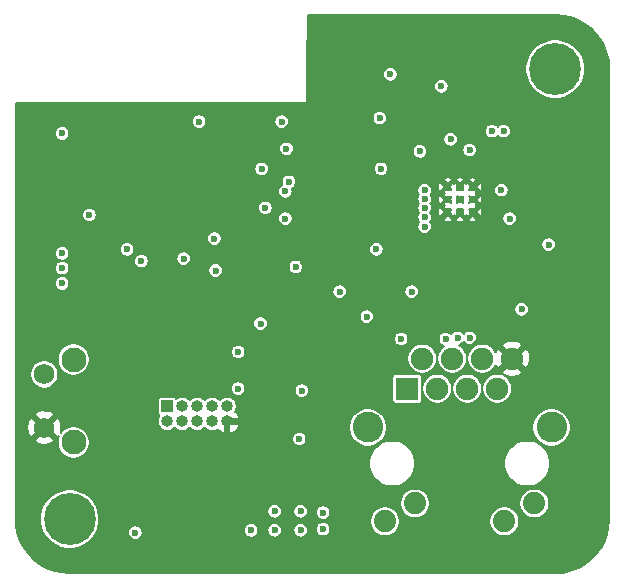
<source format=gbr>
G04 #@! TF.GenerationSoftware,KiCad,Pcbnew,(5.1.7)-1*
G04 #@! TF.CreationDate,2020-12-04T15:33:14-08:00*
G04 #@! TF.ProjectId,EsperDNS,45737065-7244-44e5-932e-6b696361645f,rev?*
G04 #@! TF.SameCoordinates,Original*
G04 #@! TF.FileFunction,Copper,L2,Inr*
G04 #@! TF.FilePolarity,Positive*
%FSLAX46Y46*%
G04 Gerber Fmt 4.6, Leading zero omitted, Abs format (unit mm)*
G04 Created by KiCad (PCBNEW (5.1.7)-1) date 2020-12-04 15:33:14*
%MOMM*%
%LPD*%
G01*
G04 APERTURE LIST*
G04 #@! TA.AperFunction,ComponentPad*
%ADD10O,1.000000X1.000000*%
G04 #@! TD*
G04 #@! TA.AperFunction,ComponentPad*
%ADD11R,1.000000X1.000000*%
G04 #@! TD*
G04 #@! TA.AperFunction,ComponentPad*
%ADD12C,0.500000*%
G04 #@! TD*
G04 #@! TA.AperFunction,ComponentPad*
%ADD13C,2.100000*%
G04 #@! TD*
G04 #@! TA.AperFunction,ComponentPad*
%ADD14C,1.750000*%
G04 #@! TD*
G04 #@! TA.AperFunction,ComponentPad*
%ADD15C,2.600000*%
G04 #@! TD*
G04 #@! TA.AperFunction,ComponentPad*
%ADD16C,1.890000*%
G04 #@! TD*
G04 #@! TA.AperFunction,ComponentPad*
%ADD17C,1.900000*%
G04 #@! TD*
G04 #@! TA.AperFunction,ComponentPad*
%ADD18R,1.900000X1.900000*%
G04 #@! TD*
G04 #@! TA.AperFunction,ComponentPad*
%ADD19C,4.400000*%
G04 #@! TD*
G04 #@! TA.AperFunction,ViaPad*
%ADD20C,0.600000*%
G04 #@! TD*
G04 #@! TA.AperFunction,Conductor*
%ADD21C,0.127000*%
G04 #@! TD*
G04 #@! TA.AperFunction,Conductor*
%ADD22C,0.100000*%
G04 #@! TD*
G04 APERTURE END LIST*
D10*
X-7220000Y-10770000D03*
X-7220000Y-9500000D03*
X-8490000Y-10770000D03*
X-8490000Y-9500000D03*
X-9760000Y-10770000D03*
X-9760000Y-9500000D03*
X-11030000Y-10770000D03*
X-11030000Y-9500000D03*
X-12300000Y-10770000D03*
D11*
X-12300000Y-9500000D03*
D12*
X11450000Y9050000D03*
X12500000Y9050000D03*
X13550000Y9050000D03*
X11450000Y8000000D03*
X12500000Y8000000D03*
X13550000Y8000000D03*
X11450000Y6950000D03*
X12500000Y6950000D03*
X13550000Y6950000D03*
D13*
X-20210000Y-12550000D03*
D14*
X-22700000Y-11300000D03*
X-22700000Y-6800000D03*
D13*
X-20210000Y-5540000D03*
D15*
X20240000Y-11290000D03*
X4690000Y-11290000D03*
D16*
X6140000Y-19240000D03*
X8680000Y-17720000D03*
X16250000Y-19240000D03*
X18790000Y-17720000D03*
D17*
X16910000Y-5460000D03*
X15640000Y-8000000D03*
X14370000Y-5460000D03*
X13100000Y-8000000D03*
X11830000Y-5460000D03*
X10560000Y-8000000D03*
X9290000Y-5460000D03*
D18*
X8020000Y-8000000D03*
D19*
X20550000Y19050000D03*
X-20550000Y-19050000D03*
D20*
X-16500000Y5500000D03*
X-17500000Y6000000D03*
X-16500000Y6500000D03*
X-17500000Y7000000D03*
X-15000000Y5500000D03*
X-14000000Y6000000D03*
X-15000000Y6500000D03*
X-14000000Y7000000D03*
X-15000000Y7500000D03*
X-16500000Y7500000D03*
X-17500000Y8000000D03*
X-14000000Y8000000D03*
X-15000000Y8500000D03*
X-16500000Y8500000D03*
X-14000000Y9000000D03*
X-17500000Y9000000D03*
X-9000000Y-18000000D03*
X500000Y12600000D03*
X300000Y10200000D03*
X-1600000Y5700000D03*
X-20100000Y900000D03*
X-20500000Y2800000D03*
X14500000Y14300000D03*
X12600000Y13200000D03*
X-800000Y2800000D03*
X-21200000Y14900000D03*
X-2200000Y11500000D03*
X16200000Y14700000D03*
X2500000Y22700000D03*
X16700000Y5400000D03*
X18440000Y10660000D03*
X13300000Y-1200000D03*
X8600000Y4000000D03*
X10900000Y18600000D03*
X8800000Y19500000D03*
X2000000Y-17800000D03*
X-5500000Y-17600000D03*
X-7400000Y-17600000D03*
X1300000Y-14400000D03*
X-8100000Y14900000D03*
X14300000Y12200000D03*
X1900000Y-7000000D03*
X-19200000Y-700000D03*
X-13000000Y-5000000D03*
X21000000Y-8000000D03*
X-2500000Y-1400000D03*
X2900000Y-1300000D03*
X16500000Y1799994D03*
X18800000Y4200000D03*
X-21200000Y13600000D03*
X900000Y-18500000D03*
X900000Y-19900000D03*
X-3200000Y-20000000D03*
X-3200000Y-18400000D03*
X13300000Y12200000D03*
X-2000000Y9500000D03*
X-6300000Y-4900000D03*
X5700000Y14900000D03*
X-1000000Y-18400000D03*
X-1000000Y-20000000D03*
X-1125000Y-12265000D03*
X16700000Y6400000D03*
X12300000Y-3700000D03*
X17700000Y-1300000D03*
X7500000Y-3800000D03*
X13300000Y-3700000D03*
X11300000Y-3800000D03*
X10900000Y17600000D03*
X6600000Y18600000D03*
X8400000Y200000D03*
X4600000Y-1900000D03*
X-21200000Y3450000D03*
X15200000Y13800000D03*
X-21200000Y2200000D03*
X16200000Y13800000D03*
X-8300000Y4700000D03*
X5400000Y3800000D03*
X5800000Y10600000D03*
X9093750Y12093750D03*
X9500000Y6500000D03*
X-2300000Y6400000D03*
X9500000Y7300000D03*
X-2300000Y8700000D03*
X9500000Y5699994D03*
X-2200000Y12300000D03*
X-21200000Y900000D03*
X11700000Y13100000D03*
X-8200000Y2000000D03*
X-10900000Y3000000D03*
X-9600000Y14600000D03*
X-2600000Y14600000D03*
X-14500000Y2800000D03*
X-4000000Y7300000D03*
X-15700000Y3800000D03*
X-4300000Y10600000D03*
X-15000000Y-20200000D03*
X-5200000Y-20000000D03*
X-6300000Y-8000000D03*
X-4400000Y-2500000D03*
X9500006Y8050000D03*
X9500000Y8777001D03*
X16000000Y8800000D03*
X-1400000Y2300000D03*
X2300000Y200000D03*
X-18900000Y6700000D03*
X20000000Y4200000D03*
X-900000Y-8180000D03*
D21*
X21361231Y23558639D02*
X22146823Y23343726D01*
X22881939Y22993093D01*
X23543347Y22517824D01*
X24110137Y21932940D01*
X24564396Y21256932D01*
X24891765Y20511165D01*
X25082574Y19716385D01*
X25132500Y19036525D01*
X25132501Y-19033623D01*
X25058639Y-19861231D01*
X24843726Y-20646823D01*
X24493093Y-21381939D01*
X24017824Y-22043347D01*
X23432944Y-22610135D01*
X22756932Y-23064396D01*
X22011165Y-23391765D01*
X21216385Y-23582574D01*
X20536525Y-23632500D01*
X-20533634Y-23632500D01*
X-21361231Y-23558639D01*
X-22146823Y-23343726D01*
X-22881939Y-22993093D01*
X-23543347Y-22517824D01*
X-24110135Y-21932944D01*
X-24564396Y-21256932D01*
X-24891765Y-20511165D01*
X-25082574Y-19716385D01*
X-25132500Y-19036525D01*
X-25132500Y-18802048D01*
X-23067500Y-18802048D01*
X-23067500Y-19297952D01*
X-22970754Y-19784328D01*
X-22780979Y-20242483D01*
X-22505470Y-20654813D01*
X-22154813Y-21005470D01*
X-21742483Y-21280979D01*
X-21284328Y-21470754D01*
X-20797952Y-21567500D01*
X-20302048Y-21567500D01*
X-19815672Y-21470754D01*
X-19357517Y-21280979D01*
X-18945187Y-21005470D01*
X-18594530Y-20654813D01*
X-18319021Y-20242483D01*
X-18276233Y-20139182D01*
X-15617500Y-20139182D01*
X-15617500Y-20260818D01*
X-15593770Y-20380118D01*
X-15547222Y-20492496D01*
X-15479644Y-20593633D01*
X-15393633Y-20679644D01*
X-15292496Y-20747222D01*
X-15180118Y-20793770D01*
X-15060818Y-20817500D01*
X-14939182Y-20817500D01*
X-14819882Y-20793770D01*
X-14707504Y-20747222D01*
X-14606367Y-20679644D01*
X-14520356Y-20593633D01*
X-14452778Y-20492496D01*
X-14406230Y-20380118D01*
X-14382500Y-20260818D01*
X-14382500Y-20139182D01*
X-14406230Y-20019882D01*
X-14439656Y-19939182D01*
X-5817500Y-19939182D01*
X-5817500Y-20060818D01*
X-5793770Y-20180118D01*
X-5747222Y-20292496D01*
X-5679644Y-20393633D01*
X-5593633Y-20479644D01*
X-5492496Y-20547222D01*
X-5380118Y-20593770D01*
X-5260818Y-20617500D01*
X-5139182Y-20617500D01*
X-5019882Y-20593770D01*
X-4907504Y-20547222D01*
X-4806367Y-20479644D01*
X-4720356Y-20393633D01*
X-4652778Y-20292496D01*
X-4606230Y-20180118D01*
X-4582500Y-20060818D01*
X-4582500Y-19939182D01*
X-3817500Y-19939182D01*
X-3817500Y-20060818D01*
X-3793770Y-20180118D01*
X-3747222Y-20292496D01*
X-3679644Y-20393633D01*
X-3593633Y-20479644D01*
X-3492496Y-20547222D01*
X-3380118Y-20593770D01*
X-3260818Y-20617500D01*
X-3139182Y-20617500D01*
X-3019882Y-20593770D01*
X-2907504Y-20547222D01*
X-2806367Y-20479644D01*
X-2720356Y-20393633D01*
X-2652778Y-20292496D01*
X-2606230Y-20180118D01*
X-2582500Y-20060818D01*
X-2582500Y-19939182D01*
X-1617500Y-19939182D01*
X-1617500Y-20060818D01*
X-1593770Y-20180118D01*
X-1547222Y-20292496D01*
X-1479644Y-20393633D01*
X-1393633Y-20479644D01*
X-1292496Y-20547222D01*
X-1180118Y-20593770D01*
X-1060818Y-20617500D01*
X-939182Y-20617500D01*
X-819882Y-20593770D01*
X-707504Y-20547222D01*
X-606367Y-20479644D01*
X-520356Y-20393633D01*
X-452778Y-20292496D01*
X-406230Y-20180118D01*
X-382500Y-20060818D01*
X-382500Y-19939182D01*
X-402391Y-19839182D01*
X282500Y-19839182D01*
X282500Y-19960818D01*
X306230Y-20080118D01*
X352778Y-20192496D01*
X420356Y-20293633D01*
X506367Y-20379644D01*
X607504Y-20447222D01*
X719882Y-20493770D01*
X839182Y-20517500D01*
X960818Y-20517500D01*
X1080118Y-20493770D01*
X1192496Y-20447222D01*
X1293633Y-20379644D01*
X1379644Y-20293633D01*
X1447222Y-20192496D01*
X1493770Y-20080118D01*
X1517500Y-19960818D01*
X1517500Y-19839182D01*
X1493770Y-19719882D01*
X1447222Y-19607504D01*
X1379644Y-19506367D01*
X1293633Y-19420356D01*
X1192496Y-19352778D01*
X1080118Y-19306230D01*
X960818Y-19282500D01*
X839182Y-19282500D01*
X719882Y-19306230D01*
X607504Y-19352778D01*
X506367Y-19420356D01*
X420356Y-19506367D01*
X352778Y-19607504D01*
X306230Y-19719882D01*
X282500Y-19839182D01*
X-402391Y-19839182D01*
X-406230Y-19819882D01*
X-452778Y-19707504D01*
X-520356Y-19606367D01*
X-606367Y-19520356D01*
X-707504Y-19452778D01*
X-819882Y-19406230D01*
X-939182Y-19382500D01*
X-1060818Y-19382500D01*
X-1180118Y-19406230D01*
X-1292496Y-19452778D01*
X-1393633Y-19520356D01*
X-1479644Y-19606367D01*
X-1547222Y-19707504D01*
X-1593770Y-19819882D01*
X-1617500Y-19939182D01*
X-2582500Y-19939182D01*
X-2606230Y-19819882D01*
X-2652778Y-19707504D01*
X-2720356Y-19606367D01*
X-2806367Y-19520356D01*
X-2907504Y-19452778D01*
X-3019882Y-19406230D01*
X-3139182Y-19382500D01*
X-3260818Y-19382500D01*
X-3380118Y-19406230D01*
X-3492496Y-19452778D01*
X-3593633Y-19520356D01*
X-3679644Y-19606367D01*
X-3747222Y-19707504D01*
X-3793770Y-19819882D01*
X-3817500Y-19939182D01*
X-4582500Y-19939182D01*
X-4606230Y-19819882D01*
X-4652778Y-19707504D01*
X-4720356Y-19606367D01*
X-4806367Y-19520356D01*
X-4907504Y-19452778D01*
X-5019882Y-19406230D01*
X-5139182Y-19382500D01*
X-5260818Y-19382500D01*
X-5380118Y-19406230D01*
X-5492496Y-19452778D01*
X-5593633Y-19520356D01*
X-5679644Y-19606367D01*
X-5747222Y-19707504D01*
X-5793770Y-19819882D01*
X-5817500Y-19939182D01*
X-14439656Y-19939182D01*
X-14452778Y-19907504D01*
X-14520356Y-19806367D01*
X-14606367Y-19720356D01*
X-14707504Y-19652778D01*
X-14819882Y-19606230D01*
X-14939182Y-19582500D01*
X-15060818Y-19582500D01*
X-15180118Y-19606230D01*
X-15292496Y-19652778D01*
X-15393633Y-19720356D01*
X-15479644Y-19806367D01*
X-15547222Y-19907504D01*
X-15593770Y-20019882D01*
X-15617500Y-20139182D01*
X-18276233Y-20139182D01*
X-18129246Y-19784328D01*
X-18032500Y-19297952D01*
X-18032500Y-18802048D01*
X-18124569Y-18339182D01*
X-3817500Y-18339182D01*
X-3817500Y-18460818D01*
X-3793770Y-18580118D01*
X-3747222Y-18692496D01*
X-3679644Y-18793633D01*
X-3593633Y-18879644D01*
X-3492496Y-18947222D01*
X-3380118Y-18993770D01*
X-3260818Y-19017500D01*
X-3139182Y-19017500D01*
X-3019882Y-18993770D01*
X-2907504Y-18947222D01*
X-2806367Y-18879644D01*
X-2720356Y-18793633D01*
X-2652778Y-18692496D01*
X-2606230Y-18580118D01*
X-2582500Y-18460818D01*
X-2582500Y-18339182D01*
X-1617500Y-18339182D01*
X-1617500Y-18460818D01*
X-1593770Y-18580118D01*
X-1547222Y-18692496D01*
X-1479644Y-18793633D01*
X-1393633Y-18879644D01*
X-1292496Y-18947222D01*
X-1180118Y-18993770D01*
X-1060818Y-19017500D01*
X-939182Y-19017500D01*
X-819882Y-18993770D01*
X-707504Y-18947222D01*
X-606367Y-18879644D01*
X-520356Y-18793633D01*
X-452778Y-18692496D01*
X-406230Y-18580118D01*
X-382500Y-18460818D01*
X-382500Y-18439182D01*
X282500Y-18439182D01*
X282500Y-18560818D01*
X306230Y-18680118D01*
X352778Y-18792496D01*
X420356Y-18893633D01*
X506367Y-18979644D01*
X607504Y-19047222D01*
X719882Y-19093770D01*
X839182Y-19117500D01*
X960818Y-19117500D01*
X970093Y-19115655D01*
X4877500Y-19115655D01*
X4877500Y-19364345D01*
X4926017Y-19608258D01*
X5021187Y-19838018D01*
X5159352Y-20044797D01*
X5335203Y-20220648D01*
X5541982Y-20358813D01*
X5771742Y-20453983D01*
X6015655Y-20502500D01*
X6264345Y-20502500D01*
X6508258Y-20453983D01*
X6738018Y-20358813D01*
X6944797Y-20220648D01*
X7120648Y-20044797D01*
X7258813Y-19838018D01*
X7353983Y-19608258D01*
X7402500Y-19364345D01*
X7402500Y-19115655D01*
X14987500Y-19115655D01*
X14987500Y-19364345D01*
X15036017Y-19608258D01*
X15131187Y-19838018D01*
X15269352Y-20044797D01*
X15445203Y-20220648D01*
X15651982Y-20358813D01*
X15881742Y-20453983D01*
X16125655Y-20502500D01*
X16374345Y-20502500D01*
X16618258Y-20453983D01*
X16848018Y-20358813D01*
X17054797Y-20220648D01*
X17230648Y-20044797D01*
X17368813Y-19838018D01*
X17463983Y-19608258D01*
X17512500Y-19364345D01*
X17512500Y-19115655D01*
X17463983Y-18871742D01*
X17368813Y-18641982D01*
X17230648Y-18435203D01*
X17054797Y-18259352D01*
X16848018Y-18121187D01*
X16618258Y-18026017D01*
X16374345Y-17977500D01*
X16125655Y-17977500D01*
X15881742Y-18026017D01*
X15651982Y-18121187D01*
X15445203Y-18259352D01*
X15269352Y-18435203D01*
X15131187Y-18641982D01*
X15036017Y-18871742D01*
X14987500Y-19115655D01*
X7402500Y-19115655D01*
X7353983Y-18871742D01*
X7258813Y-18641982D01*
X7120648Y-18435203D01*
X6944797Y-18259352D01*
X6738018Y-18121187D01*
X6508258Y-18026017D01*
X6264345Y-17977500D01*
X6015655Y-17977500D01*
X5771742Y-18026017D01*
X5541982Y-18121187D01*
X5335203Y-18259352D01*
X5159352Y-18435203D01*
X5021187Y-18641982D01*
X4926017Y-18871742D01*
X4877500Y-19115655D01*
X970093Y-19115655D01*
X1080118Y-19093770D01*
X1192496Y-19047222D01*
X1293633Y-18979644D01*
X1379644Y-18893633D01*
X1447222Y-18792496D01*
X1493770Y-18680118D01*
X1517500Y-18560818D01*
X1517500Y-18439182D01*
X1493770Y-18319882D01*
X1447222Y-18207504D01*
X1379644Y-18106367D01*
X1293633Y-18020356D01*
X1192496Y-17952778D01*
X1080118Y-17906230D01*
X960818Y-17882500D01*
X839182Y-17882500D01*
X719882Y-17906230D01*
X607504Y-17952778D01*
X506367Y-18020356D01*
X420356Y-18106367D01*
X352778Y-18207504D01*
X306230Y-18319882D01*
X282500Y-18439182D01*
X-382500Y-18439182D01*
X-382500Y-18339182D01*
X-406230Y-18219882D01*
X-452778Y-18107504D01*
X-520356Y-18006367D01*
X-606367Y-17920356D01*
X-707504Y-17852778D01*
X-819882Y-17806230D01*
X-939182Y-17782500D01*
X-1060818Y-17782500D01*
X-1180118Y-17806230D01*
X-1292496Y-17852778D01*
X-1393633Y-17920356D01*
X-1479644Y-18006367D01*
X-1547222Y-18107504D01*
X-1593770Y-18219882D01*
X-1617500Y-18339182D01*
X-2582500Y-18339182D01*
X-2606230Y-18219882D01*
X-2652778Y-18107504D01*
X-2720356Y-18006367D01*
X-2806367Y-17920356D01*
X-2907504Y-17852778D01*
X-3019882Y-17806230D01*
X-3139182Y-17782500D01*
X-3260818Y-17782500D01*
X-3380118Y-17806230D01*
X-3492496Y-17852778D01*
X-3593633Y-17920356D01*
X-3679644Y-18006367D01*
X-3747222Y-18107504D01*
X-3793770Y-18219882D01*
X-3817500Y-18339182D01*
X-18124569Y-18339182D01*
X-18129246Y-18315672D01*
X-18319021Y-17857517D01*
X-18493990Y-17595655D01*
X7417500Y-17595655D01*
X7417500Y-17844345D01*
X7466017Y-18088258D01*
X7561187Y-18318018D01*
X7699352Y-18524797D01*
X7875203Y-18700648D01*
X8081982Y-18838813D01*
X8311742Y-18933983D01*
X8555655Y-18982500D01*
X8804345Y-18982500D01*
X9048258Y-18933983D01*
X9278018Y-18838813D01*
X9484797Y-18700648D01*
X9660648Y-18524797D01*
X9798813Y-18318018D01*
X9893983Y-18088258D01*
X9942500Y-17844345D01*
X9942500Y-17595655D01*
X17527500Y-17595655D01*
X17527500Y-17844345D01*
X17576017Y-18088258D01*
X17671187Y-18318018D01*
X17809352Y-18524797D01*
X17985203Y-18700648D01*
X18191982Y-18838813D01*
X18421742Y-18933983D01*
X18665655Y-18982500D01*
X18914345Y-18982500D01*
X19158258Y-18933983D01*
X19388018Y-18838813D01*
X19594797Y-18700648D01*
X19770648Y-18524797D01*
X19908813Y-18318018D01*
X20003983Y-18088258D01*
X20052500Y-17844345D01*
X20052500Y-17595655D01*
X20003983Y-17351742D01*
X19908813Y-17121982D01*
X19770648Y-16915203D01*
X19594797Y-16739352D01*
X19388018Y-16601187D01*
X19158258Y-16506017D01*
X18914345Y-16457500D01*
X18665655Y-16457500D01*
X18421742Y-16506017D01*
X18191982Y-16601187D01*
X17985203Y-16739352D01*
X17809352Y-16915203D01*
X17671187Y-17121982D01*
X17576017Y-17351742D01*
X17527500Y-17595655D01*
X9942500Y-17595655D01*
X9893983Y-17351742D01*
X9798813Y-17121982D01*
X9660648Y-16915203D01*
X9484797Y-16739352D01*
X9278018Y-16601187D01*
X9048258Y-16506017D01*
X8804345Y-16457500D01*
X8555655Y-16457500D01*
X8311742Y-16506017D01*
X8081982Y-16601187D01*
X7875203Y-16739352D01*
X7699352Y-16915203D01*
X7561187Y-17121982D01*
X7466017Y-17351742D01*
X7417500Y-17595655D01*
X-18493990Y-17595655D01*
X-18594530Y-17445187D01*
X-18945187Y-17094530D01*
X-19357517Y-16819021D01*
X-19815672Y-16629246D01*
X-20302048Y-16532500D01*
X-20797952Y-16532500D01*
X-21284328Y-16629246D01*
X-21742483Y-16819021D01*
X-22154813Y-17094530D01*
X-22505470Y-17445187D01*
X-22780979Y-17857517D01*
X-22970754Y-18315672D01*
X-23067500Y-18802048D01*
X-25132500Y-18802048D01*
X-25132500Y-14148680D01*
X4807500Y-14148680D01*
X4807500Y-14531320D01*
X4882149Y-14906606D01*
X5028579Y-15260119D01*
X5241162Y-15578272D01*
X5511728Y-15848838D01*
X5829881Y-16061421D01*
X6183394Y-16207851D01*
X6558680Y-16282500D01*
X6941320Y-16282500D01*
X7316606Y-16207851D01*
X7670119Y-16061421D01*
X7988272Y-15848838D01*
X8258838Y-15578272D01*
X8471421Y-15260119D01*
X8617851Y-14906606D01*
X8692500Y-14531320D01*
X8692500Y-14148680D01*
X16237500Y-14148680D01*
X16237500Y-14531320D01*
X16312149Y-14906606D01*
X16458579Y-15260119D01*
X16671162Y-15578272D01*
X16941728Y-15848838D01*
X17259881Y-16061421D01*
X17613394Y-16207851D01*
X17988680Y-16282500D01*
X18371320Y-16282500D01*
X18746606Y-16207851D01*
X19100119Y-16061421D01*
X19418272Y-15848838D01*
X19688838Y-15578272D01*
X19901421Y-15260119D01*
X20047851Y-14906606D01*
X20122500Y-14531320D01*
X20122500Y-14148680D01*
X20047851Y-13773394D01*
X19901421Y-13419881D01*
X19688838Y-13101728D01*
X19418272Y-12831162D01*
X19100119Y-12618579D01*
X18746606Y-12472149D01*
X18371320Y-12397500D01*
X17988680Y-12397500D01*
X17613394Y-12472149D01*
X17259881Y-12618579D01*
X16941728Y-12831162D01*
X16671162Y-13101728D01*
X16458579Y-13419881D01*
X16312149Y-13773394D01*
X16237500Y-14148680D01*
X8692500Y-14148680D01*
X8617851Y-13773394D01*
X8471421Y-13419881D01*
X8258838Y-13101728D01*
X7988272Y-12831162D01*
X7670119Y-12618579D01*
X7316606Y-12472149D01*
X6941320Y-12397500D01*
X6558680Y-12397500D01*
X6183394Y-12472149D01*
X5829881Y-12618579D01*
X5511728Y-12831162D01*
X5241162Y-13101728D01*
X5028579Y-13419881D01*
X4882149Y-13773394D01*
X4807500Y-14148680D01*
X-25132500Y-14148680D01*
X-25132500Y-12351613D01*
X-23482205Y-12351613D01*
X-23392858Y-12577736D01*
X-23130271Y-12688354D01*
X-22851149Y-12745618D01*
X-22566218Y-12747329D01*
X-22286429Y-12693419D01*
X-22022533Y-12585961D01*
X-22007142Y-12577736D01*
X-21917795Y-12351613D01*
X-22700000Y-11569408D01*
X-23482205Y-12351613D01*
X-25132500Y-12351613D01*
X-25132500Y-11433782D01*
X-24147329Y-11433782D01*
X-24093419Y-11713571D01*
X-23985961Y-11977467D01*
X-23977736Y-11992858D01*
X-23751613Y-12082205D01*
X-22969408Y-11300000D01*
X-22430592Y-11300000D01*
X-21648387Y-12082205D01*
X-21466662Y-12010401D01*
X-21524948Y-12151115D01*
X-21577500Y-12415313D01*
X-21577500Y-12684687D01*
X-21524948Y-12948885D01*
X-21421863Y-13197754D01*
X-21272207Y-13421731D01*
X-21081731Y-13612207D01*
X-20857754Y-13761863D01*
X-20608885Y-13864948D01*
X-20344687Y-13917500D01*
X-20075313Y-13917500D01*
X-19811115Y-13864948D01*
X-19562246Y-13761863D01*
X-19338269Y-13612207D01*
X-19147793Y-13421731D01*
X-18998137Y-13197754D01*
X-18895052Y-12948885D01*
X-18842500Y-12684687D01*
X-18842500Y-12415313D01*
X-18884496Y-12204182D01*
X-1742500Y-12204182D01*
X-1742500Y-12325818D01*
X-1718770Y-12445118D01*
X-1672222Y-12557496D01*
X-1604644Y-12658633D01*
X-1518633Y-12744644D01*
X-1417496Y-12812222D01*
X-1305118Y-12858770D01*
X-1185818Y-12882500D01*
X-1064182Y-12882500D01*
X-944882Y-12858770D01*
X-832504Y-12812222D01*
X-731367Y-12744644D01*
X-645356Y-12658633D01*
X-577778Y-12557496D01*
X-531230Y-12445118D01*
X-507500Y-12325818D01*
X-507500Y-12204182D01*
X-531230Y-12084882D01*
X-577778Y-11972504D01*
X-645356Y-11871367D01*
X-731367Y-11785356D01*
X-832504Y-11717778D01*
X-944882Y-11671230D01*
X-1064182Y-11647500D01*
X-1185818Y-11647500D01*
X-1305118Y-11671230D01*
X-1417496Y-11717778D01*
X-1518633Y-11785356D01*
X-1604644Y-11871367D01*
X-1672222Y-11972504D01*
X-1718770Y-12084882D01*
X-1742500Y-12204182D01*
X-18884496Y-12204182D01*
X-18895052Y-12151115D01*
X-18998137Y-11902246D01*
X-19147793Y-11678269D01*
X-19338269Y-11487793D01*
X-19562246Y-11338137D01*
X-19811115Y-11235052D01*
X-20075313Y-11182500D01*
X-20344687Y-11182500D01*
X-20608885Y-11235052D01*
X-20857754Y-11338137D01*
X-21081731Y-11487793D01*
X-21272207Y-11678269D01*
X-21319652Y-11749276D01*
X-21311646Y-11730271D01*
X-21254382Y-11451149D01*
X-21252671Y-11166218D01*
X-21306581Y-10886429D01*
X-21414039Y-10622533D01*
X-21422264Y-10607142D01*
X-21648387Y-10517795D01*
X-22430592Y-11300000D01*
X-22969408Y-11300000D01*
X-23751613Y-10517795D01*
X-23977736Y-10607142D01*
X-24088354Y-10869729D01*
X-24145618Y-11148851D01*
X-24147329Y-11433782D01*
X-25132500Y-11433782D01*
X-25132500Y-10248387D01*
X-23482205Y-10248387D01*
X-22700000Y-11030592D01*
X-21917795Y-10248387D01*
X-22007142Y-10022264D01*
X-22269729Y-9911646D01*
X-22548851Y-9854382D01*
X-22833782Y-9852671D01*
X-23113571Y-9906581D01*
X-23377467Y-10014039D01*
X-23392858Y-10022264D01*
X-23482205Y-10248387D01*
X-25132500Y-10248387D01*
X-25132500Y-9000000D01*
X-13119036Y-9000000D01*
X-13119036Y-10000000D01*
X-13112906Y-10062241D01*
X-13094751Y-10122090D01*
X-13065269Y-10177247D01*
X-13025593Y-10225593D01*
X-12977247Y-10265269D01*
X-12954185Y-10277596D01*
X-13024460Y-10382768D01*
X-13086084Y-10531544D01*
X-13117500Y-10689483D01*
X-13117500Y-10850517D01*
X-13086084Y-11008456D01*
X-13024460Y-11157232D01*
X-12934994Y-11291126D01*
X-12821126Y-11404994D01*
X-12687232Y-11494460D01*
X-12538456Y-11556084D01*
X-12380517Y-11587500D01*
X-12219483Y-11587500D01*
X-12061544Y-11556084D01*
X-11912768Y-11494460D01*
X-11778874Y-11404994D01*
X-11665006Y-11291126D01*
X-11665000Y-11291117D01*
X-11664994Y-11291126D01*
X-11551126Y-11404994D01*
X-11417232Y-11494460D01*
X-11268456Y-11556084D01*
X-11110517Y-11587500D01*
X-10949483Y-11587500D01*
X-10791544Y-11556084D01*
X-10642768Y-11494460D01*
X-10508874Y-11404994D01*
X-10395006Y-11291126D01*
X-10395000Y-11291117D01*
X-10394994Y-11291126D01*
X-10281126Y-11404994D01*
X-10147232Y-11494460D01*
X-9998456Y-11556084D01*
X-9840517Y-11587500D01*
X-9679483Y-11587500D01*
X-9521544Y-11556084D01*
X-9372768Y-11494460D01*
X-9238874Y-11404994D01*
X-9125006Y-11291126D01*
X-9125000Y-11291117D01*
X-9124994Y-11291126D01*
X-9011126Y-11404994D01*
X-8877232Y-11494460D01*
X-8728456Y-11556084D01*
X-8570517Y-11587500D01*
X-8409483Y-11587500D01*
X-8251544Y-11556084D01*
X-8102768Y-11494460D01*
X-8041366Y-11453432D01*
X-8019522Y-11483371D01*
X-7864988Y-11625643D01*
X-7685667Y-11735033D01*
X-7573104Y-11781647D01*
X-7410500Y-11678875D01*
X-7410500Y-10960500D01*
X-7029500Y-10960500D01*
X-7029500Y-11678875D01*
X-6866896Y-11781647D01*
X-6754333Y-11735033D01*
X-6575012Y-11625643D01*
X-6420478Y-11483371D01*
X-6296669Y-11313685D01*
X-6211859Y-11130690D01*
X3072500Y-11130690D01*
X3072500Y-11449310D01*
X3134660Y-11761807D01*
X3256590Y-12056173D01*
X3433606Y-12321096D01*
X3658904Y-12546394D01*
X3923827Y-12723410D01*
X4218193Y-12845340D01*
X4530690Y-12907500D01*
X4849310Y-12907500D01*
X5161807Y-12845340D01*
X5456173Y-12723410D01*
X5721096Y-12546394D01*
X5946394Y-12321096D01*
X6123410Y-12056173D01*
X6245340Y-11761807D01*
X6307500Y-11449310D01*
X6307500Y-11130690D01*
X18622500Y-11130690D01*
X18622500Y-11449310D01*
X18684660Y-11761807D01*
X18806590Y-12056173D01*
X18983606Y-12321096D01*
X19208904Y-12546394D01*
X19473827Y-12723410D01*
X19768193Y-12845340D01*
X20080690Y-12907500D01*
X20399310Y-12907500D01*
X20711807Y-12845340D01*
X21006173Y-12723410D01*
X21271096Y-12546394D01*
X21496394Y-12321096D01*
X21673410Y-12056173D01*
X21795340Y-11761807D01*
X21857500Y-11449310D01*
X21857500Y-11130690D01*
X21795340Y-10818193D01*
X21673410Y-10523827D01*
X21496394Y-10258904D01*
X21271096Y-10033606D01*
X21006173Y-9856590D01*
X20711807Y-9734660D01*
X20399310Y-9672500D01*
X20080690Y-9672500D01*
X19768193Y-9734660D01*
X19473827Y-9856590D01*
X19208904Y-10033606D01*
X18983606Y-10258904D01*
X18806590Y-10523827D01*
X18684660Y-10818193D01*
X18622500Y-11130690D01*
X6307500Y-11130690D01*
X6245340Y-10818193D01*
X6123410Y-10523827D01*
X5946394Y-10258904D01*
X5721096Y-10033606D01*
X5456173Y-9856590D01*
X5161807Y-9734660D01*
X4849310Y-9672500D01*
X4530690Y-9672500D01*
X4218193Y-9734660D01*
X3923827Y-9856590D01*
X3658904Y-10033606D01*
X3433606Y-10258904D01*
X3256590Y-10523827D01*
X3134660Y-10818193D01*
X3072500Y-11130690D01*
X-6211859Y-11130690D01*
X-6208343Y-11123105D01*
X-6308435Y-10960500D01*
X-7029500Y-10960500D01*
X-7410500Y-10960500D01*
X-7430500Y-10960500D01*
X-7430500Y-10579500D01*
X-7410500Y-10579500D01*
X-7410500Y-10559500D01*
X-7029500Y-10559500D01*
X-7029500Y-10579500D01*
X-6308435Y-10579500D01*
X-6208343Y-10416895D01*
X-6296669Y-10226315D01*
X-6420478Y-10056629D01*
X-6537030Y-9949325D01*
X-6495540Y-9887232D01*
X-6433916Y-9738456D01*
X-6402500Y-9580517D01*
X-6402500Y-9419483D01*
X-6433916Y-9261544D01*
X-6495540Y-9112768D01*
X-6585006Y-8978874D01*
X-6698874Y-8865006D01*
X-6832768Y-8775540D01*
X-6981544Y-8713916D01*
X-7139483Y-8682500D01*
X-7300517Y-8682500D01*
X-7458456Y-8713916D01*
X-7607232Y-8775540D01*
X-7741126Y-8865006D01*
X-7854994Y-8978874D01*
X-7855000Y-8978883D01*
X-7855006Y-8978874D01*
X-7968874Y-8865006D01*
X-8102768Y-8775540D01*
X-8251544Y-8713916D01*
X-8409483Y-8682500D01*
X-8570517Y-8682500D01*
X-8728456Y-8713916D01*
X-8877232Y-8775540D01*
X-9011126Y-8865006D01*
X-9124994Y-8978874D01*
X-9125000Y-8978883D01*
X-9125006Y-8978874D01*
X-9238874Y-8865006D01*
X-9372768Y-8775540D01*
X-9521544Y-8713916D01*
X-9679483Y-8682500D01*
X-9840517Y-8682500D01*
X-9998456Y-8713916D01*
X-10147232Y-8775540D01*
X-10281126Y-8865006D01*
X-10394994Y-8978874D01*
X-10395000Y-8978883D01*
X-10395006Y-8978874D01*
X-10508874Y-8865006D01*
X-10642768Y-8775540D01*
X-10791544Y-8713916D01*
X-10949483Y-8682500D01*
X-11110517Y-8682500D01*
X-11268456Y-8713916D01*
X-11417232Y-8775540D01*
X-11522404Y-8845815D01*
X-11534731Y-8822753D01*
X-11574407Y-8774407D01*
X-11622753Y-8734731D01*
X-11677910Y-8705249D01*
X-11737759Y-8687094D01*
X-11800000Y-8680964D01*
X-12800000Y-8680964D01*
X-12862241Y-8687094D01*
X-12922090Y-8705249D01*
X-12977247Y-8734731D01*
X-13025593Y-8774407D01*
X-13065269Y-8822753D01*
X-13094751Y-8877910D01*
X-13112906Y-8937759D01*
X-13119036Y-9000000D01*
X-25132500Y-9000000D01*
X-25132500Y-6682549D01*
X-23892500Y-6682549D01*
X-23892500Y-6917451D01*
X-23846673Y-7147839D01*
X-23756780Y-7364861D01*
X-23626275Y-7560174D01*
X-23460174Y-7726275D01*
X-23264861Y-7856780D01*
X-23047839Y-7946673D01*
X-22817451Y-7992500D01*
X-22582549Y-7992500D01*
X-22352161Y-7946673D01*
X-22334077Y-7939182D01*
X-6917500Y-7939182D01*
X-6917500Y-8060818D01*
X-6893770Y-8180118D01*
X-6847222Y-8292496D01*
X-6779644Y-8393633D01*
X-6693633Y-8479644D01*
X-6592496Y-8547222D01*
X-6480118Y-8593770D01*
X-6360818Y-8617500D01*
X-6239182Y-8617500D01*
X-6119882Y-8593770D01*
X-6007504Y-8547222D01*
X-5906367Y-8479644D01*
X-5820356Y-8393633D01*
X-5752778Y-8292496D01*
X-5706230Y-8180118D01*
X-5694110Y-8119182D01*
X-1517500Y-8119182D01*
X-1517500Y-8240818D01*
X-1493770Y-8360118D01*
X-1447222Y-8472496D01*
X-1379644Y-8573633D01*
X-1293633Y-8659644D01*
X-1192496Y-8727222D01*
X-1080118Y-8773770D01*
X-960818Y-8797500D01*
X-839182Y-8797500D01*
X-719882Y-8773770D01*
X-607504Y-8727222D01*
X-506367Y-8659644D01*
X-420356Y-8573633D01*
X-352778Y-8472496D01*
X-306230Y-8360118D01*
X-282500Y-8240818D01*
X-282500Y-8119182D01*
X-306230Y-7999882D01*
X-352778Y-7887504D01*
X-420356Y-7786367D01*
X-506367Y-7700356D01*
X-607504Y-7632778D01*
X-719882Y-7586230D01*
X-839182Y-7562500D01*
X-960818Y-7562500D01*
X-1080118Y-7586230D01*
X-1192496Y-7632778D01*
X-1293633Y-7700356D01*
X-1379644Y-7786367D01*
X-1447222Y-7887504D01*
X-1493770Y-7999882D01*
X-1517500Y-8119182D01*
X-5694110Y-8119182D01*
X-5682500Y-8060818D01*
X-5682500Y-7939182D01*
X-5706230Y-7819882D01*
X-5752778Y-7707504D01*
X-5820356Y-7606367D01*
X-5906367Y-7520356D01*
X-6007504Y-7452778D01*
X-6119882Y-7406230D01*
X-6239182Y-7382500D01*
X-6360818Y-7382500D01*
X-6480118Y-7406230D01*
X-6592496Y-7452778D01*
X-6693633Y-7520356D01*
X-6779644Y-7606367D01*
X-6847222Y-7707504D01*
X-6893770Y-7819882D01*
X-6917500Y-7939182D01*
X-22334077Y-7939182D01*
X-22135139Y-7856780D01*
X-21939826Y-7726275D01*
X-21773725Y-7560174D01*
X-21643220Y-7364861D01*
X-21553327Y-7147839D01*
X-21533866Y-7050000D01*
X6750964Y-7050000D01*
X6750964Y-8950000D01*
X6757094Y-9012241D01*
X6775249Y-9072090D01*
X6804731Y-9127247D01*
X6844407Y-9175593D01*
X6892753Y-9215269D01*
X6947910Y-9244751D01*
X7007759Y-9262906D01*
X7070000Y-9269036D01*
X8970000Y-9269036D01*
X9032241Y-9262906D01*
X9092090Y-9244751D01*
X9147247Y-9215269D01*
X9195593Y-9175593D01*
X9235269Y-9127247D01*
X9264751Y-9072090D01*
X9282906Y-9012241D01*
X9289036Y-8950000D01*
X9289036Y-7875162D01*
X9292500Y-7875162D01*
X9292500Y-8124838D01*
X9341209Y-8369716D01*
X9436756Y-8600386D01*
X9575468Y-8807984D01*
X9752016Y-8984532D01*
X9959614Y-9123244D01*
X10190284Y-9218791D01*
X10435162Y-9267500D01*
X10684838Y-9267500D01*
X10929716Y-9218791D01*
X11160386Y-9123244D01*
X11367984Y-8984532D01*
X11544532Y-8807984D01*
X11683244Y-8600386D01*
X11778791Y-8369716D01*
X11827500Y-8124838D01*
X11827500Y-7875162D01*
X11832500Y-7875162D01*
X11832500Y-8124838D01*
X11881209Y-8369716D01*
X11976756Y-8600386D01*
X12115468Y-8807984D01*
X12292016Y-8984532D01*
X12499614Y-9123244D01*
X12730284Y-9218791D01*
X12975162Y-9267500D01*
X13224838Y-9267500D01*
X13469716Y-9218791D01*
X13700386Y-9123244D01*
X13907984Y-8984532D01*
X14084532Y-8807984D01*
X14223244Y-8600386D01*
X14318791Y-8369716D01*
X14367500Y-8124838D01*
X14367500Y-7875162D01*
X14372500Y-7875162D01*
X14372500Y-8124838D01*
X14421209Y-8369716D01*
X14516756Y-8600386D01*
X14655468Y-8807984D01*
X14832016Y-8984532D01*
X15039614Y-9123244D01*
X15270284Y-9218791D01*
X15515162Y-9267500D01*
X15764838Y-9267500D01*
X16009716Y-9218791D01*
X16240386Y-9123244D01*
X16447984Y-8984532D01*
X16624532Y-8807984D01*
X16763244Y-8600386D01*
X16858791Y-8369716D01*
X16907500Y-8124838D01*
X16907500Y-7875162D01*
X16858791Y-7630284D01*
X16763244Y-7399614D01*
X16624532Y-7192016D01*
X16447984Y-7015468D01*
X16240386Y-6876756D01*
X16009716Y-6781209D01*
X15764838Y-6732500D01*
X15515162Y-6732500D01*
X15270284Y-6781209D01*
X15039614Y-6876756D01*
X14832016Y-7015468D01*
X14655468Y-7192016D01*
X14516756Y-7399614D01*
X14421209Y-7630284D01*
X14372500Y-7875162D01*
X14367500Y-7875162D01*
X14318791Y-7630284D01*
X14223244Y-7399614D01*
X14084532Y-7192016D01*
X13907984Y-7015468D01*
X13700386Y-6876756D01*
X13469716Y-6781209D01*
X13224838Y-6732500D01*
X12975162Y-6732500D01*
X12730284Y-6781209D01*
X12499614Y-6876756D01*
X12292016Y-7015468D01*
X12115468Y-7192016D01*
X11976756Y-7399614D01*
X11881209Y-7630284D01*
X11832500Y-7875162D01*
X11827500Y-7875162D01*
X11778791Y-7630284D01*
X11683244Y-7399614D01*
X11544532Y-7192016D01*
X11367984Y-7015468D01*
X11160386Y-6876756D01*
X10929716Y-6781209D01*
X10684838Y-6732500D01*
X10435162Y-6732500D01*
X10190284Y-6781209D01*
X9959614Y-6876756D01*
X9752016Y-7015468D01*
X9575468Y-7192016D01*
X9436756Y-7399614D01*
X9341209Y-7630284D01*
X9292500Y-7875162D01*
X9289036Y-7875162D01*
X9289036Y-7050000D01*
X9282906Y-6987759D01*
X9264751Y-6927910D01*
X9235269Y-6872753D01*
X9195593Y-6824407D01*
X9147247Y-6784731D01*
X9092090Y-6755249D01*
X9032241Y-6737094D01*
X8970000Y-6730964D01*
X7070000Y-6730964D01*
X7007759Y-6737094D01*
X6947910Y-6755249D01*
X6892753Y-6784731D01*
X6844407Y-6824407D01*
X6804731Y-6872753D01*
X6775249Y-6927910D01*
X6757094Y-6987759D01*
X6750964Y-7050000D01*
X-21533866Y-7050000D01*
X-21507500Y-6917451D01*
X-21507500Y-6682549D01*
X-21553327Y-6452161D01*
X-21643220Y-6235139D01*
X-21773725Y-6039826D01*
X-21939826Y-5873725D01*
X-22135139Y-5743220D01*
X-22352161Y-5653327D01*
X-22582549Y-5607500D01*
X-22817451Y-5607500D01*
X-23047839Y-5653327D01*
X-23264861Y-5743220D01*
X-23460174Y-5873725D01*
X-23626275Y-6039826D01*
X-23756780Y-6235139D01*
X-23846673Y-6452161D01*
X-23892500Y-6682549D01*
X-25132500Y-6682549D01*
X-25132500Y-5405313D01*
X-21577500Y-5405313D01*
X-21577500Y-5674687D01*
X-21524948Y-5938885D01*
X-21421863Y-6187754D01*
X-21272207Y-6411731D01*
X-21081731Y-6602207D01*
X-20857754Y-6751863D01*
X-20608885Y-6854948D01*
X-20344687Y-6907500D01*
X-20075313Y-6907500D01*
X-19811115Y-6854948D01*
X-19562246Y-6751863D01*
X-19338269Y-6602207D01*
X-19147793Y-6411731D01*
X-18998137Y-6187754D01*
X-18895052Y-5938885D01*
X-18842500Y-5674687D01*
X-18842500Y-5405313D01*
X-18895052Y-5141115D01*
X-18998137Y-4892246D01*
X-19033593Y-4839182D01*
X-6917500Y-4839182D01*
X-6917500Y-4960818D01*
X-6893770Y-5080118D01*
X-6847222Y-5192496D01*
X-6779644Y-5293633D01*
X-6693633Y-5379644D01*
X-6592496Y-5447222D01*
X-6480118Y-5493770D01*
X-6360818Y-5517500D01*
X-6239182Y-5517500D01*
X-6119882Y-5493770D01*
X-6007504Y-5447222D01*
X-5906367Y-5379644D01*
X-5861885Y-5335162D01*
X8022500Y-5335162D01*
X8022500Y-5584838D01*
X8071209Y-5829716D01*
X8166756Y-6060386D01*
X8305468Y-6267984D01*
X8482016Y-6444532D01*
X8689614Y-6583244D01*
X8920284Y-6678791D01*
X9165162Y-6727500D01*
X9414838Y-6727500D01*
X9659716Y-6678791D01*
X9890386Y-6583244D01*
X10097984Y-6444532D01*
X10274532Y-6267984D01*
X10413244Y-6060386D01*
X10508791Y-5829716D01*
X10557500Y-5584838D01*
X10557500Y-5335162D01*
X10562500Y-5335162D01*
X10562500Y-5584838D01*
X10611209Y-5829716D01*
X10706756Y-6060386D01*
X10845468Y-6267984D01*
X11022016Y-6444532D01*
X11229614Y-6583244D01*
X11460284Y-6678791D01*
X11705162Y-6727500D01*
X11954838Y-6727500D01*
X12199716Y-6678791D01*
X12430386Y-6583244D01*
X12637984Y-6444532D01*
X12814532Y-6267984D01*
X12953244Y-6060386D01*
X13048791Y-5829716D01*
X13097500Y-5584838D01*
X13097500Y-5335162D01*
X13102500Y-5335162D01*
X13102500Y-5584838D01*
X13151209Y-5829716D01*
X13246756Y-6060386D01*
X13385468Y-6267984D01*
X13562016Y-6444532D01*
X13769614Y-6583244D01*
X14000284Y-6678791D01*
X14245162Y-6727500D01*
X14494838Y-6727500D01*
X14739716Y-6678791D01*
X14970386Y-6583244D01*
X14997027Y-6565443D01*
X16073964Y-6565443D01*
X16172478Y-6799209D01*
X16447916Y-6917359D01*
X16741112Y-6979505D01*
X17040798Y-6983256D01*
X17335457Y-6928471D01*
X17613766Y-6817252D01*
X17647522Y-6799209D01*
X17746036Y-6565443D01*
X16910000Y-5729408D01*
X16073964Y-6565443D01*
X14997027Y-6565443D01*
X15177984Y-6444532D01*
X15354532Y-6267984D01*
X15493244Y-6060386D01*
X15502502Y-6038034D01*
X15552748Y-6163766D01*
X15570791Y-6197522D01*
X15804557Y-6296036D01*
X16640592Y-5460000D01*
X17179408Y-5460000D01*
X18015443Y-6296036D01*
X18249209Y-6197522D01*
X18367359Y-5922084D01*
X18429505Y-5628888D01*
X18433256Y-5329202D01*
X18378471Y-5034543D01*
X18267252Y-4756234D01*
X18249209Y-4722478D01*
X18015443Y-4623964D01*
X17179408Y-5460000D01*
X16640592Y-5460000D01*
X15804557Y-4623964D01*
X15570791Y-4722478D01*
X15502441Y-4881818D01*
X15493244Y-4859614D01*
X15354532Y-4652016D01*
X15177984Y-4475468D01*
X14997028Y-4354557D01*
X16073964Y-4354557D01*
X16910000Y-5190592D01*
X17746036Y-4354557D01*
X17647522Y-4120791D01*
X17372084Y-4002641D01*
X17078888Y-3940495D01*
X16779202Y-3936744D01*
X16484543Y-3991529D01*
X16206234Y-4102748D01*
X16172478Y-4120791D01*
X16073964Y-4354557D01*
X14997028Y-4354557D01*
X14970386Y-4336756D01*
X14739716Y-4241209D01*
X14494838Y-4192500D01*
X14245162Y-4192500D01*
X14000284Y-4241209D01*
X13769614Y-4336756D01*
X13562016Y-4475468D01*
X13385468Y-4652016D01*
X13246756Y-4859614D01*
X13151209Y-5090284D01*
X13102500Y-5335162D01*
X13097500Y-5335162D01*
X13048791Y-5090284D01*
X12953244Y-4859614D01*
X12814532Y-4652016D01*
X12637984Y-4475468D01*
X12430386Y-4336756D01*
X12376410Y-4314399D01*
X12480118Y-4293770D01*
X12592496Y-4247222D01*
X12693633Y-4179644D01*
X12779644Y-4093633D01*
X12800000Y-4063168D01*
X12820356Y-4093633D01*
X12906367Y-4179644D01*
X13007504Y-4247222D01*
X13119882Y-4293770D01*
X13239182Y-4317500D01*
X13360818Y-4317500D01*
X13480118Y-4293770D01*
X13592496Y-4247222D01*
X13693633Y-4179644D01*
X13779644Y-4093633D01*
X13847222Y-3992496D01*
X13893770Y-3880118D01*
X13917500Y-3760818D01*
X13917500Y-3639182D01*
X13893770Y-3519882D01*
X13847222Y-3407504D01*
X13779644Y-3306367D01*
X13693633Y-3220356D01*
X13592496Y-3152778D01*
X13480118Y-3106230D01*
X13360818Y-3082500D01*
X13239182Y-3082500D01*
X13119882Y-3106230D01*
X13007504Y-3152778D01*
X12906367Y-3220356D01*
X12820356Y-3306367D01*
X12800000Y-3336832D01*
X12779644Y-3306367D01*
X12693633Y-3220356D01*
X12592496Y-3152778D01*
X12480118Y-3106230D01*
X12360818Y-3082500D01*
X12239182Y-3082500D01*
X12119882Y-3106230D01*
X12007504Y-3152778D01*
X11906367Y-3220356D01*
X11820356Y-3306367D01*
X11763994Y-3390717D01*
X11693633Y-3320356D01*
X11592496Y-3252778D01*
X11480118Y-3206230D01*
X11360818Y-3182500D01*
X11239182Y-3182500D01*
X11119882Y-3206230D01*
X11007504Y-3252778D01*
X10906367Y-3320356D01*
X10820356Y-3406367D01*
X10752778Y-3507504D01*
X10706230Y-3619882D01*
X10682500Y-3739182D01*
X10682500Y-3860818D01*
X10706230Y-3980118D01*
X10752778Y-4092496D01*
X10820356Y-4193633D01*
X10906367Y-4279644D01*
X11007504Y-4347222D01*
X11119882Y-4393770D01*
X11138688Y-4397511D01*
X11022016Y-4475468D01*
X10845468Y-4652016D01*
X10706756Y-4859614D01*
X10611209Y-5090284D01*
X10562500Y-5335162D01*
X10557500Y-5335162D01*
X10508791Y-5090284D01*
X10413244Y-4859614D01*
X10274532Y-4652016D01*
X10097984Y-4475468D01*
X9890386Y-4336756D01*
X9659716Y-4241209D01*
X9414838Y-4192500D01*
X9165162Y-4192500D01*
X8920284Y-4241209D01*
X8689614Y-4336756D01*
X8482016Y-4475468D01*
X8305468Y-4652016D01*
X8166756Y-4859614D01*
X8071209Y-5090284D01*
X8022500Y-5335162D01*
X-5861885Y-5335162D01*
X-5820356Y-5293633D01*
X-5752778Y-5192496D01*
X-5706230Y-5080118D01*
X-5682500Y-4960818D01*
X-5682500Y-4839182D01*
X-5706230Y-4719882D01*
X-5752778Y-4607504D01*
X-5820356Y-4506367D01*
X-5906367Y-4420356D01*
X-6007504Y-4352778D01*
X-6119882Y-4306230D01*
X-6239182Y-4282500D01*
X-6360818Y-4282500D01*
X-6480118Y-4306230D01*
X-6592496Y-4352778D01*
X-6693633Y-4420356D01*
X-6779644Y-4506367D01*
X-6847222Y-4607504D01*
X-6893770Y-4719882D01*
X-6917500Y-4839182D01*
X-19033593Y-4839182D01*
X-19147793Y-4668269D01*
X-19338269Y-4477793D01*
X-19562246Y-4328137D01*
X-19811115Y-4225052D01*
X-20075313Y-4172500D01*
X-20344687Y-4172500D01*
X-20608885Y-4225052D01*
X-20857754Y-4328137D01*
X-21081731Y-4477793D01*
X-21272207Y-4668269D01*
X-21421863Y-4892246D01*
X-21524948Y-5141115D01*
X-21577500Y-5405313D01*
X-25132500Y-5405313D01*
X-25132500Y-3739182D01*
X6882500Y-3739182D01*
X6882500Y-3860818D01*
X6906230Y-3980118D01*
X6952778Y-4092496D01*
X7020356Y-4193633D01*
X7106367Y-4279644D01*
X7207504Y-4347222D01*
X7319882Y-4393770D01*
X7439182Y-4417500D01*
X7560818Y-4417500D01*
X7680118Y-4393770D01*
X7792496Y-4347222D01*
X7893633Y-4279644D01*
X7979644Y-4193633D01*
X8047222Y-4092496D01*
X8093770Y-3980118D01*
X8117500Y-3860818D01*
X8117500Y-3739182D01*
X8093770Y-3619882D01*
X8047222Y-3507504D01*
X7979644Y-3406367D01*
X7893633Y-3320356D01*
X7792496Y-3252778D01*
X7680118Y-3206230D01*
X7560818Y-3182500D01*
X7439182Y-3182500D01*
X7319882Y-3206230D01*
X7207504Y-3252778D01*
X7106367Y-3320356D01*
X7020356Y-3406367D01*
X6952778Y-3507504D01*
X6906230Y-3619882D01*
X6882500Y-3739182D01*
X-25132500Y-3739182D01*
X-25132500Y-2439182D01*
X-5017500Y-2439182D01*
X-5017500Y-2560818D01*
X-4993770Y-2680118D01*
X-4947222Y-2792496D01*
X-4879644Y-2893633D01*
X-4793633Y-2979644D01*
X-4692496Y-3047222D01*
X-4580118Y-3093770D01*
X-4460818Y-3117500D01*
X-4339182Y-3117500D01*
X-4219882Y-3093770D01*
X-4107504Y-3047222D01*
X-4006367Y-2979644D01*
X-3920356Y-2893633D01*
X-3852778Y-2792496D01*
X-3806230Y-2680118D01*
X-3782500Y-2560818D01*
X-3782500Y-2439182D01*
X-3806230Y-2319882D01*
X-3852778Y-2207504D01*
X-3920356Y-2106367D01*
X-4006367Y-2020356D01*
X-4107504Y-1952778D01*
X-4219882Y-1906230D01*
X-4339182Y-1882500D01*
X-4460818Y-1882500D01*
X-4580118Y-1906230D01*
X-4692496Y-1952778D01*
X-4793633Y-2020356D01*
X-4879644Y-2106367D01*
X-4947222Y-2207504D01*
X-4993770Y-2319882D01*
X-5017500Y-2439182D01*
X-25132500Y-2439182D01*
X-25132500Y-1839182D01*
X3982500Y-1839182D01*
X3982500Y-1960818D01*
X4006230Y-2080118D01*
X4052778Y-2192496D01*
X4120356Y-2293633D01*
X4206367Y-2379644D01*
X4307504Y-2447222D01*
X4419882Y-2493770D01*
X4539182Y-2517500D01*
X4660818Y-2517500D01*
X4780118Y-2493770D01*
X4892496Y-2447222D01*
X4993633Y-2379644D01*
X5079644Y-2293633D01*
X5147222Y-2192496D01*
X5193770Y-2080118D01*
X5217500Y-1960818D01*
X5217500Y-1839182D01*
X5193770Y-1719882D01*
X5147222Y-1607504D01*
X5079644Y-1506367D01*
X4993633Y-1420356D01*
X4892496Y-1352778D01*
X4780118Y-1306230D01*
X4660818Y-1282500D01*
X4539182Y-1282500D01*
X4419882Y-1306230D01*
X4307504Y-1352778D01*
X4206367Y-1420356D01*
X4120356Y-1506367D01*
X4052778Y-1607504D01*
X4006230Y-1719882D01*
X3982500Y-1839182D01*
X-25132500Y-1839182D01*
X-25132500Y-1239182D01*
X17082500Y-1239182D01*
X17082500Y-1360818D01*
X17106230Y-1480118D01*
X17152778Y-1592496D01*
X17220356Y-1693633D01*
X17306367Y-1779644D01*
X17407504Y-1847222D01*
X17519882Y-1893770D01*
X17639182Y-1917500D01*
X17760818Y-1917500D01*
X17880118Y-1893770D01*
X17992496Y-1847222D01*
X18093633Y-1779644D01*
X18179644Y-1693633D01*
X18247222Y-1592496D01*
X18293770Y-1480118D01*
X18317500Y-1360818D01*
X18317500Y-1239182D01*
X18293770Y-1119882D01*
X18247222Y-1007504D01*
X18179644Y-906367D01*
X18093633Y-820356D01*
X17992496Y-752778D01*
X17880118Y-706230D01*
X17760818Y-682500D01*
X17639182Y-682500D01*
X17519882Y-706230D01*
X17407504Y-752778D01*
X17306367Y-820356D01*
X17220356Y-906367D01*
X17152778Y-1007504D01*
X17106230Y-1119882D01*
X17082500Y-1239182D01*
X-25132500Y-1239182D01*
X-25132500Y260818D01*
X1682500Y260818D01*
X1682500Y139182D01*
X1706230Y19882D01*
X1752778Y-92496D01*
X1820356Y-193633D01*
X1906367Y-279644D01*
X2007504Y-347222D01*
X2119882Y-393770D01*
X2239182Y-417500D01*
X2360818Y-417500D01*
X2480118Y-393770D01*
X2592496Y-347222D01*
X2693633Y-279644D01*
X2779644Y-193633D01*
X2847222Y-92496D01*
X2893770Y19882D01*
X2917500Y139182D01*
X2917500Y260818D01*
X7782500Y260818D01*
X7782500Y139182D01*
X7806230Y19882D01*
X7852778Y-92496D01*
X7920356Y-193633D01*
X8006367Y-279644D01*
X8107504Y-347222D01*
X8219882Y-393770D01*
X8339182Y-417500D01*
X8460818Y-417500D01*
X8580118Y-393770D01*
X8692496Y-347222D01*
X8793633Y-279644D01*
X8879644Y-193633D01*
X8947222Y-92496D01*
X8993770Y19882D01*
X9017500Y139182D01*
X9017500Y260818D01*
X8993770Y380118D01*
X8947222Y492496D01*
X8879644Y593633D01*
X8793633Y679644D01*
X8692496Y747222D01*
X8580118Y793770D01*
X8460818Y817500D01*
X8339182Y817500D01*
X8219882Y793770D01*
X8107504Y747222D01*
X8006367Y679644D01*
X7920356Y593633D01*
X7852778Y492496D01*
X7806230Y380118D01*
X7782500Y260818D01*
X2917500Y260818D01*
X2893770Y380118D01*
X2847222Y492496D01*
X2779644Y593633D01*
X2693633Y679644D01*
X2592496Y747222D01*
X2480118Y793770D01*
X2360818Y817500D01*
X2239182Y817500D01*
X2119882Y793770D01*
X2007504Y747222D01*
X1906367Y679644D01*
X1820356Y593633D01*
X1752778Y492496D01*
X1706230Y380118D01*
X1682500Y260818D01*
X-25132500Y260818D01*
X-25132500Y960818D01*
X-21817500Y960818D01*
X-21817500Y839182D01*
X-21793770Y719882D01*
X-21747222Y607504D01*
X-21679644Y506367D01*
X-21593633Y420356D01*
X-21492496Y352778D01*
X-21380118Y306230D01*
X-21260818Y282500D01*
X-21139182Y282500D01*
X-21019882Y306230D01*
X-20907504Y352778D01*
X-20806367Y420356D01*
X-20720356Y506367D01*
X-20652778Y607504D01*
X-20606230Y719882D01*
X-20582500Y839182D01*
X-20582500Y960818D01*
X-20606230Y1080118D01*
X-20652778Y1192496D01*
X-20720356Y1293633D01*
X-20806367Y1379644D01*
X-20907504Y1447222D01*
X-21019882Y1493770D01*
X-21139182Y1517500D01*
X-21260818Y1517500D01*
X-21380118Y1493770D01*
X-21492496Y1447222D01*
X-21593633Y1379644D01*
X-21679644Y1293633D01*
X-21747222Y1192496D01*
X-21793770Y1080118D01*
X-21817500Y960818D01*
X-25132500Y960818D01*
X-25132500Y2260818D01*
X-21817500Y2260818D01*
X-21817500Y2139182D01*
X-21793770Y2019882D01*
X-21747222Y1907504D01*
X-21679644Y1806367D01*
X-21593633Y1720356D01*
X-21492496Y1652778D01*
X-21380118Y1606230D01*
X-21260818Y1582500D01*
X-21139182Y1582500D01*
X-21019882Y1606230D01*
X-20907504Y1652778D01*
X-20806367Y1720356D01*
X-20720356Y1806367D01*
X-20652778Y1907504D01*
X-20606230Y2019882D01*
X-20598088Y2060818D01*
X-8817500Y2060818D01*
X-8817500Y1939182D01*
X-8793770Y1819882D01*
X-8747222Y1707504D01*
X-8679644Y1606367D01*
X-8593633Y1520356D01*
X-8492496Y1452778D01*
X-8380118Y1406230D01*
X-8260818Y1382500D01*
X-8139182Y1382500D01*
X-8019882Y1406230D01*
X-7907504Y1452778D01*
X-7806367Y1520356D01*
X-7720356Y1606367D01*
X-7652778Y1707504D01*
X-7606230Y1819882D01*
X-7582500Y1939182D01*
X-7582500Y2060818D01*
X-7606230Y2180118D01*
X-7652778Y2292496D01*
X-7698429Y2360818D01*
X-2017500Y2360818D01*
X-2017500Y2239182D01*
X-1993770Y2119882D01*
X-1947222Y2007504D01*
X-1879644Y1906367D01*
X-1793633Y1820356D01*
X-1692496Y1752778D01*
X-1580118Y1706230D01*
X-1460818Y1682500D01*
X-1339182Y1682500D01*
X-1219882Y1706230D01*
X-1107504Y1752778D01*
X-1006367Y1820356D01*
X-920356Y1906367D01*
X-852778Y2007504D01*
X-806230Y2119882D01*
X-782500Y2239182D01*
X-782500Y2360818D01*
X-806230Y2480118D01*
X-852778Y2592496D01*
X-920356Y2693633D01*
X-1006367Y2779644D01*
X-1107504Y2847222D01*
X-1219882Y2893770D01*
X-1339182Y2917500D01*
X-1460818Y2917500D01*
X-1580118Y2893770D01*
X-1692496Y2847222D01*
X-1793633Y2779644D01*
X-1879644Y2693633D01*
X-1947222Y2592496D01*
X-1993770Y2480118D01*
X-2017500Y2360818D01*
X-7698429Y2360818D01*
X-7720356Y2393633D01*
X-7806367Y2479644D01*
X-7907504Y2547222D01*
X-8019882Y2593770D01*
X-8139182Y2617500D01*
X-8260818Y2617500D01*
X-8380118Y2593770D01*
X-8492496Y2547222D01*
X-8593633Y2479644D01*
X-8679644Y2393633D01*
X-8747222Y2292496D01*
X-8793770Y2180118D01*
X-8817500Y2060818D01*
X-20598088Y2060818D01*
X-20582500Y2139182D01*
X-20582500Y2260818D01*
X-20606230Y2380118D01*
X-20652778Y2492496D01*
X-20720356Y2593633D01*
X-20806367Y2679644D01*
X-20907504Y2747222D01*
X-21019882Y2793770D01*
X-21139182Y2817500D01*
X-21260818Y2817500D01*
X-21380118Y2793770D01*
X-21492496Y2747222D01*
X-21593633Y2679644D01*
X-21679644Y2593633D01*
X-21747222Y2492496D01*
X-21793770Y2380118D01*
X-21817500Y2260818D01*
X-25132500Y2260818D01*
X-25132500Y3510818D01*
X-21817500Y3510818D01*
X-21817500Y3389182D01*
X-21793770Y3269882D01*
X-21747222Y3157504D01*
X-21679644Y3056367D01*
X-21593633Y2970356D01*
X-21492496Y2902778D01*
X-21380118Y2856230D01*
X-21260818Y2832500D01*
X-21139182Y2832500D01*
X-21019882Y2856230D01*
X-21008806Y2860818D01*
X-15117500Y2860818D01*
X-15117500Y2739182D01*
X-15093770Y2619882D01*
X-15047222Y2507504D01*
X-14979644Y2406367D01*
X-14893633Y2320356D01*
X-14792496Y2252778D01*
X-14680118Y2206230D01*
X-14560818Y2182500D01*
X-14439182Y2182500D01*
X-14319882Y2206230D01*
X-14207504Y2252778D01*
X-14106367Y2320356D01*
X-14020356Y2406367D01*
X-13952778Y2507504D01*
X-13906230Y2619882D01*
X-13882500Y2739182D01*
X-13882500Y2860818D01*
X-13906230Y2980118D01*
X-13939656Y3060818D01*
X-11517500Y3060818D01*
X-11517500Y2939182D01*
X-11493770Y2819882D01*
X-11447222Y2707504D01*
X-11379644Y2606367D01*
X-11293633Y2520356D01*
X-11192496Y2452778D01*
X-11080118Y2406230D01*
X-10960818Y2382500D01*
X-10839182Y2382500D01*
X-10719882Y2406230D01*
X-10607504Y2452778D01*
X-10506367Y2520356D01*
X-10420356Y2606367D01*
X-10352778Y2707504D01*
X-10306230Y2819882D01*
X-10282500Y2939182D01*
X-10282500Y3060818D01*
X-10306230Y3180118D01*
X-10352778Y3292496D01*
X-10420356Y3393633D01*
X-10506367Y3479644D01*
X-10607504Y3547222D01*
X-10719882Y3593770D01*
X-10839182Y3617500D01*
X-10960818Y3617500D01*
X-11080118Y3593770D01*
X-11192496Y3547222D01*
X-11293633Y3479644D01*
X-11379644Y3393633D01*
X-11447222Y3292496D01*
X-11493770Y3180118D01*
X-11517500Y3060818D01*
X-13939656Y3060818D01*
X-13952778Y3092496D01*
X-14020356Y3193633D01*
X-14106367Y3279644D01*
X-14207504Y3347222D01*
X-14319882Y3393770D01*
X-14439182Y3417500D01*
X-14560818Y3417500D01*
X-14680118Y3393770D01*
X-14792496Y3347222D01*
X-14893633Y3279644D01*
X-14979644Y3193633D01*
X-15047222Y3092496D01*
X-15093770Y2980118D01*
X-15117500Y2860818D01*
X-21008806Y2860818D01*
X-20907504Y2902778D01*
X-20806367Y2970356D01*
X-20720356Y3056367D01*
X-20652778Y3157504D01*
X-20606230Y3269882D01*
X-20582500Y3389182D01*
X-20582500Y3510818D01*
X-20606230Y3630118D01*
X-20652778Y3742496D01*
X-20720356Y3843633D01*
X-20737541Y3860818D01*
X-16317500Y3860818D01*
X-16317500Y3739182D01*
X-16293770Y3619882D01*
X-16247222Y3507504D01*
X-16179644Y3406367D01*
X-16093633Y3320356D01*
X-15992496Y3252778D01*
X-15880118Y3206230D01*
X-15760818Y3182500D01*
X-15639182Y3182500D01*
X-15519882Y3206230D01*
X-15407504Y3252778D01*
X-15306367Y3320356D01*
X-15220356Y3406367D01*
X-15152778Y3507504D01*
X-15106230Y3619882D01*
X-15082500Y3739182D01*
X-15082500Y3860818D01*
X4782500Y3860818D01*
X4782500Y3739182D01*
X4806230Y3619882D01*
X4852778Y3507504D01*
X4920356Y3406367D01*
X5006367Y3320356D01*
X5107504Y3252778D01*
X5219882Y3206230D01*
X5339182Y3182500D01*
X5460818Y3182500D01*
X5580118Y3206230D01*
X5692496Y3252778D01*
X5793633Y3320356D01*
X5879644Y3406367D01*
X5947222Y3507504D01*
X5993770Y3619882D01*
X6017500Y3739182D01*
X6017500Y3860818D01*
X5993770Y3980118D01*
X5947222Y4092496D01*
X5879644Y4193633D01*
X5812459Y4260818D01*
X19382500Y4260818D01*
X19382500Y4139182D01*
X19406230Y4019882D01*
X19452778Y3907504D01*
X19520356Y3806367D01*
X19606367Y3720356D01*
X19707504Y3652778D01*
X19819882Y3606230D01*
X19939182Y3582500D01*
X20060818Y3582500D01*
X20180118Y3606230D01*
X20292496Y3652778D01*
X20393633Y3720356D01*
X20479644Y3806367D01*
X20547222Y3907504D01*
X20593770Y4019882D01*
X20617500Y4139182D01*
X20617500Y4260818D01*
X20593770Y4380118D01*
X20547222Y4492496D01*
X20479644Y4593633D01*
X20393633Y4679644D01*
X20292496Y4747222D01*
X20180118Y4793770D01*
X20060818Y4817500D01*
X19939182Y4817500D01*
X19819882Y4793770D01*
X19707504Y4747222D01*
X19606367Y4679644D01*
X19520356Y4593633D01*
X19452778Y4492496D01*
X19406230Y4380118D01*
X19382500Y4260818D01*
X5812459Y4260818D01*
X5793633Y4279644D01*
X5692496Y4347222D01*
X5580118Y4393770D01*
X5460818Y4417500D01*
X5339182Y4417500D01*
X5219882Y4393770D01*
X5107504Y4347222D01*
X5006367Y4279644D01*
X4920356Y4193633D01*
X4852778Y4092496D01*
X4806230Y3980118D01*
X4782500Y3860818D01*
X-15082500Y3860818D01*
X-15106230Y3980118D01*
X-15152778Y4092496D01*
X-15220356Y4193633D01*
X-15306367Y4279644D01*
X-15407504Y4347222D01*
X-15519882Y4393770D01*
X-15639182Y4417500D01*
X-15760818Y4417500D01*
X-15880118Y4393770D01*
X-15992496Y4347222D01*
X-16093633Y4279644D01*
X-16179644Y4193633D01*
X-16247222Y4092496D01*
X-16293770Y3980118D01*
X-16317500Y3860818D01*
X-20737541Y3860818D01*
X-20806367Y3929644D01*
X-20907504Y3997222D01*
X-21019882Y4043770D01*
X-21139182Y4067500D01*
X-21260818Y4067500D01*
X-21380118Y4043770D01*
X-21492496Y3997222D01*
X-21593633Y3929644D01*
X-21679644Y3843633D01*
X-21747222Y3742496D01*
X-21793770Y3630118D01*
X-21817500Y3510818D01*
X-25132500Y3510818D01*
X-25132500Y4760818D01*
X-8917500Y4760818D01*
X-8917500Y4639182D01*
X-8893770Y4519882D01*
X-8847222Y4407504D01*
X-8779644Y4306367D01*
X-8693633Y4220356D01*
X-8592496Y4152778D01*
X-8480118Y4106230D01*
X-8360818Y4082500D01*
X-8239182Y4082500D01*
X-8119882Y4106230D01*
X-8007504Y4152778D01*
X-7906367Y4220356D01*
X-7820356Y4306367D01*
X-7752778Y4407504D01*
X-7706230Y4519882D01*
X-7682500Y4639182D01*
X-7682500Y4760818D01*
X-7706230Y4880118D01*
X-7752778Y4992496D01*
X-7820356Y5093633D01*
X-7906367Y5179644D01*
X-8007504Y5247222D01*
X-8119882Y5293770D01*
X-8239182Y5317500D01*
X-8360818Y5317500D01*
X-8480118Y5293770D01*
X-8592496Y5247222D01*
X-8693633Y5179644D01*
X-8779644Y5093633D01*
X-8847222Y4992496D01*
X-8893770Y4880118D01*
X-8917500Y4760818D01*
X-25132500Y4760818D01*
X-25132500Y6760818D01*
X-19517500Y6760818D01*
X-19517500Y6639182D01*
X-19493770Y6519882D01*
X-19447222Y6407504D01*
X-19379644Y6306367D01*
X-19293633Y6220356D01*
X-19192496Y6152778D01*
X-19080118Y6106230D01*
X-18960818Y6082500D01*
X-18839182Y6082500D01*
X-18719882Y6106230D01*
X-18607504Y6152778D01*
X-18506367Y6220356D01*
X-18420356Y6306367D01*
X-18352778Y6407504D01*
X-18330695Y6460818D01*
X-2917500Y6460818D01*
X-2917500Y6339182D01*
X-2893770Y6219882D01*
X-2847222Y6107504D01*
X-2779644Y6006367D01*
X-2693633Y5920356D01*
X-2592496Y5852778D01*
X-2480118Y5806230D01*
X-2360818Y5782500D01*
X-2239182Y5782500D01*
X-2119882Y5806230D01*
X-2007504Y5852778D01*
X-1906367Y5920356D01*
X-1820356Y6006367D01*
X-1752778Y6107504D01*
X-1706230Y6219882D01*
X-1682500Y6339182D01*
X-1682500Y6460818D01*
X-1706230Y6580118D01*
X-1752778Y6692496D01*
X-1820356Y6793633D01*
X-1906367Y6879644D01*
X-2007504Y6947222D01*
X-2119882Y6993770D01*
X-2239182Y7017500D01*
X-2360818Y7017500D01*
X-2480118Y6993770D01*
X-2592496Y6947222D01*
X-2693633Y6879644D01*
X-2779644Y6793633D01*
X-2847222Y6692496D01*
X-2893770Y6580118D01*
X-2917500Y6460818D01*
X-18330695Y6460818D01*
X-18306230Y6519882D01*
X-18282500Y6639182D01*
X-18282500Y6760818D01*
X-18306230Y6880118D01*
X-18352778Y6992496D01*
X-18420356Y7093633D01*
X-18506367Y7179644D01*
X-18607504Y7247222D01*
X-18719882Y7293770D01*
X-18839182Y7317500D01*
X-18960818Y7317500D01*
X-19080118Y7293770D01*
X-19192496Y7247222D01*
X-19293633Y7179644D01*
X-19379644Y7093633D01*
X-19447222Y6992496D01*
X-19493770Y6880118D01*
X-19517500Y6760818D01*
X-25132500Y6760818D01*
X-25132500Y7360818D01*
X-4617500Y7360818D01*
X-4617500Y7239182D01*
X-4593770Y7119882D01*
X-4547222Y7007504D01*
X-4479644Y6906367D01*
X-4393633Y6820356D01*
X-4292496Y6752778D01*
X-4180118Y6706230D01*
X-4060818Y6682500D01*
X-3939182Y6682500D01*
X-3819882Y6706230D01*
X-3707504Y6752778D01*
X-3606367Y6820356D01*
X-3520356Y6906367D01*
X-3452778Y7007504D01*
X-3406230Y7119882D01*
X-3382500Y7239182D01*
X-3382500Y7360818D01*
X-3406230Y7480118D01*
X-3452778Y7592496D01*
X-3520356Y7693633D01*
X-3606367Y7779644D01*
X-3707504Y7847222D01*
X-3819882Y7893770D01*
X-3939182Y7917500D01*
X-4060818Y7917500D01*
X-4180118Y7893770D01*
X-4292496Y7847222D01*
X-4393633Y7779644D01*
X-4479644Y7693633D01*
X-4547222Y7592496D01*
X-4593770Y7480118D01*
X-4617500Y7360818D01*
X-25132500Y7360818D01*
X-25132500Y8760818D01*
X-2917500Y8760818D01*
X-2917500Y8639182D01*
X-2893770Y8519882D01*
X-2847222Y8407504D01*
X-2779644Y8306367D01*
X-2693633Y8220356D01*
X-2592496Y8152778D01*
X-2480118Y8106230D01*
X-2360818Y8082500D01*
X-2239182Y8082500D01*
X-2119882Y8106230D01*
X-2007504Y8152778D01*
X-1906367Y8220356D01*
X-1820356Y8306367D01*
X-1752778Y8407504D01*
X-1706230Y8519882D01*
X-1682500Y8639182D01*
X-1682500Y8760818D01*
X-1697816Y8837819D01*
X8882500Y8837819D01*
X8882500Y8716183D01*
X8906230Y8596883D01*
X8952778Y8484505D01*
X9000225Y8413496D01*
X8952784Y8342496D01*
X8906236Y8230118D01*
X8882506Y8110818D01*
X8882506Y7989182D01*
X8906236Y7869882D01*
X8952784Y7757504D01*
X9007909Y7675004D01*
X8952778Y7592496D01*
X8906230Y7480118D01*
X8882500Y7360818D01*
X8882500Y7239182D01*
X8906230Y7119882D01*
X8952778Y7007504D01*
X9020356Y6906367D01*
X9026723Y6900000D01*
X9020356Y6893633D01*
X8952778Y6792496D01*
X8906230Y6680118D01*
X8882500Y6560818D01*
X8882500Y6439182D01*
X8906230Y6319882D01*
X8952778Y6207504D01*
X9020356Y6106367D01*
X9026726Y6099997D01*
X9020356Y6093627D01*
X8952778Y5992490D01*
X8906230Y5880112D01*
X8882500Y5760812D01*
X8882500Y5639176D01*
X8906230Y5519876D01*
X8952778Y5407498D01*
X9020356Y5306361D01*
X9106367Y5220350D01*
X9207504Y5152772D01*
X9319882Y5106224D01*
X9439182Y5082494D01*
X9560818Y5082494D01*
X9680118Y5106224D01*
X9792496Y5152772D01*
X9893633Y5220350D01*
X9979644Y5306361D01*
X10047222Y5407498D01*
X10093770Y5519876D01*
X10117500Y5639176D01*
X10117500Y5760812D01*
X10093770Y5880112D01*
X10047222Y5992490D01*
X9979644Y6093627D01*
X9973274Y6099997D01*
X9979644Y6106367D01*
X10047222Y6207504D01*
X10093770Y6319882D01*
X10100520Y6353818D01*
X11117569Y6353818D01*
X11128225Y6189822D01*
X11282711Y6141654D01*
X11443626Y6124549D01*
X11604786Y6139166D01*
X11759998Y6184944D01*
X11771775Y6189822D01*
X11782431Y6353818D01*
X12167569Y6353818D01*
X12178225Y6189822D01*
X12332711Y6141654D01*
X12493626Y6124549D01*
X12654786Y6139166D01*
X12809998Y6184944D01*
X12821775Y6189822D01*
X12832431Y6353818D01*
X13217569Y6353818D01*
X13228225Y6189822D01*
X13382711Y6141654D01*
X13543626Y6124549D01*
X13704786Y6139166D01*
X13859998Y6184944D01*
X13871775Y6189822D01*
X13882431Y6353818D01*
X13775431Y6460818D01*
X16082500Y6460818D01*
X16082500Y6339182D01*
X16106230Y6219882D01*
X16152778Y6107504D01*
X16220356Y6006367D01*
X16306367Y5920356D01*
X16407504Y5852778D01*
X16519882Y5806230D01*
X16639182Y5782500D01*
X16760818Y5782500D01*
X16880118Y5806230D01*
X16992496Y5852778D01*
X17093633Y5920356D01*
X17179644Y6006367D01*
X17247222Y6107504D01*
X17293770Y6219882D01*
X17317500Y6339182D01*
X17317500Y6460818D01*
X17293770Y6580118D01*
X17247222Y6692496D01*
X17179644Y6793633D01*
X17093633Y6879644D01*
X16992496Y6947222D01*
X16880118Y6993770D01*
X16760818Y7017500D01*
X16639182Y7017500D01*
X16519882Y6993770D01*
X16407504Y6947222D01*
X16306367Y6879644D01*
X16220356Y6793633D01*
X16152778Y6692496D01*
X16106230Y6580118D01*
X16082500Y6460818D01*
X13775431Y6460818D01*
X13550000Y6686249D01*
X13217569Y6353818D01*
X12832431Y6353818D01*
X12500000Y6686249D01*
X12167569Y6353818D01*
X11782431Y6353818D01*
X11450000Y6686249D01*
X11117569Y6353818D01*
X10100520Y6353818D01*
X10117500Y6439182D01*
X10117500Y6560818D01*
X10093770Y6680118D01*
X10047222Y6792496D01*
X9979644Y6893633D01*
X9973277Y6900000D01*
X9979644Y6906367D01*
X10013057Y6956374D01*
X10624549Y6956374D01*
X10639166Y6795214D01*
X10684944Y6640002D01*
X10689822Y6628225D01*
X10853818Y6617569D01*
X11186249Y6950000D01*
X10853818Y7282431D01*
X10689822Y7271775D01*
X10641654Y7117289D01*
X10624549Y6956374D01*
X10013057Y6956374D01*
X10047222Y7007504D01*
X10093770Y7119882D01*
X10117500Y7239182D01*
X10117500Y7360818D01*
X10093770Y7480118D01*
X10047222Y7592496D01*
X9992097Y7674996D01*
X10047228Y7757504D01*
X10093776Y7869882D01*
X10117506Y7989182D01*
X10117506Y8006374D01*
X10624549Y8006374D01*
X10639166Y7845214D01*
X10684944Y7690002D01*
X10689822Y7678225D01*
X10853818Y7667569D01*
X11186249Y8000000D01*
X10853818Y8332431D01*
X10689822Y8321775D01*
X10641654Y8167289D01*
X10624549Y8006374D01*
X10117506Y8006374D01*
X10117506Y8110818D01*
X10093776Y8230118D01*
X10047228Y8342496D01*
X9999781Y8413505D01*
X10047222Y8484505D01*
X10093479Y8596182D01*
X11117569Y8596182D01*
X11188751Y8525000D01*
X11117569Y8453818D01*
X11128225Y8289822D01*
X11282711Y8241654D01*
X11443626Y8224549D01*
X11604786Y8239166D01*
X11725132Y8274661D01*
X11691654Y8167289D01*
X11674549Y8006374D01*
X11689166Y7845214D01*
X11724661Y7724868D01*
X11617289Y7758346D01*
X11456374Y7775451D01*
X11295214Y7760834D01*
X11140002Y7715056D01*
X11128225Y7710178D01*
X11117569Y7546182D01*
X11188751Y7475000D01*
X11117569Y7403818D01*
X11128225Y7239822D01*
X11282711Y7191654D01*
X11443626Y7174549D01*
X11604786Y7189166D01*
X11725132Y7224661D01*
X11691654Y7117289D01*
X11674549Y6956374D01*
X11689166Y6795214D01*
X11734944Y6640002D01*
X11739822Y6628225D01*
X11903818Y6617569D01*
X11975000Y6688751D01*
X12046182Y6617569D01*
X12210178Y6628225D01*
X12258346Y6782711D01*
X12275451Y6943626D01*
X12260834Y7104786D01*
X12225339Y7225132D01*
X12332711Y7191654D01*
X12493626Y7174549D01*
X12654786Y7189166D01*
X12775132Y7224661D01*
X12741654Y7117289D01*
X12724549Y6956374D01*
X12739166Y6795214D01*
X12784944Y6640002D01*
X12789822Y6628225D01*
X12953818Y6617569D01*
X13025000Y6688751D01*
X13096182Y6617569D01*
X13260178Y6628225D01*
X13308346Y6782711D01*
X13325451Y6943626D01*
X13324873Y6950000D01*
X13813751Y6950000D01*
X14146182Y6617569D01*
X14310178Y6628225D01*
X14358346Y6782711D01*
X14375451Y6943626D01*
X14360834Y7104786D01*
X14315056Y7259998D01*
X14310178Y7271775D01*
X14146182Y7282431D01*
X13813751Y6950000D01*
X13324873Y6950000D01*
X13310834Y7104786D01*
X13275339Y7225132D01*
X13382711Y7191654D01*
X13543626Y7174549D01*
X13704786Y7189166D01*
X13859998Y7234944D01*
X13871775Y7239822D01*
X13882431Y7403818D01*
X13811249Y7475000D01*
X13882431Y7546182D01*
X13871775Y7710178D01*
X13717289Y7758346D01*
X13556374Y7775451D01*
X13395214Y7760834D01*
X13274868Y7725339D01*
X13308346Y7832711D01*
X13325451Y7993626D01*
X13324873Y8000000D01*
X13813751Y8000000D01*
X14146182Y7667569D01*
X14310178Y7678225D01*
X14358346Y7832711D01*
X14375451Y7993626D01*
X14360834Y8154786D01*
X14315056Y8309998D01*
X14310178Y8321775D01*
X14146182Y8332431D01*
X13813751Y8000000D01*
X13324873Y8000000D01*
X13310834Y8154786D01*
X13275339Y8275132D01*
X13382711Y8241654D01*
X13543626Y8224549D01*
X13704786Y8239166D01*
X13859998Y8284944D01*
X13871775Y8289822D01*
X13882431Y8453818D01*
X13811249Y8525000D01*
X13882431Y8596182D01*
X13871775Y8760178D01*
X13717289Y8808346D01*
X13556374Y8825451D01*
X13395214Y8810834D01*
X13274868Y8775339D01*
X13308346Y8882711D01*
X13325451Y9043626D01*
X13324873Y9050000D01*
X13813751Y9050000D01*
X14146182Y8717569D01*
X14310178Y8728225D01*
X14351519Y8860818D01*
X15382500Y8860818D01*
X15382500Y8739182D01*
X15406230Y8619882D01*
X15452778Y8507504D01*
X15520356Y8406367D01*
X15606367Y8320356D01*
X15707504Y8252778D01*
X15819882Y8206230D01*
X15939182Y8182500D01*
X16060818Y8182500D01*
X16180118Y8206230D01*
X16292496Y8252778D01*
X16393633Y8320356D01*
X16479644Y8406367D01*
X16547222Y8507504D01*
X16593770Y8619882D01*
X16617500Y8739182D01*
X16617500Y8860818D01*
X16593770Y8980118D01*
X16547222Y9092496D01*
X16479644Y9193633D01*
X16393633Y9279644D01*
X16292496Y9347222D01*
X16180118Y9393770D01*
X16060818Y9417500D01*
X15939182Y9417500D01*
X15819882Y9393770D01*
X15707504Y9347222D01*
X15606367Y9279644D01*
X15520356Y9193633D01*
X15452778Y9092496D01*
X15406230Y8980118D01*
X15382500Y8860818D01*
X14351519Y8860818D01*
X14358346Y8882711D01*
X14375451Y9043626D01*
X14360834Y9204786D01*
X14315056Y9359998D01*
X14310178Y9371775D01*
X14146182Y9382431D01*
X13813751Y9050000D01*
X13324873Y9050000D01*
X13310834Y9204786D01*
X13265056Y9359998D01*
X13260178Y9371775D01*
X13096182Y9382431D01*
X13025000Y9311249D01*
X12953818Y9382431D01*
X12789822Y9371775D01*
X12741654Y9217289D01*
X12724549Y9056374D01*
X12739166Y8895214D01*
X12774661Y8774868D01*
X12667289Y8808346D01*
X12506374Y8825451D01*
X12345214Y8810834D01*
X12224868Y8775339D01*
X12258346Y8882711D01*
X12275451Y9043626D01*
X12260834Y9204786D01*
X12215056Y9359998D01*
X12210178Y9371775D01*
X12046182Y9382431D01*
X11975000Y9311249D01*
X11903818Y9382431D01*
X11739822Y9371775D01*
X11691654Y9217289D01*
X11674549Y9056374D01*
X11689166Y8895214D01*
X11724661Y8774868D01*
X11617289Y8808346D01*
X11456374Y8825451D01*
X11295214Y8810834D01*
X11140002Y8765056D01*
X11128225Y8760178D01*
X11117569Y8596182D01*
X10093479Y8596182D01*
X10093770Y8596883D01*
X10117500Y8716183D01*
X10117500Y8837819D01*
X10093770Y8957119D01*
X10052658Y9056374D01*
X10624549Y9056374D01*
X10639166Y8895214D01*
X10684944Y8740002D01*
X10689822Y8728225D01*
X10853818Y8717569D01*
X11186249Y9050000D01*
X10853818Y9382431D01*
X10689822Y9371775D01*
X10641654Y9217289D01*
X10624549Y9056374D01*
X10052658Y9056374D01*
X10047222Y9069497D01*
X9979644Y9170634D01*
X9893633Y9256645D01*
X9792496Y9324223D01*
X9680118Y9370771D01*
X9560818Y9394501D01*
X9439182Y9394501D01*
X9319882Y9370771D01*
X9207504Y9324223D01*
X9106367Y9256645D01*
X9020356Y9170634D01*
X8952778Y9069497D01*
X8906230Y8957119D01*
X8882500Y8837819D01*
X-1697816Y8837819D01*
X-1706230Y8880118D01*
X-1732106Y8942588D01*
X-1707504Y8952778D01*
X-1606367Y9020356D01*
X-1520356Y9106367D01*
X-1452778Y9207504D01*
X-1406230Y9319882D01*
X-1382500Y9439182D01*
X-1382500Y9560818D01*
X-1399479Y9646182D01*
X11117569Y9646182D01*
X11450000Y9313751D01*
X11782431Y9646182D01*
X12167569Y9646182D01*
X12500000Y9313751D01*
X12832431Y9646182D01*
X13217569Y9646182D01*
X13550000Y9313751D01*
X13882431Y9646182D01*
X13871775Y9810178D01*
X13717289Y9858346D01*
X13556374Y9875451D01*
X13395214Y9860834D01*
X13240002Y9815056D01*
X13228225Y9810178D01*
X13217569Y9646182D01*
X12832431Y9646182D01*
X12821775Y9810178D01*
X12667289Y9858346D01*
X12506374Y9875451D01*
X12345214Y9860834D01*
X12190002Y9815056D01*
X12178225Y9810178D01*
X12167569Y9646182D01*
X11782431Y9646182D01*
X11771775Y9810178D01*
X11617289Y9858346D01*
X11456374Y9875451D01*
X11295214Y9860834D01*
X11140002Y9815056D01*
X11128225Y9810178D01*
X11117569Y9646182D01*
X-1399479Y9646182D01*
X-1406230Y9680118D01*
X-1452778Y9792496D01*
X-1520356Y9893633D01*
X-1606367Y9979644D01*
X-1707504Y10047222D01*
X-1819882Y10093770D01*
X-1939182Y10117500D01*
X-2060818Y10117500D01*
X-2180118Y10093770D01*
X-2292496Y10047222D01*
X-2393633Y9979644D01*
X-2479644Y9893633D01*
X-2547222Y9792496D01*
X-2593770Y9680118D01*
X-2617500Y9560818D01*
X-2617500Y9439182D01*
X-2593770Y9319882D01*
X-2567894Y9257412D01*
X-2592496Y9247222D01*
X-2693633Y9179644D01*
X-2779644Y9093633D01*
X-2847222Y8992496D01*
X-2893770Y8880118D01*
X-2917500Y8760818D01*
X-25132500Y8760818D01*
X-25132500Y10660818D01*
X-4917500Y10660818D01*
X-4917500Y10539182D01*
X-4893770Y10419882D01*
X-4847222Y10307504D01*
X-4779644Y10206367D01*
X-4693633Y10120356D01*
X-4592496Y10052778D01*
X-4480118Y10006230D01*
X-4360818Y9982500D01*
X-4239182Y9982500D01*
X-4119882Y10006230D01*
X-4007504Y10052778D01*
X-3906367Y10120356D01*
X-3820356Y10206367D01*
X-3752778Y10307504D01*
X-3706230Y10419882D01*
X-3682500Y10539182D01*
X-3682500Y10660818D01*
X5182500Y10660818D01*
X5182500Y10539182D01*
X5206230Y10419882D01*
X5252778Y10307504D01*
X5320356Y10206367D01*
X5406367Y10120356D01*
X5507504Y10052778D01*
X5619882Y10006230D01*
X5739182Y9982500D01*
X5860818Y9982500D01*
X5980118Y10006230D01*
X6092496Y10052778D01*
X6193633Y10120356D01*
X6279644Y10206367D01*
X6347222Y10307504D01*
X6393770Y10419882D01*
X6417500Y10539182D01*
X6417500Y10660818D01*
X6393770Y10780118D01*
X6347222Y10892496D01*
X6279644Y10993633D01*
X6193633Y11079644D01*
X6092496Y11147222D01*
X5980118Y11193770D01*
X5860818Y11217500D01*
X5739182Y11217500D01*
X5619882Y11193770D01*
X5507504Y11147222D01*
X5406367Y11079644D01*
X5320356Y10993633D01*
X5252778Y10892496D01*
X5206230Y10780118D01*
X5182500Y10660818D01*
X-3682500Y10660818D01*
X-3706230Y10780118D01*
X-3752778Y10892496D01*
X-3820356Y10993633D01*
X-3906367Y11079644D01*
X-4007504Y11147222D01*
X-4119882Y11193770D01*
X-4239182Y11217500D01*
X-4360818Y11217500D01*
X-4480118Y11193770D01*
X-4592496Y11147222D01*
X-4693633Y11079644D01*
X-4779644Y10993633D01*
X-4847222Y10892496D01*
X-4893770Y10780118D01*
X-4917500Y10660818D01*
X-25132500Y10660818D01*
X-25132500Y12360818D01*
X-2817500Y12360818D01*
X-2817500Y12239182D01*
X-2793770Y12119882D01*
X-2747222Y12007504D01*
X-2679644Y11906367D01*
X-2593633Y11820356D01*
X-2492496Y11752778D01*
X-2380118Y11706230D01*
X-2260818Y11682500D01*
X-2139182Y11682500D01*
X-2019882Y11706230D01*
X-1907504Y11752778D01*
X-1806367Y11820356D01*
X-1720356Y11906367D01*
X-1652778Y12007504D01*
X-1606230Y12119882D01*
X-1599331Y12154568D01*
X8476250Y12154568D01*
X8476250Y12032932D01*
X8499980Y11913632D01*
X8546528Y11801254D01*
X8614106Y11700117D01*
X8700117Y11614106D01*
X8801254Y11546528D01*
X8913632Y11499980D01*
X9032932Y11476250D01*
X9154568Y11476250D01*
X9273868Y11499980D01*
X9386246Y11546528D01*
X9487383Y11614106D01*
X9573394Y11700117D01*
X9640972Y11801254D01*
X9687520Y11913632D01*
X9711250Y12032932D01*
X9711250Y12154568D01*
X9690116Y12260818D01*
X12682500Y12260818D01*
X12682500Y12139182D01*
X12706230Y12019882D01*
X12752778Y11907504D01*
X12820356Y11806367D01*
X12906367Y11720356D01*
X13007504Y11652778D01*
X13119882Y11606230D01*
X13239182Y11582500D01*
X13360818Y11582500D01*
X13480118Y11606230D01*
X13592496Y11652778D01*
X13693633Y11720356D01*
X13779644Y11806367D01*
X13847222Y11907504D01*
X13893770Y12019882D01*
X13917500Y12139182D01*
X13917500Y12260818D01*
X13893770Y12380118D01*
X13847222Y12492496D01*
X13779644Y12593633D01*
X13693633Y12679644D01*
X13592496Y12747222D01*
X13480118Y12793770D01*
X13360818Y12817500D01*
X13239182Y12817500D01*
X13119882Y12793770D01*
X13007504Y12747222D01*
X12906367Y12679644D01*
X12820356Y12593633D01*
X12752778Y12492496D01*
X12706230Y12380118D01*
X12682500Y12260818D01*
X9690116Y12260818D01*
X9687520Y12273868D01*
X9640972Y12386246D01*
X9573394Y12487383D01*
X9487383Y12573394D01*
X9386246Y12640972D01*
X9273868Y12687520D01*
X9154568Y12711250D01*
X9032932Y12711250D01*
X8913632Y12687520D01*
X8801254Y12640972D01*
X8700117Y12573394D01*
X8614106Y12487383D01*
X8546528Y12386246D01*
X8499980Y12273868D01*
X8476250Y12154568D01*
X-1599331Y12154568D01*
X-1582500Y12239182D01*
X-1582500Y12360818D01*
X-1606230Y12480118D01*
X-1652778Y12592496D01*
X-1720356Y12693633D01*
X-1806367Y12779644D01*
X-1907504Y12847222D01*
X-2019882Y12893770D01*
X-2139182Y12917500D01*
X-2260818Y12917500D01*
X-2380118Y12893770D01*
X-2492496Y12847222D01*
X-2593633Y12779644D01*
X-2679644Y12693633D01*
X-2747222Y12592496D01*
X-2793770Y12480118D01*
X-2817500Y12360818D01*
X-25132500Y12360818D01*
X-25132500Y13660818D01*
X-21817500Y13660818D01*
X-21817500Y13539182D01*
X-21793770Y13419882D01*
X-21747222Y13307504D01*
X-21679644Y13206367D01*
X-21593633Y13120356D01*
X-21492496Y13052778D01*
X-21380118Y13006230D01*
X-21260818Y12982500D01*
X-21139182Y12982500D01*
X-21019882Y13006230D01*
X-20907504Y13052778D01*
X-20806367Y13120356D01*
X-20765905Y13160818D01*
X11082500Y13160818D01*
X11082500Y13039182D01*
X11106230Y12919882D01*
X11152778Y12807504D01*
X11220356Y12706367D01*
X11306367Y12620356D01*
X11407504Y12552778D01*
X11519882Y12506230D01*
X11639182Y12482500D01*
X11760818Y12482500D01*
X11880118Y12506230D01*
X11992496Y12552778D01*
X12093633Y12620356D01*
X12179644Y12706367D01*
X12247222Y12807504D01*
X12293770Y12919882D01*
X12317500Y13039182D01*
X12317500Y13160818D01*
X12293770Y13280118D01*
X12247222Y13392496D01*
X12179644Y13493633D01*
X12093633Y13579644D01*
X11992496Y13647222D01*
X11880118Y13693770D01*
X11760818Y13717500D01*
X11639182Y13717500D01*
X11519882Y13693770D01*
X11407504Y13647222D01*
X11306367Y13579644D01*
X11220356Y13493633D01*
X11152778Y13392496D01*
X11106230Y13280118D01*
X11082500Y13160818D01*
X-20765905Y13160818D01*
X-20720356Y13206367D01*
X-20652778Y13307504D01*
X-20606230Y13419882D01*
X-20582500Y13539182D01*
X-20582500Y13660818D01*
X-20606230Y13780118D01*
X-20639656Y13860818D01*
X14582500Y13860818D01*
X14582500Y13739182D01*
X14606230Y13619882D01*
X14652778Y13507504D01*
X14720356Y13406367D01*
X14806367Y13320356D01*
X14907504Y13252778D01*
X15019882Y13206230D01*
X15139182Y13182500D01*
X15260818Y13182500D01*
X15380118Y13206230D01*
X15492496Y13252778D01*
X15593633Y13320356D01*
X15679644Y13406367D01*
X15700000Y13436832D01*
X15720356Y13406367D01*
X15806367Y13320356D01*
X15907504Y13252778D01*
X16019882Y13206230D01*
X16139182Y13182500D01*
X16260818Y13182500D01*
X16380118Y13206230D01*
X16492496Y13252778D01*
X16593633Y13320356D01*
X16679644Y13406367D01*
X16747222Y13507504D01*
X16793770Y13619882D01*
X16817500Y13739182D01*
X16817500Y13860818D01*
X16793770Y13980118D01*
X16747222Y14092496D01*
X16679644Y14193633D01*
X16593633Y14279644D01*
X16492496Y14347222D01*
X16380118Y14393770D01*
X16260818Y14417500D01*
X16139182Y14417500D01*
X16019882Y14393770D01*
X15907504Y14347222D01*
X15806367Y14279644D01*
X15720356Y14193633D01*
X15700000Y14163168D01*
X15679644Y14193633D01*
X15593633Y14279644D01*
X15492496Y14347222D01*
X15380118Y14393770D01*
X15260818Y14417500D01*
X15139182Y14417500D01*
X15019882Y14393770D01*
X14907504Y14347222D01*
X14806367Y14279644D01*
X14720356Y14193633D01*
X14652778Y14092496D01*
X14606230Y13980118D01*
X14582500Y13860818D01*
X-20639656Y13860818D01*
X-20652778Y13892496D01*
X-20720356Y13993633D01*
X-20806367Y14079644D01*
X-20907504Y14147222D01*
X-21019882Y14193770D01*
X-21139182Y14217500D01*
X-21260818Y14217500D01*
X-21380118Y14193770D01*
X-21492496Y14147222D01*
X-21593633Y14079644D01*
X-21679644Y13993633D01*
X-21747222Y13892496D01*
X-21793770Y13780118D01*
X-21817500Y13660818D01*
X-25132500Y13660818D01*
X-25132500Y14660818D01*
X-10217500Y14660818D01*
X-10217500Y14539182D01*
X-10193770Y14419882D01*
X-10147222Y14307504D01*
X-10079644Y14206367D01*
X-9993633Y14120356D01*
X-9892496Y14052778D01*
X-9780118Y14006230D01*
X-9660818Y13982500D01*
X-9539182Y13982500D01*
X-9419882Y14006230D01*
X-9307504Y14052778D01*
X-9206367Y14120356D01*
X-9120356Y14206367D01*
X-9052778Y14307504D01*
X-9006230Y14419882D01*
X-8982500Y14539182D01*
X-8982500Y14660818D01*
X-3217500Y14660818D01*
X-3217500Y14539182D01*
X-3193770Y14419882D01*
X-3147222Y14307504D01*
X-3079644Y14206367D01*
X-2993633Y14120356D01*
X-2892496Y14052778D01*
X-2780118Y14006230D01*
X-2660818Y13982500D01*
X-2539182Y13982500D01*
X-2419882Y14006230D01*
X-2307504Y14052778D01*
X-2206367Y14120356D01*
X-2120356Y14206367D01*
X-2052778Y14307504D01*
X-2006230Y14419882D01*
X-1982500Y14539182D01*
X-1982500Y14660818D01*
X-2006230Y14780118D01*
X-2052778Y14892496D01*
X-2098429Y14960818D01*
X5082500Y14960818D01*
X5082500Y14839182D01*
X5106230Y14719882D01*
X5152778Y14607504D01*
X5220356Y14506367D01*
X5306367Y14420356D01*
X5407504Y14352778D01*
X5519882Y14306230D01*
X5639182Y14282500D01*
X5760818Y14282500D01*
X5880118Y14306230D01*
X5992496Y14352778D01*
X6093633Y14420356D01*
X6179644Y14506367D01*
X6247222Y14607504D01*
X6293770Y14719882D01*
X6317500Y14839182D01*
X6317500Y14960818D01*
X6293770Y15080118D01*
X6247222Y15192496D01*
X6179644Y15293633D01*
X6093633Y15379644D01*
X5992496Y15447222D01*
X5880118Y15493770D01*
X5760818Y15517500D01*
X5639182Y15517500D01*
X5519882Y15493770D01*
X5407504Y15447222D01*
X5306367Y15379644D01*
X5220356Y15293633D01*
X5152778Y15192496D01*
X5106230Y15080118D01*
X5082500Y14960818D01*
X-2098429Y14960818D01*
X-2120356Y14993633D01*
X-2206367Y15079644D01*
X-2307504Y15147222D01*
X-2419882Y15193770D01*
X-2539182Y15217500D01*
X-2660818Y15217500D01*
X-2780118Y15193770D01*
X-2892496Y15147222D01*
X-2993633Y15079644D01*
X-3079644Y14993633D01*
X-3147222Y14892496D01*
X-3193770Y14780118D01*
X-3217500Y14660818D01*
X-8982500Y14660818D01*
X-9006230Y14780118D01*
X-9052778Y14892496D01*
X-9120356Y14993633D01*
X-9206367Y15079644D01*
X-9307504Y15147222D01*
X-9419882Y15193770D01*
X-9539182Y15217500D01*
X-9660818Y15217500D01*
X-9780118Y15193770D01*
X-9892496Y15147222D01*
X-9993633Y15079644D01*
X-10079644Y14993633D01*
X-10147222Y14892496D01*
X-10193770Y14780118D01*
X-10217500Y14660818D01*
X-25132500Y14660818D01*
X-25132500Y16186500D01*
X-500000Y16186500D01*
X-487795Y16187684D01*
X-475872Y16191262D01*
X-464877Y16197098D01*
X-455231Y16204967D01*
X-447306Y16214566D01*
X-441405Y16225527D01*
X-437757Y16237429D01*
X-436500Y16249813D01*
X-432349Y17660818D01*
X10282500Y17660818D01*
X10282500Y17539182D01*
X10306230Y17419882D01*
X10352778Y17307504D01*
X10420356Y17206367D01*
X10506367Y17120356D01*
X10607504Y17052778D01*
X10719882Y17006230D01*
X10839182Y16982500D01*
X10960818Y16982500D01*
X11080118Y17006230D01*
X11192496Y17052778D01*
X11293633Y17120356D01*
X11379644Y17206367D01*
X11447222Y17307504D01*
X11493770Y17419882D01*
X11517500Y17539182D01*
X11517500Y17660818D01*
X11493770Y17780118D01*
X11447222Y17892496D01*
X11379644Y17993633D01*
X11293633Y18079644D01*
X11192496Y18147222D01*
X11080118Y18193770D01*
X10960818Y18217500D01*
X10839182Y18217500D01*
X10719882Y18193770D01*
X10607504Y18147222D01*
X10506367Y18079644D01*
X10420356Y17993633D01*
X10352778Y17892496D01*
X10306230Y17780118D01*
X10282500Y17660818D01*
X-432349Y17660818D01*
X-429406Y18660818D01*
X5982500Y18660818D01*
X5982500Y18539182D01*
X6006230Y18419882D01*
X6052778Y18307504D01*
X6120356Y18206367D01*
X6206367Y18120356D01*
X6307504Y18052778D01*
X6419882Y18006230D01*
X6539182Y17982500D01*
X6660818Y17982500D01*
X6780118Y18006230D01*
X6892496Y18052778D01*
X6993633Y18120356D01*
X7079644Y18206367D01*
X7147222Y18307504D01*
X7193770Y18419882D01*
X7217500Y18539182D01*
X7217500Y18660818D01*
X7193770Y18780118D01*
X7147222Y18892496D01*
X7079644Y18993633D01*
X6993633Y19079644D01*
X6892496Y19147222D01*
X6780118Y19193770D01*
X6660818Y19217500D01*
X6539182Y19217500D01*
X6419882Y19193770D01*
X6307504Y19147222D01*
X6206367Y19079644D01*
X6120356Y18993633D01*
X6052778Y18892496D01*
X6006230Y18780118D01*
X5982500Y18660818D01*
X-429406Y18660818D01*
X-427532Y19297952D01*
X18032500Y19297952D01*
X18032500Y18802048D01*
X18129246Y18315672D01*
X18319021Y17857517D01*
X18594530Y17445187D01*
X18945187Y17094530D01*
X19357517Y16819021D01*
X19815672Y16629246D01*
X20302048Y16532500D01*
X20797952Y16532500D01*
X21284328Y16629246D01*
X21742483Y16819021D01*
X22154813Y17094530D01*
X22505470Y17445187D01*
X22780979Y17857517D01*
X22970754Y18315672D01*
X23067500Y18802048D01*
X23067500Y19297952D01*
X22970754Y19784328D01*
X22780979Y20242483D01*
X22505470Y20654813D01*
X22154813Y21005470D01*
X21742483Y21280979D01*
X21284328Y21470754D01*
X20797952Y21567500D01*
X20302048Y21567500D01*
X19815672Y21470754D01*
X19357517Y21280979D01*
X18945187Y21005470D01*
X18594530Y20654813D01*
X18319021Y20242483D01*
X18129246Y19784328D01*
X18032500Y19297952D01*
X-427532Y19297952D01*
X-414776Y23632500D01*
X20533634Y23632500D01*
X21361231Y23558639D01*
G04 #@! TA.AperFunction,Conductor*
D22*
G36*
X21361231Y23558639D02*
G01*
X22146823Y23343726D01*
X22881939Y22993093D01*
X23543347Y22517824D01*
X24110137Y21932940D01*
X24564396Y21256932D01*
X24891765Y20511165D01*
X25082574Y19716385D01*
X25132500Y19036525D01*
X25132501Y-19033623D01*
X25058639Y-19861231D01*
X24843726Y-20646823D01*
X24493093Y-21381939D01*
X24017824Y-22043347D01*
X23432944Y-22610135D01*
X22756932Y-23064396D01*
X22011165Y-23391765D01*
X21216385Y-23582574D01*
X20536525Y-23632500D01*
X-20533634Y-23632500D01*
X-21361231Y-23558639D01*
X-22146823Y-23343726D01*
X-22881939Y-22993093D01*
X-23543347Y-22517824D01*
X-24110135Y-21932944D01*
X-24564396Y-21256932D01*
X-24891765Y-20511165D01*
X-25082574Y-19716385D01*
X-25132500Y-19036525D01*
X-25132500Y-18802048D01*
X-23067500Y-18802048D01*
X-23067500Y-19297952D01*
X-22970754Y-19784328D01*
X-22780979Y-20242483D01*
X-22505470Y-20654813D01*
X-22154813Y-21005470D01*
X-21742483Y-21280979D01*
X-21284328Y-21470754D01*
X-20797952Y-21567500D01*
X-20302048Y-21567500D01*
X-19815672Y-21470754D01*
X-19357517Y-21280979D01*
X-18945187Y-21005470D01*
X-18594530Y-20654813D01*
X-18319021Y-20242483D01*
X-18276233Y-20139182D01*
X-15617500Y-20139182D01*
X-15617500Y-20260818D01*
X-15593770Y-20380118D01*
X-15547222Y-20492496D01*
X-15479644Y-20593633D01*
X-15393633Y-20679644D01*
X-15292496Y-20747222D01*
X-15180118Y-20793770D01*
X-15060818Y-20817500D01*
X-14939182Y-20817500D01*
X-14819882Y-20793770D01*
X-14707504Y-20747222D01*
X-14606367Y-20679644D01*
X-14520356Y-20593633D01*
X-14452778Y-20492496D01*
X-14406230Y-20380118D01*
X-14382500Y-20260818D01*
X-14382500Y-20139182D01*
X-14406230Y-20019882D01*
X-14439656Y-19939182D01*
X-5817500Y-19939182D01*
X-5817500Y-20060818D01*
X-5793770Y-20180118D01*
X-5747222Y-20292496D01*
X-5679644Y-20393633D01*
X-5593633Y-20479644D01*
X-5492496Y-20547222D01*
X-5380118Y-20593770D01*
X-5260818Y-20617500D01*
X-5139182Y-20617500D01*
X-5019882Y-20593770D01*
X-4907504Y-20547222D01*
X-4806367Y-20479644D01*
X-4720356Y-20393633D01*
X-4652778Y-20292496D01*
X-4606230Y-20180118D01*
X-4582500Y-20060818D01*
X-4582500Y-19939182D01*
X-3817500Y-19939182D01*
X-3817500Y-20060818D01*
X-3793770Y-20180118D01*
X-3747222Y-20292496D01*
X-3679644Y-20393633D01*
X-3593633Y-20479644D01*
X-3492496Y-20547222D01*
X-3380118Y-20593770D01*
X-3260818Y-20617500D01*
X-3139182Y-20617500D01*
X-3019882Y-20593770D01*
X-2907504Y-20547222D01*
X-2806367Y-20479644D01*
X-2720356Y-20393633D01*
X-2652778Y-20292496D01*
X-2606230Y-20180118D01*
X-2582500Y-20060818D01*
X-2582500Y-19939182D01*
X-1617500Y-19939182D01*
X-1617500Y-20060818D01*
X-1593770Y-20180118D01*
X-1547222Y-20292496D01*
X-1479644Y-20393633D01*
X-1393633Y-20479644D01*
X-1292496Y-20547222D01*
X-1180118Y-20593770D01*
X-1060818Y-20617500D01*
X-939182Y-20617500D01*
X-819882Y-20593770D01*
X-707504Y-20547222D01*
X-606367Y-20479644D01*
X-520356Y-20393633D01*
X-452778Y-20292496D01*
X-406230Y-20180118D01*
X-382500Y-20060818D01*
X-382500Y-19939182D01*
X-402391Y-19839182D01*
X282500Y-19839182D01*
X282500Y-19960818D01*
X306230Y-20080118D01*
X352778Y-20192496D01*
X420356Y-20293633D01*
X506367Y-20379644D01*
X607504Y-20447222D01*
X719882Y-20493770D01*
X839182Y-20517500D01*
X960818Y-20517500D01*
X1080118Y-20493770D01*
X1192496Y-20447222D01*
X1293633Y-20379644D01*
X1379644Y-20293633D01*
X1447222Y-20192496D01*
X1493770Y-20080118D01*
X1517500Y-19960818D01*
X1517500Y-19839182D01*
X1493770Y-19719882D01*
X1447222Y-19607504D01*
X1379644Y-19506367D01*
X1293633Y-19420356D01*
X1192496Y-19352778D01*
X1080118Y-19306230D01*
X960818Y-19282500D01*
X839182Y-19282500D01*
X719882Y-19306230D01*
X607504Y-19352778D01*
X506367Y-19420356D01*
X420356Y-19506367D01*
X352778Y-19607504D01*
X306230Y-19719882D01*
X282500Y-19839182D01*
X-402391Y-19839182D01*
X-406230Y-19819882D01*
X-452778Y-19707504D01*
X-520356Y-19606367D01*
X-606367Y-19520356D01*
X-707504Y-19452778D01*
X-819882Y-19406230D01*
X-939182Y-19382500D01*
X-1060818Y-19382500D01*
X-1180118Y-19406230D01*
X-1292496Y-19452778D01*
X-1393633Y-19520356D01*
X-1479644Y-19606367D01*
X-1547222Y-19707504D01*
X-1593770Y-19819882D01*
X-1617500Y-19939182D01*
X-2582500Y-19939182D01*
X-2606230Y-19819882D01*
X-2652778Y-19707504D01*
X-2720356Y-19606367D01*
X-2806367Y-19520356D01*
X-2907504Y-19452778D01*
X-3019882Y-19406230D01*
X-3139182Y-19382500D01*
X-3260818Y-19382500D01*
X-3380118Y-19406230D01*
X-3492496Y-19452778D01*
X-3593633Y-19520356D01*
X-3679644Y-19606367D01*
X-3747222Y-19707504D01*
X-3793770Y-19819882D01*
X-3817500Y-19939182D01*
X-4582500Y-19939182D01*
X-4606230Y-19819882D01*
X-4652778Y-19707504D01*
X-4720356Y-19606367D01*
X-4806367Y-19520356D01*
X-4907504Y-19452778D01*
X-5019882Y-19406230D01*
X-5139182Y-19382500D01*
X-5260818Y-19382500D01*
X-5380118Y-19406230D01*
X-5492496Y-19452778D01*
X-5593633Y-19520356D01*
X-5679644Y-19606367D01*
X-5747222Y-19707504D01*
X-5793770Y-19819882D01*
X-5817500Y-19939182D01*
X-14439656Y-19939182D01*
X-14452778Y-19907504D01*
X-14520356Y-19806367D01*
X-14606367Y-19720356D01*
X-14707504Y-19652778D01*
X-14819882Y-19606230D01*
X-14939182Y-19582500D01*
X-15060818Y-19582500D01*
X-15180118Y-19606230D01*
X-15292496Y-19652778D01*
X-15393633Y-19720356D01*
X-15479644Y-19806367D01*
X-15547222Y-19907504D01*
X-15593770Y-20019882D01*
X-15617500Y-20139182D01*
X-18276233Y-20139182D01*
X-18129246Y-19784328D01*
X-18032500Y-19297952D01*
X-18032500Y-18802048D01*
X-18124569Y-18339182D01*
X-3817500Y-18339182D01*
X-3817500Y-18460818D01*
X-3793770Y-18580118D01*
X-3747222Y-18692496D01*
X-3679644Y-18793633D01*
X-3593633Y-18879644D01*
X-3492496Y-18947222D01*
X-3380118Y-18993770D01*
X-3260818Y-19017500D01*
X-3139182Y-19017500D01*
X-3019882Y-18993770D01*
X-2907504Y-18947222D01*
X-2806367Y-18879644D01*
X-2720356Y-18793633D01*
X-2652778Y-18692496D01*
X-2606230Y-18580118D01*
X-2582500Y-18460818D01*
X-2582500Y-18339182D01*
X-1617500Y-18339182D01*
X-1617500Y-18460818D01*
X-1593770Y-18580118D01*
X-1547222Y-18692496D01*
X-1479644Y-18793633D01*
X-1393633Y-18879644D01*
X-1292496Y-18947222D01*
X-1180118Y-18993770D01*
X-1060818Y-19017500D01*
X-939182Y-19017500D01*
X-819882Y-18993770D01*
X-707504Y-18947222D01*
X-606367Y-18879644D01*
X-520356Y-18793633D01*
X-452778Y-18692496D01*
X-406230Y-18580118D01*
X-382500Y-18460818D01*
X-382500Y-18439182D01*
X282500Y-18439182D01*
X282500Y-18560818D01*
X306230Y-18680118D01*
X352778Y-18792496D01*
X420356Y-18893633D01*
X506367Y-18979644D01*
X607504Y-19047222D01*
X719882Y-19093770D01*
X839182Y-19117500D01*
X960818Y-19117500D01*
X970093Y-19115655D01*
X4877500Y-19115655D01*
X4877500Y-19364345D01*
X4926017Y-19608258D01*
X5021187Y-19838018D01*
X5159352Y-20044797D01*
X5335203Y-20220648D01*
X5541982Y-20358813D01*
X5771742Y-20453983D01*
X6015655Y-20502500D01*
X6264345Y-20502500D01*
X6508258Y-20453983D01*
X6738018Y-20358813D01*
X6944797Y-20220648D01*
X7120648Y-20044797D01*
X7258813Y-19838018D01*
X7353983Y-19608258D01*
X7402500Y-19364345D01*
X7402500Y-19115655D01*
X14987500Y-19115655D01*
X14987500Y-19364345D01*
X15036017Y-19608258D01*
X15131187Y-19838018D01*
X15269352Y-20044797D01*
X15445203Y-20220648D01*
X15651982Y-20358813D01*
X15881742Y-20453983D01*
X16125655Y-20502500D01*
X16374345Y-20502500D01*
X16618258Y-20453983D01*
X16848018Y-20358813D01*
X17054797Y-20220648D01*
X17230648Y-20044797D01*
X17368813Y-19838018D01*
X17463983Y-19608258D01*
X17512500Y-19364345D01*
X17512500Y-19115655D01*
X17463983Y-18871742D01*
X17368813Y-18641982D01*
X17230648Y-18435203D01*
X17054797Y-18259352D01*
X16848018Y-18121187D01*
X16618258Y-18026017D01*
X16374345Y-17977500D01*
X16125655Y-17977500D01*
X15881742Y-18026017D01*
X15651982Y-18121187D01*
X15445203Y-18259352D01*
X15269352Y-18435203D01*
X15131187Y-18641982D01*
X15036017Y-18871742D01*
X14987500Y-19115655D01*
X7402500Y-19115655D01*
X7353983Y-18871742D01*
X7258813Y-18641982D01*
X7120648Y-18435203D01*
X6944797Y-18259352D01*
X6738018Y-18121187D01*
X6508258Y-18026017D01*
X6264345Y-17977500D01*
X6015655Y-17977500D01*
X5771742Y-18026017D01*
X5541982Y-18121187D01*
X5335203Y-18259352D01*
X5159352Y-18435203D01*
X5021187Y-18641982D01*
X4926017Y-18871742D01*
X4877500Y-19115655D01*
X970093Y-19115655D01*
X1080118Y-19093770D01*
X1192496Y-19047222D01*
X1293633Y-18979644D01*
X1379644Y-18893633D01*
X1447222Y-18792496D01*
X1493770Y-18680118D01*
X1517500Y-18560818D01*
X1517500Y-18439182D01*
X1493770Y-18319882D01*
X1447222Y-18207504D01*
X1379644Y-18106367D01*
X1293633Y-18020356D01*
X1192496Y-17952778D01*
X1080118Y-17906230D01*
X960818Y-17882500D01*
X839182Y-17882500D01*
X719882Y-17906230D01*
X607504Y-17952778D01*
X506367Y-18020356D01*
X420356Y-18106367D01*
X352778Y-18207504D01*
X306230Y-18319882D01*
X282500Y-18439182D01*
X-382500Y-18439182D01*
X-382500Y-18339182D01*
X-406230Y-18219882D01*
X-452778Y-18107504D01*
X-520356Y-18006367D01*
X-606367Y-17920356D01*
X-707504Y-17852778D01*
X-819882Y-17806230D01*
X-939182Y-17782500D01*
X-1060818Y-17782500D01*
X-1180118Y-17806230D01*
X-1292496Y-17852778D01*
X-1393633Y-17920356D01*
X-1479644Y-18006367D01*
X-1547222Y-18107504D01*
X-1593770Y-18219882D01*
X-1617500Y-18339182D01*
X-2582500Y-18339182D01*
X-2606230Y-18219882D01*
X-2652778Y-18107504D01*
X-2720356Y-18006367D01*
X-2806367Y-17920356D01*
X-2907504Y-17852778D01*
X-3019882Y-17806230D01*
X-3139182Y-17782500D01*
X-3260818Y-17782500D01*
X-3380118Y-17806230D01*
X-3492496Y-17852778D01*
X-3593633Y-17920356D01*
X-3679644Y-18006367D01*
X-3747222Y-18107504D01*
X-3793770Y-18219882D01*
X-3817500Y-18339182D01*
X-18124569Y-18339182D01*
X-18129246Y-18315672D01*
X-18319021Y-17857517D01*
X-18493990Y-17595655D01*
X7417500Y-17595655D01*
X7417500Y-17844345D01*
X7466017Y-18088258D01*
X7561187Y-18318018D01*
X7699352Y-18524797D01*
X7875203Y-18700648D01*
X8081982Y-18838813D01*
X8311742Y-18933983D01*
X8555655Y-18982500D01*
X8804345Y-18982500D01*
X9048258Y-18933983D01*
X9278018Y-18838813D01*
X9484797Y-18700648D01*
X9660648Y-18524797D01*
X9798813Y-18318018D01*
X9893983Y-18088258D01*
X9942500Y-17844345D01*
X9942500Y-17595655D01*
X17527500Y-17595655D01*
X17527500Y-17844345D01*
X17576017Y-18088258D01*
X17671187Y-18318018D01*
X17809352Y-18524797D01*
X17985203Y-18700648D01*
X18191982Y-18838813D01*
X18421742Y-18933983D01*
X18665655Y-18982500D01*
X18914345Y-18982500D01*
X19158258Y-18933983D01*
X19388018Y-18838813D01*
X19594797Y-18700648D01*
X19770648Y-18524797D01*
X19908813Y-18318018D01*
X20003983Y-18088258D01*
X20052500Y-17844345D01*
X20052500Y-17595655D01*
X20003983Y-17351742D01*
X19908813Y-17121982D01*
X19770648Y-16915203D01*
X19594797Y-16739352D01*
X19388018Y-16601187D01*
X19158258Y-16506017D01*
X18914345Y-16457500D01*
X18665655Y-16457500D01*
X18421742Y-16506017D01*
X18191982Y-16601187D01*
X17985203Y-16739352D01*
X17809352Y-16915203D01*
X17671187Y-17121982D01*
X17576017Y-17351742D01*
X17527500Y-17595655D01*
X9942500Y-17595655D01*
X9893983Y-17351742D01*
X9798813Y-17121982D01*
X9660648Y-16915203D01*
X9484797Y-16739352D01*
X9278018Y-16601187D01*
X9048258Y-16506017D01*
X8804345Y-16457500D01*
X8555655Y-16457500D01*
X8311742Y-16506017D01*
X8081982Y-16601187D01*
X7875203Y-16739352D01*
X7699352Y-16915203D01*
X7561187Y-17121982D01*
X7466017Y-17351742D01*
X7417500Y-17595655D01*
X-18493990Y-17595655D01*
X-18594530Y-17445187D01*
X-18945187Y-17094530D01*
X-19357517Y-16819021D01*
X-19815672Y-16629246D01*
X-20302048Y-16532500D01*
X-20797952Y-16532500D01*
X-21284328Y-16629246D01*
X-21742483Y-16819021D01*
X-22154813Y-17094530D01*
X-22505470Y-17445187D01*
X-22780979Y-17857517D01*
X-22970754Y-18315672D01*
X-23067500Y-18802048D01*
X-25132500Y-18802048D01*
X-25132500Y-14148680D01*
X4807500Y-14148680D01*
X4807500Y-14531320D01*
X4882149Y-14906606D01*
X5028579Y-15260119D01*
X5241162Y-15578272D01*
X5511728Y-15848838D01*
X5829881Y-16061421D01*
X6183394Y-16207851D01*
X6558680Y-16282500D01*
X6941320Y-16282500D01*
X7316606Y-16207851D01*
X7670119Y-16061421D01*
X7988272Y-15848838D01*
X8258838Y-15578272D01*
X8471421Y-15260119D01*
X8617851Y-14906606D01*
X8692500Y-14531320D01*
X8692500Y-14148680D01*
X16237500Y-14148680D01*
X16237500Y-14531320D01*
X16312149Y-14906606D01*
X16458579Y-15260119D01*
X16671162Y-15578272D01*
X16941728Y-15848838D01*
X17259881Y-16061421D01*
X17613394Y-16207851D01*
X17988680Y-16282500D01*
X18371320Y-16282500D01*
X18746606Y-16207851D01*
X19100119Y-16061421D01*
X19418272Y-15848838D01*
X19688838Y-15578272D01*
X19901421Y-15260119D01*
X20047851Y-14906606D01*
X20122500Y-14531320D01*
X20122500Y-14148680D01*
X20047851Y-13773394D01*
X19901421Y-13419881D01*
X19688838Y-13101728D01*
X19418272Y-12831162D01*
X19100119Y-12618579D01*
X18746606Y-12472149D01*
X18371320Y-12397500D01*
X17988680Y-12397500D01*
X17613394Y-12472149D01*
X17259881Y-12618579D01*
X16941728Y-12831162D01*
X16671162Y-13101728D01*
X16458579Y-13419881D01*
X16312149Y-13773394D01*
X16237500Y-14148680D01*
X8692500Y-14148680D01*
X8617851Y-13773394D01*
X8471421Y-13419881D01*
X8258838Y-13101728D01*
X7988272Y-12831162D01*
X7670119Y-12618579D01*
X7316606Y-12472149D01*
X6941320Y-12397500D01*
X6558680Y-12397500D01*
X6183394Y-12472149D01*
X5829881Y-12618579D01*
X5511728Y-12831162D01*
X5241162Y-13101728D01*
X5028579Y-13419881D01*
X4882149Y-13773394D01*
X4807500Y-14148680D01*
X-25132500Y-14148680D01*
X-25132500Y-12351613D01*
X-23482205Y-12351613D01*
X-23392858Y-12577736D01*
X-23130271Y-12688354D01*
X-22851149Y-12745618D01*
X-22566218Y-12747329D01*
X-22286429Y-12693419D01*
X-22022533Y-12585961D01*
X-22007142Y-12577736D01*
X-21917795Y-12351613D01*
X-22700000Y-11569408D01*
X-23482205Y-12351613D01*
X-25132500Y-12351613D01*
X-25132500Y-11433782D01*
X-24147329Y-11433782D01*
X-24093419Y-11713571D01*
X-23985961Y-11977467D01*
X-23977736Y-11992858D01*
X-23751613Y-12082205D01*
X-22969408Y-11300000D01*
X-22430592Y-11300000D01*
X-21648387Y-12082205D01*
X-21466662Y-12010401D01*
X-21524948Y-12151115D01*
X-21577500Y-12415313D01*
X-21577500Y-12684687D01*
X-21524948Y-12948885D01*
X-21421863Y-13197754D01*
X-21272207Y-13421731D01*
X-21081731Y-13612207D01*
X-20857754Y-13761863D01*
X-20608885Y-13864948D01*
X-20344687Y-13917500D01*
X-20075313Y-13917500D01*
X-19811115Y-13864948D01*
X-19562246Y-13761863D01*
X-19338269Y-13612207D01*
X-19147793Y-13421731D01*
X-18998137Y-13197754D01*
X-18895052Y-12948885D01*
X-18842500Y-12684687D01*
X-18842500Y-12415313D01*
X-18884496Y-12204182D01*
X-1742500Y-12204182D01*
X-1742500Y-12325818D01*
X-1718770Y-12445118D01*
X-1672222Y-12557496D01*
X-1604644Y-12658633D01*
X-1518633Y-12744644D01*
X-1417496Y-12812222D01*
X-1305118Y-12858770D01*
X-1185818Y-12882500D01*
X-1064182Y-12882500D01*
X-944882Y-12858770D01*
X-832504Y-12812222D01*
X-731367Y-12744644D01*
X-645356Y-12658633D01*
X-577778Y-12557496D01*
X-531230Y-12445118D01*
X-507500Y-12325818D01*
X-507500Y-12204182D01*
X-531230Y-12084882D01*
X-577778Y-11972504D01*
X-645356Y-11871367D01*
X-731367Y-11785356D01*
X-832504Y-11717778D01*
X-944882Y-11671230D01*
X-1064182Y-11647500D01*
X-1185818Y-11647500D01*
X-1305118Y-11671230D01*
X-1417496Y-11717778D01*
X-1518633Y-11785356D01*
X-1604644Y-11871367D01*
X-1672222Y-11972504D01*
X-1718770Y-12084882D01*
X-1742500Y-12204182D01*
X-18884496Y-12204182D01*
X-18895052Y-12151115D01*
X-18998137Y-11902246D01*
X-19147793Y-11678269D01*
X-19338269Y-11487793D01*
X-19562246Y-11338137D01*
X-19811115Y-11235052D01*
X-20075313Y-11182500D01*
X-20344687Y-11182500D01*
X-20608885Y-11235052D01*
X-20857754Y-11338137D01*
X-21081731Y-11487793D01*
X-21272207Y-11678269D01*
X-21319652Y-11749276D01*
X-21311646Y-11730271D01*
X-21254382Y-11451149D01*
X-21252671Y-11166218D01*
X-21306581Y-10886429D01*
X-21414039Y-10622533D01*
X-21422264Y-10607142D01*
X-21648387Y-10517795D01*
X-22430592Y-11300000D01*
X-22969408Y-11300000D01*
X-23751613Y-10517795D01*
X-23977736Y-10607142D01*
X-24088354Y-10869729D01*
X-24145618Y-11148851D01*
X-24147329Y-11433782D01*
X-25132500Y-11433782D01*
X-25132500Y-10248387D01*
X-23482205Y-10248387D01*
X-22700000Y-11030592D01*
X-21917795Y-10248387D01*
X-22007142Y-10022264D01*
X-22269729Y-9911646D01*
X-22548851Y-9854382D01*
X-22833782Y-9852671D01*
X-23113571Y-9906581D01*
X-23377467Y-10014039D01*
X-23392858Y-10022264D01*
X-23482205Y-10248387D01*
X-25132500Y-10248387D01*
X-25132500Y-9000000D01*
X-13119036Y-9000000D01*
X-13119036Y-10000000D01*
X-13112906Y-10062241D01*
X-13094751Y-10122090D01*
X-13065269Y-10177247D01*
X-13025593Y-10225593D01*
X-12977247Y-10265269D01*
X-12954185Y-10277596D01*
X-13024460Y-10382768D01*
X-13086084Y-10531544D01*
X-13117500Y-10689483D01*
X-13117500Y-10850517D01*
X-13086084Y-11008456D01*
X-13024460Y-11157232D01*
X-12934994Y-11291126D01*
X-12821126Y-11404994D01*
X-12687232Y-11494460D01*
X-12538456Y-11556084D01*
X-12380517Y-11587500D01*
X-12219483Y-11587500D01*
X-12061544Y-11556084D01*
X-11912768Y-11494460D01*
X-11778874Y-11404994D01*
X-11665006Y-11291126D01*
X-11665000Y-11291117D01*
X-11664994Y-11291126D01*
X-11551126Y-11404994D01*
X-11417232Y-11494460D01*
X-11268456Y-11556084D01*
X-11110517Y-11587500D01*
X-10949483Y-11587500D01*
X-10791544Y-11556084D01*
X-10642768Y-11494460D01*
X-10508874Y-11404994D01*
X-10395006Y-11291126D01*
X-10395000Y-11291117D01*
X-10394994Y-11291126D01*
X-10281126Y-11404994D01*
X-10147232Y-11494460D01*
X-9998456Y-11556084D01*
X-9840517Y-11587500D01*
X-9679483Y-11587500D01*
X-9521544Y-11556084D01*
X-9372768Y-11494460D01*
X-9238874Y-11404994D01*
X-9125006Y-11291126D01*
X-9125000Y-11291117D01*
X-9124994Y-11291126D01*
X-9011126Y-11404994D01*
X-8877232Y-11494460D01*
X-8728456Y-11556084D01*
X-8570517Y-11587500D01*
X-8409483Y-11587500D01*
X-8251544Y-11556084D01*
X-8102768Y-11494460D01*
X-8041366Y-11453432D01*
X-8019522Y-11483371D01*
X-7864988Y-11625643D01*
X-7685667Y-11735033D01*
X-7573104Y-11781647D01*
X-7410500Y-11678875D01*
X-7410500Y-10960500D01*
X-7029500Y-10960500D01*
X-7029500Y-11678875D01*
X-6866896Y-11781647D01*
X-6754333Y-11735033D01*
X-6575012Y-11625643D01*
X-6420478Y-11483371D01*
X-6296669Y-11313685D01*
X-6211859Y-11130690D01*
X3072500Y-11130690D01*
X3072500Y-11449310D01*
X3134660Y-11761807D01*
X3256590Y-12056173D01*
X3433606Y-12321096D01*
X3658904Y-12546394D01*
X3923827Y-12723410D01*
X4218193Y-12845340D01*
X4530690Y-12907500D01*
X4849310Y-12907500D01*
X5161807Y-12845340D01*
X5456173Y-12723410D01*
X5721096Y-12546394D01*
X5946394Y-12321096D01*
X6123410Y-12056173D01*
X6245340Y-11761807D01*
X6307500Y-11449310D01*
X6307500Y-11130690D01*
X18622500Y-11130690D01*
X18622500Y-11449310D01*
X18684660Y-11761807D01*
X18806590Y-12056173D01*
X18983606Y-12321096D01*
X19208904Y-12546394D01*
X19473827Y-12723410D01*
X19768193Y-12845340D01*
X20080690Y-12907500D01*
X20399310Y-12907500D01*
X20711807Y-12845340D01*
X21006173Y-12723410D01*
X21271096Y-12546394D01*
X21496394Y-12321096D01*
X21673410Y-12056173D01*
X21795340Y-11761807D01*
X21857500Y-11449310D01*
X21857500Y-11130690D01*
X21795340Y-10818193D01*
X21673410Y-10523827D01*
X21496394Y-10258904D01*
X21271096Y-10033606D01*
X21006173Y-9856590D01*
X20711807Y-9734660D01*
X20399310Y-9672500D01*
X20080690Y-9672500D01*
X19768193Y-9734660D01*
X19473827Y-9856590D01*
X19208904Y-10033606D01*
X18983606Y-10258904D01*
X18806590Y-10523827D01*
X18684660Y-10818193D01*
X18622500Y-11130690D01*
X6307500Y-11130690D01*
X6245340Y-10818193D01*
X6123410Y-10523827D01*
X5946394Y-10258904D01*
X5721096Y-10033606D01*
X5456173Y-9856590D01*
X5161807Y-9734660D01*
X4849310Y-9672500D01*
X4530690Y-9672500D01*
X4218193Y-9734660D01*
X3923827Y-9856590D01*
X3658904Y-10033606D01*
X3433606Y-10258904D01*
X3256590Y-10523827D01*
X3134660Y-10818193D01*
X3072500Y-11130690D01*
X-6211859Y-11130690D01*
X-6208343Y-11123105D01*
X-6308435Y-10960500D01*
X-7029500Y-10960500D01*
X-7410500Y-10960500D01*
X-7430500Y-10960500D01*
X-7430500Y-10579500D01*
X-7410500Y-10579500D01*
X-7410500Y-10559500D01*
X-7029500Y-10559500D01*
X-7029500Y-10579500D01*
X-6308435Y-10579500D01*
X-6208343Y-10416895D01*
X-6296669Y-10226315D01*
X-6420478Y-10056629D01*
X-6537030Y-9949325D01*
X-6495540Y-9887232D01*
X-6433916Y-9738456D01*
X-6402500Y-9580517D01*
X-6402500Y-9419483D01*
X-6433916Y-9261544D01*
X-6495540Y-9112768D01*
X-6585006Y-8978874D01*
X-6698874Y-8865006D01*
X-6832768Y-8775540D01*
X-6981544Y-8713916D01*
X-7139483Y-8682500D01*
X-7300517Y-8682500D01*
X-7458456Y-8713916D01*
X-7607232Y-8775540D01*
X-7741126Y-8865006D01*
X-7854994Y-8978874D01*
X-7855000Y-8978883D01*
X-7855006Y-8978874D01*
X-7968874Y-8865006D01*
X-8102768Y-8775540D01*
X-8251544Y-8713916D01*
X-8409483Y-8682500D01*
X-8570517Y-8682500D01*
X-8728456Y-8713916D01*
X-8877232Y-8775540D01*
X-9011126Y-8865006D01*
X-9124994Y-8978874D01*
X-9125000Y-8978883D01*
X-9125006Y-8978874D01*
X-9238874Y-8865006D01*
X-9372768Y-8775540D01*
X-9521544Y-8713916D01*
X-9679483Y-8682500D01*
X-9840517Y-8682500D01*
X-9998456Y-8713916D01*
X-10147232Y-8775540D01*
X-10281126Y-8865006D01*
X-10394994Y-8978874D01*
X-10395000Y-8978883D01*
X-10395006Y-8978874D01*
X-10508874Y-8865006D01*
X-10642768Y-8775540D01*
X-10791544Y-8713916D01*
X-10949483Y-8682500D01*
X-11110517Y-8682500D01*
X-11268456Y-8713916D01*
X-11417232Y-8775540D01*
X-11522404Y-8845815D01*
X-11534731Y-8822753D01*
X-11574407Y-8774407D01*
X-11622753Y-8734731D01*
X-11677910Y-8705249D01*
X-11737759Y-8687094D01*
X-11800000Y-8680964D01*
X-12800000Y-8680964D01*
X-12862241Y-8687094D01*
X-12922090Y-8705249D01*
X-12977247Y-8734731D01*
X-13025593Y-8774407D01*
X-13065269Y-8822753D01*
X-13094751Y-8877910D01*
X-13112906Y-8937759D01*
X-13119036Y-9000000D01*
X-25132500Y-9000000D01*
X-25132500Y-6682549D01*
X-23892500Y-6682549D01*
X-23892500Y-6917451D01*
X-23846673Y-7147839D01*
X-23756780Y-7364861D01*
X-23626275Y-7560174D01*
X-23460174Y-7726275D01*
X-23264861Y-7856780D01*
X-23047839Y-7946673D01*
X-22817451Y-7992500D01*
X-22582549Y-7992500D01*
X-22352161Y-7946673D01*
X-22334077Y-7939182D01*
X-6917500Y-7939182D01*
X-6917500Y-8060818D01*
X-6893770Y-8180118D01*
X-6847222Y-8292496D01*
X-6779644Y-8393633D01*
X-6693633Y-8479644D01*
X-6592496Y-8547222D01*
X-6480118Y-8593770D01*
X-6360818Y-8617500D01*
X-6239182Y-8617500D01*
X-6119882Y-8593770D01*
X-6007504Y-8547222D01*
X-5906367Y-8479644D01*
X-5820356Y-8393633D01*
X-5752778Y-8292496D01*
X-5706230Y-8180118D01*
X-5694110Y-8119182D01*
X-1517500Y-8119182D01*
X-1517500Y-8240818D01*
X-1493770Y-8360118D01*
X-1447222Y-8472496D01*
X-1379644Y-8573633D01*
X-1293633Y-8659644D01*
X-1192496Y-8727222D01*
X-1080118Y-8773770D01*
X-960818Y-8797500D01*
X-839182Y-8797500D01*
X-719882Y-8773770D01*
X-607504Y-8727222D01*
X-506367Y-8659644D01*
X-420356Y-8573633D01*
X-352778Y-8472496D01*
X-306230Y-8360118D01*
X-282500Y-8240818D01*
X-282500Y-8119182D01*
X-306230Y-7999882D01*
X-352778Y-7887504D01*
X-420356Y-7786367D01*
X-506367Y-7700356D01*
X-607504Y-7632778D01*
X-719882Y-7586230D01*
X-839182Y-7562500D01*
X-960818Y-7562500D01*
X-1080118Y-7586230D01*
X-1192496Y-7632778D01*
X-1293633Y-7700356D01*
X-1379644Y-7786367D01*
X-1447222Y-7887504D01*
X-1493770Y-7999882D01*
X-1517500Y-8119182D01*
X-5694110Y-8119182D01*
X-5682500Y-8060818D01*
X-5682500Y-7939182D01*
X-5706230Y-7819882D01*
X-5752778Y-7707504D01*
X-5820356Y-7606367D01*
X-5906367Y-7520356D01*
X-6007504Y-7452778D01*
X-6119882Y-7406230D01*
X-6239182Y-7382500D01*
X-6360818Y-7382500D01*
X-6480118Y-7406230D01*
X-6592496Y-7452778D01*
X-6693633Y-7520356D01*
X-6779644Y-7606367D01*
X-6847222Y-7707504D01*
X-6893770Y-7819882D01*
X-6917500Y-7939182D01*
X-22334077Y-7939182D01*
X-22135139Y-7856780D01*
X-21939826Y-7726275D01*
X-21773725Y-7560174D01*
X-21643220Y-7364861D01*
X-21553327Y-7147839D01*
X-21533866Y-7050000D01*
X6750964Y-7050000D01*
X6750964Y-8950000D01*
X6757094Y-9012241D01*
X6775249Y-9072090D01*
X6804731Y-9127247D01*
X6844407Y-9175593D01*
X6892753Y-9215269D01*
X6947910Y-9244751D01*
X7007759Y-9262906D01*
X7070000Y-9269036D01*
X8970000Y-9269036D01*
X9032241Y-9262906D01*
X9092090Y-9244751D01*
X9147247Y-9215269D01*
X9195593Y-9175593D01*
X9235269Y-9127247D01*
X9264751Y-9072090D01*
X9282906Y-9012241D01*
X9289036Y-8950000D01*
X9289036Y-7875162D01*
X9292500Y-7875162D01*
X9292500Y-8124838D01*
X9341209Y-8369716D01*
X9436756Y-8600386D01*
X9575468Y-8807984D01*
X9752016Y-8984532D01*
X9959614Y-9123244D01*
X10190284Y-9218791D01*
X10435162Y-9267500D01*
X10684838Y-9267500D01*
X10929716Y-9218791D01*
X11160386Y-9123244D01*
X11367984Y-8984532D01*
X11544532Y-8807984D01*
X11683244Y-8600386D01*
X11778791Y-8369716D01*
X11827500Y-8124838D01*
X11827500Y-7875162D01*
X11832500Y-7875162D01*
X11832500Y-8124838D01*
X11881209Y-8369716D01*
X11976756Y-8600386D01*
X12115468Y-8807984D01*
X12292016Y-8984532D01*
X12499614Y-9123244D01*
X12730284Y-9218791D01*
X12975162Y-9267500D01*
X13224838Y-9267500D01*
X13469716Y-9218791D01*
X13700386Y-9123244D01*
X13907984Y-8984532D01*
X14084532Y-8807984D01*
X14223244Y-8600386D01*
X14318791Y-8369716D01*
X14367500Y-8124838D01*
X14367500Y-7875162D01*
X14372500Y-7875162D01*
X14372500Y-8124838D01*
X14421209Y-8369716D01*
X14516756Y-8600386D01*
X14655468Y-8807984D01*
X14832016Y-8984532D01*
X15039614Y-9123244D01*
X15270284Y-9218791D01*
X15515162Y-9267500D01*
X15764838Y-9267500D01*
X16009716Y-9218791D01*
X16240386Y-9123244D01*
X16447984Y-8984532D01*
X16624532Y-8807984D01*
X16763244Y-8600386D01*
X16858791Y-8369716D01*
X16907500Y-8124838D01*
X16907500Y-7875162D01*
X16858791Y-7630284D01*
X16763244Y-7399614D01*
X16624532Y-7192016D01*
X16447984Y-7015468D01*
X16240386Y-6876756D01*
X16009716Y-6781209D01*
X15764838Y-6732500D01*
X15515162Y-6732500D01*
X15270284Y-6781209D01*
X15039614Y-6876756D01*
X14832016Y-7015468D01*
X14655468Y-7192016D01*
X14516756Y-7399614D01*
X14421209Y-7630284D01*
X14372500Y-7875162D01*
X14367500Y-7875162D01*
X14318791Y-7630284D01*
X14223244Y-7399614D01*
X14084532Y-7192016D01*
X13907984Y-7015468D01*
X13700386Y-6876756D01*
X13469716Y-6781209D01*
X13224838Y-6732500D01*
X12975162Y-6732500D01*
X12730284Y-6781209D01*
X12499614Y-6876756D01*
X12292016Y-7015468D01*
X12115468Y-7192016D01*
X11976756Y-7399614D01*
X11881209Y-7630284D01*
X11832500Y-7875162D01*
X11827500Y-7875162D01*
X11778791Y-7630284D01*
X11683244Y-7399614D01*
X11544532Y-7192016D01*
X11367984Y-7015468D01*
X11160386Y-6876756D01*
X10929716Y-6781209D01*
X10684838Y-6732500D01*
X10435162Y-6732500D01*
X10190284Y-6781209D01*
X9959614Y-6876756D01*
X9752016Y-7015468D01*
X9575468Y-7192016D01*
X9436756Y-7399614D01*
X9341209Y-7630284D01*
X9292500Y-7875162D01*
X9289036Y-7875162D01*
X9289036Y-7050000D01*
X9282906Y-6987759D01*
X9264751Y-6927910D01*
X9235269Y-6872753D01*
X9195593Y-6824407D01*
X9147247Y-6784731D01*
X9092090Y-6755249D01*
X9032241Y-6737094D01*
X8970000Y-6730964D01*
X7070000Y-6730964D01*
X7007759Y-6737094D01*
X6947910Y-6755249D01*
X6892753Y-6784731D01*
X6844407Y-6824407D01*
X6804731Y-6872753D01*
X6775249Y-6927910D01*
X6757094Y-6987759D01*
X6750964Y-7050000D01*
X-21533866Y-7050000D01*
X-21507500Y-6917451D01*
X-21507500Y-6682549D01*
X-21553327Y-6452161D01*
X-21643220Y-6235139D01*
X-21773725Y-6039826D01*
X-21939826Y-5873725D01*
X-22135139Y-5743220D01*
X-22352161Y-5653327D01*
X-22582549Y-5607500D01*
X-22817451Y-5607500D01*
X-23047839Y-5653327D01*
X-23264861Y-5743220D01*
X-23460174Y-5873725D01*
X-23626275Y-6039826D01*
X-23756780Y-6235139D01*
X-23846673Y-6452161D01*
X-23892500Y-6682549D01*
X-25132500Y-6682549D01*
X-25132500Y-5405313D01*
X-21577500Y-5405313D01*
X-21577500Y-5674687D01*
X-21524948Y-5938885D01*
X-21421863Y-6187754D01*
X-21272207Y-6411731D01*
X-21081731Y-6602207D01*
X-20857754Y-6751863D01*
X-20608885Y-6854948D01*
X-20344687Y-6907500D01*
X-20075313Y-6907500D01*
X-19811115Y-6854948D01*
X-19562246Y-6751863D01*
X-19338269Y-6602207D01*
X-19147793Y-6411731D01*
X-18998137Y-6187754D01*
X-18895052Y-5938885D01*
X-18842500Y-5674687D01*
X-18842500Y-5405313D01*
X-18895052Y-5141115D01*
X-18998137Y-4892246D01*
X-19033593Y-4839182D01*
X-6917500Y-4839182D01*
X-6917500Y-4960818D01*
X-6893770Y-5080118D01*
X-6847222Y-5192496D01*
X-6779644Y-5293633D01*
X-6693633Y-5379644D01*
X-6592496Y-5447222D01*
X-6480118Y-5493770D01*
X-6360818Y-5517500D01*
X-6239182Y-5517500D01*
X-6119882Y-5493770D01*
X-6007504Y-5447222D01*
X-5906367Y-5379644D01*
X-5861885Y-5335162D01*
X8022500Y-5335162D01*
X8022500Y-5584838D01*
X8071209Y-5829716D01*
X8166756Y-6060386D01*
X8305468Y-6267984D01*
X8482016Y-6444532D01*
X8689614Y-6583244D01*
X8920284Y-6678791D01*
X9165162Y-6727500D01*
X9414838Y-6727500D01*
X9659716Y-6678791D01*
X9890386Y-6583244D01*
X10097984Y-6444532D01*
X10274532Y-6267984D01*
X10413244Y-6060386D01*
X10508791Y-5829716D01*
X10557500Y-5584838D01*
X10557500Y-5335162D01*
X10562500Y-5335162D01*
X10562500Y-5584838D01*
X10611209Y-5829716D01*
X10706756Y-6060386D01*
X10845468Y-6267984D01*
X11022016Y-6444532D01*
X11229614Y-6583244D01*
X11460284Y-6678791D01*
X11705162Y-6727500D01*
X11954838Y-6727500D01*
X12199716Y-6678791D01*
X12430386Y-6583244D01*
X12637984Y-6444532D01*
X12814532Y-6267984D01*
X12953244Y-6060386D01*
X13048791Y-5829716D01*
X13097500Y-5584838D01*
X13097500Y-5335162D01*
X13102500Y-5335162D01*
X13102500Y-5584838D01*
X13151209Y-5829716D01*
X13246756Y-6060386D01*
X13385468Y-6267984D01*
X13562016Y-6444532D01*
X13769614Y-6583244D01*
X14000284Y-6678791D01*
X14245162Y-6727500D01*
X14494838Y-6727500D01*
X14739716Y-6678791D01*
X14970386Y-6583244D01*
X14997027Y-6565443D01*
X16073964Y-6565443D01*
X16172478Y-6799209D01*
X16447916Y-6917359D01*
X16741112Y-6979505D01*
X17040798Y-6983256D01*
X17335457Y-6928471D01*
X17613766Y-6817252D01*
X17647522Y-6799209D01*
X17746036Y-6565443D01*
X16910000Y-5729408D01*
X16073964Y-6565443D01*
X14997027Y-6565443D01*
X15177984Y-6444532D01*
X15354532Y-6267984D01*
X15493244Y-6060386D01*
X15502502Y-6038034D01*
X15552748Y-6163766D01*
X15570791Y-6197522D01*
X15804557Y-6296036D01*
X16640592Y-5460000D01*
X17179408Y-5460000D01*
X18015443Y-6296036D01*
X18249209Y-6197522D01*
X18367359Y-5922084D01*
X18429505Y-5628888D01*
X18433256Y-5329202D01*
X18378471Y-5034543D01*
X18267252Y-4756234D01*
X18249209Y-4722478D01*
X18015443Y-4623964D01*
X17179408Y-5460000D01*
X16640592Y-5460000D01*
X15804557Y-4623964D01*
X15570791Y-4722478D01*
X15502441Y-4881818D01*
X15493244Y-4859614D01*
X15354532Y-4652016D01*
X15177984Y-4475468D01*
X14997028Y-4354557D01*
X16073964Y-4354557D01*
X16910000Y-5190592D01*
X17746036Y-4354557D01*
X17647522Y-4120791D01*
X17372084Y-4002641D01*
X17078888Y-3940495D01*
X16779202Y-3936744D01*
X16484543Y-3991529D01*
X16206234Y-4102748D01*
X16172478Y-4120791D01*
X16073964Y-4354557D01*
X14997028Y-4354557D01*
X14970386Y-4336756D01*
X14739716Y-4241209D01*
X14494838Y-4192500D01*
X14245162Y-4192500D01*
X14000284Y-4241209D01*
X13769614Y-4336756D01*
X13562016Y-4475468D01*
X13385468Y-4652016D01*
X13246756Y-4859614D01*
X13151209Y-5090284D01*
X13102500Y-5335162D01*
X13097500Y-5335162D01*
X13048791Y-5090284D01*
X12953244Y-4859614D01*
X12814532Y-4652016D01*
X12637984Y-4475468D01*
X12430386Y-4336756D01*
X12376410Y-4314399D01*
X12480118Y-4293770D01*
X12592496Y-4247222D01*
X12693633Y-4179644D01*
X12779644Y-4093633D01*
X12800000Y-4063168D01*
X12820356Y-4093633D01*
X12906367Y-4179644D01*
X13007504Y-4247222D01*
X13119882Y-4293770D01*
X13239182Y-4317500D01*
X13360818Y-4317500D01*
X13480118Y-4293770D01*
X13592496Y-4247222D01*
X13693633Y-4179644D01*
X13779644Y-4093633D01*
X13847222Y-3992496D01*
X13893770Y-3880118D01*
X13917500Y-3760818D01*
X13917500Y-3639182D01*
X13893770Y-3519882D01*
X13847222Y-3407504D01*
X13779644Y-3306367D01*
X13693633Y-3220356D01*
X13592496Y-3152778D01*
X13480118Y-3106230D01*
X13360818Y-3082500D01*
X13239182Y-3082500D01*
X13119882Y-3106230D01*
X13007504Y-3152778D01*
X12906367Y-3220356D01*
X12820356Y-3306367D01*
X12800000Y-3336832D01*
X12779644Y-3306367D01*
X12693633Y-3220356D01*
X12592496Y-3152778D01*
X12480118Y-3106230D01*
X12360818Y-3082500D01*
X12239182Y-3082500D01*
X12119882Y-3106230D01*
X12007504Y-3152778D01*
X11906367Y-3220356D01*
X11820356Y-3306367D01*
X11763994Y-3390717D01*
X11693633Y-3320356D01*
X11592496Y-3252778D01*
X11480118Y-3206230D01*
X11360818Y-3182500D01*
X11239182Y-3182500D01*
X11119882Y-3206230D01*
X11007504Y-3252778D01*
X10906367Y-3320356D01*
X10820356Y-3406367D01*
X10752778Y-3507504D01*
X10706230Y-3619882D01*
X10682500Y-3739182D01*
X10682500Y-3860818D01*
X10706230Y-3980118D01*
X10752778Y-4092496D01*
X10820356Y-4193633D01*
X10906367Y-4279644D01*
X11007504Y-4347222D01*
X11119882Y-4393770D01*
X11138688Y-4397511D01*
X11022016Y-4475468D01*
X10845468Y-4652016D01*
X10706756Y-4859614D01*
X10611209Y-5090284D01*
X10562500Y-5335162D01*
X10557500Y-5335162D01*
X10508791Y-5090284D01*
X10413244Y-4859614D01*
X10274532Y-4652016D01*
X10097984Y-4475468D01*
X9890386Y-4336756D01*
X9659716Y-4241209D01*
X9414838Y-4192500D01*
X9165162Y-4192500D01*
X8920284Y-4241209D01*
X8689614Y-4336756D01*
X8482016Y-4475468D01*
X8305468Y-4652016D01*
X8166756Y-4859614D01*
X8071209Y-5090284D01*
X8022500Y-5335162D01*
X-5861885Y-5335162D01*
X-5820356Y-5293633D01*
X-5752778Y-5192496D01*
X-5706230Y-5080118D01*
X-5682500Y-4960818D01*
X-5682500Y-4839182D01*
X-5706230Y-4719882D01*
X-5752778Y-4607504D01*
X-5820356Y-4506367D01*
X-5906367Y-4420356D01*
X-6007504Y-4352778D01*
X-6119882Y-4306230D01*
X-6239182Y-4282500D01*
X-6360818Y-4282500D01*
X-6480118Y-4306230D01*
X-6592496Y-4352778D01*
X-6693633Y-4420356D01*
X-6779644Y-4506367D01*
X-6847222Y-4607504D01*
X-6893770Y-4719882D01*
X-6917500Y-4839182D01*
X-19033593Y-4839182D01*
X-19147793Y-4668269D01*
X-19338269Y-4477793D01*
X-19562246Y-4328137D01*
X-19811115Y-4225052D01*
X-20075313Y-4172500D01*
X-20344687Y-4172500D01*
X-20608885Y-4225052D01*
X-20857754Y-4328137D01*
X-21081731Y-4477793D01*
X-21272207Y-4668269D01*
X-21421863Y-4892246D01*
X-21524948Y-5141115D01*
X-21577500Y-5405313D01*
X-25132500Y-5405313D01*
X-25132500Y-3739182D01*
X6882500Y-3739182D01*
X6882500Y-3860818D01*
X6906230Y-3980118D01*
X6952778Y-4092496D01*
X7020356Y-4193633D01*
X7106367Y-4279644D01*
X7207504Y-4347222D01*
X7319882Y-4393770D01*
X7439182Y-4417500D01*
X7560818Y-4417500D01*
X7680118Y-4393770D01*
X7792496Y-4347222D01*
X7893633Y-4279644D01*
X7979644Y-4193633D01*
X8047222Y-4092496D01*
X8093770Y-3980118D01*
X8117500Y-3860818D01*
X8117500Y-3739182D01*
X8093770Y-3619882D01*
X8047222Y-3507504D01*
X7979644Y-3406367D01*
X7893633Y-3320356D01*
X7792496Y-3252778D01*
X7680118Y-3206230D01*
X7560818Y-3182500D01*
X7439182Y-3182500D01*
X7319882Y-3206230D01*
X7207504Y-3252778D01*
X7106367Y-3320356D01*
X7020356Y-3406367D01*
X6952778Y-3507504D01*
X6906230Y-3619882D01*
X6882500Y-3739182D01*
X-25132500Y-3739182D01*
X-25132500Y-2439182D01*
X-5017500Y-2439182D01*
X-5017500Y-2560818D01*
X-4993770Y-2680118D01*
X-4947222Y-2792496D01*
X-4879644Y-2893633D01*
X-4793633Y-2979644D01*
X-4692496Y-3047222D01*
X-4580118Y-3093770D01*
X-4460818Y-3117500D01*
X-4339182Y-3117500D01*
X-4219882Y-3093770D01*
X-4107504Y-3047222D01*
X-4006367Y-2979644D01*
X-3920356Y-2893633D01*
X-3852778Y-2792496D01*
X-3806230Y-2680118D01*
X-3782500Y-2560818D01*
X-3782500Y-2439182D01*
X-3806230Y-2319882D01*
X-3852778Y-2207504D01*
X-3920356Y-2106367D01*
X-4006367Y-2020356D01*
X-4107504Y-1952778D01*
X-4219882Y-1906230D01*
X-4339182Y-1882500D01*
X-4460818Y-1882500D01*
X-4580118Y-1906230D01*
X-4692496Y-1952778D01*
X-4793633Y-2020356D01*
X-4879644Y-2106367D01*
X-4947222Y-2207504D01*
X-4993770Y-2319882D01*
X-5017500Y-2439182D01*
X-25132500Y-2439182D01*
X-25132500Y-1839182D01*
X3982500Y-1839182D01*
X3982500Y-1960818D01*
X4006230Y-2080118D01*
X4052778Y-2192496D01*
X4120356Y-2293633D01*
X4206367Y-2379644D01*
X4307504Y-2447222D01*
X4419882Y-2493770D01*
X4539182Y-2517500D01*
X4660818Y-2517500D01*
X4780118Y-2493770D01*
X4892496Y-2447222D01*
X4993633Y-2379644D01*
X5079644Y-2293633D01*
X5147222Y-2192496D01*
X5193770Y-2080118D01*
X5217500Y-1960818D01*
X5217500Y-1839182D01*
X5193770Y-1719882D01*
X5147222Y-1607504D01*
X5079644Y-1506367D01*
X4993633Y-1420356D01*
X4892496Y-1352778D01*
X4780118Y-1306230D01*
X4660818Y-1282500D01*
X4539182Y-1282500D01*
X4419882Y-1306230D01*
X4307504Y-1352778D01*
X4206367Y-1420356D01*
X4120356Y-1506367D01*
X4052778Y-1607504D01*
X4006230Y-1719882D01*
X3982500Y-1839182D01*
X-25132500Y-1839182D01*
X-25132500Y-1239182D01*
X17082500Y-1239182D01*
X17082500Y-1360818D01*
X17106230Y-1480118D01*
X17152778Y-1592496D01*
X17220356Y-1693633D01*
X17306367Y-1779644D01*
X17407504Y-1847222D01*
X17519882Y-1893770D01*
X17639182Y-1917500D01*
X17760818Y-1917500D01*
X17880118Y-1893770D01*
X17992496Y-1847222D01*
X18093633Y-1779644D01*
X18179644Y-1693633D01*
X18247222Y-1592496D01*
X18293770Y-1480118D01*
X18317500Y-1360818D01*
X18317500Y-1239182D01*
X18293770Y-1119882D01*
X18247222Y-1007504D01*
X18179644Y-906367D01*
X18093633Y-820356D01*
X17992496Y-752778D01*
X17880118Y-706230D01*
X17760818Y-682500D01*
X17639182Y-682500D01*
X17519882Y-706230D01*
X17407504Y-752778D01*
X17306367Y-820356D01*
X17220356Y-906367D01*
X17152778Y-1007504D01*
X17106230Y-1119882D01*
X17082500Y-1239182D01*
X-25132500Y-1239182D01*
X-25132500Y260818D01*
X1682500Y260818D01*
X1682500Y139182D01*
X1706230Y19882D01*
X1752778Y-92496D01*
X1820356Y-193633D01*
X1906367Y-279644D01*
X2007504Y-347222D01*
X2119882Y-393770D01*
X2239182Y-417500D01*
X2360818Y-417500D01*
X2480118Y-393770D01*
X2592496Y-347222D01*
X2693633Y-279644D01*
X2779644Y-193633D01*
X2847222Y-92496D01*
X2893770Y19882D01*
X2917500Y139182D01*
X2917500Y260818D01*
X7782500Y260818D01*
X7782500Y139182D01*
X7806230Y19882D01*
X7852778Y-92496D01*
X7920356Y-193633D01*
X8006367Y-279644D01*
X8107504Y-347222D01*
X8219882Y-393770D01*
X8339182Y-417500D01*
X8460818Y-417500D01*
X8580118Y-393770D01*
X8692496Y-347222D01*
X8793633Y-279644D01*
X8879644Y-193633D01*
X8947222Y-92496D01*
X8993770Y19882D01*
X9017500Y139182D01*
X9017500Y260818D01*
X8993770Y380118D01*
X8947222Y492496D01*
X8879644Y593633D01*
X8793633Y679644D01*
X8692496Y747222D01*
X8580118Y793770D01*
X8460818Y817500D01*
X8339182Y817500D01*
X8219882Y793770D01*
X8107504Y747222D01*
X8006367Y679644D01*
X7920356Y593633D01*
X7852778Y492496D01*
X7806230Y380118D01*
X7782500Y260818D01*
X2917500Y260818D01*
X2893770Y380118D01*
X2847222Y492496D01*
X2779644Y593633D01*
X2693633Y679644D01*
X2592496Y747222D01*
X2480118Y793770D01*
X2360818Y817500D01*
X2239182Y817500D01*
X2119882Y793770D01*
X2007504Y747222D01*
X1906367Y679644D01*
X1820356Y593633D01*
X1752778Y492496D01*
X1706230Y380118D01*
X1682500Y260818D01*
X-25132500Y260818D01*
X-25132500Y960818D01*
X-21817500Y960818D01*
X-21817500Y839182D01*
X-21793770Y719882D01*
X-21747222Y607504D01*
X-21679644Y506367D01*
X-21593633Y420356D01*
X-21492496Y352778D01*
X-21380118Y306230D01*
X-21260818Y282500D01*
X-21139182Y282500D01*
X-21019882Y306230D01*
X-20907504Y352778D01*
X-20806367Y420356D01*
X-20720356Y506367D01*
X-20652778Y607504D01*
X-20606230Y719882D01*
X-20582500Y839182D01*
X-20582500Y960818D01*
X-20606230Y1080118D01*
X-20652778Y1192496D01*
X-20720356Y1293633D01*
X-20806367Y1379644D01*
X-20907504Y1447222D01*
X-21019882Y1493770D01*
X-21139182Y1517500D01*
X-21260818Y1517500D01*
X-21380118Y1493770D01*
X-21492496Y1447222D01*
X-21593633Y1379644D01*
X-21679644Y1293633D01*
X-21747222Y1192496D01*
X-21793770Y1080118D01*
X-21817500Y960818D01*
X-25132500Y960818D01*
X-25132500Y2260818D01*
X-21817500Y2260818D01*
X-21817500Y2139182D01*
X-21793770Y2019882D01*
X-21747222Y1907504D01*
X-21679644Y1806367D01*
X-21593633Y1720356D01*
X-21492496Y1652778D01*
X-21380118Y1606230D01*
X-21260818Y1582500D01*
X-21139182Y1582500D01*
X-21019882Y1606230D01*
X-20907504Y1652778D01*
X-20806367Y1720356D01*
X-20720356Y1806367D01*
X-20652778Y1907504D01*
X-20606230Y2019882D01*
X-20598088Y2060818D01*
X-8817500Y2060818D01*
X-8817500Y1939182D01*
X-8793770Y1819882D01*
X-8747222Y1707504D01*
X-8679644Y1606367D01*
X-8593633Y1520356D01*
X-8492496Y1452778D01*
X-8380118Y1406230D01*
X-8260818Y1382500D01*
X-8139182Y1382500D01*
X-8019882Y1406230D01*
X-7907504Y1452778D01*
X-7806367Y1520356D01*
X-7720356Y1606367D01*
X-7652778Y1707504D01*
X-7606230Y1819882D01*
X-7582500Y1939182D01*
X-7582500Y2060818D01*
X-7606230Y2180118D01*
X-7652778Y2292496D01*
X-7698429Y2360818D01*
X-2017500Y2360818D01*
X-2017500Y2239182D01*
X-1993770Y2119882D01*
X-1947222Y2007504D01*
X-1879644Y1906367D01*
X-1793633Y1820356D01*
X-1692496Y1752778D01*
X-1580118Y1706230D01*
X-1460818Y1682500D01*
X-1339182Y1682500D01*
X-1219882Y1706230D01*
X-1107504Y1752778D01*
X-1006367Y1820356D01*
X-920356Y1906367D01*
X-852778Y2007504D01*
X-806230Y2119882D01*
X-782500Y2239182D01*
X-782500Y2360818D01*
X-806230Y2480118D01*
X-852778Y2592496D01*
X-920356Y2693633D01*
X-1006367Y2779644D01*
X-1107504Y2847222D01*
X-1219882Y2893770D01*
X-1339182Y2917500D01*
X-1460818Y2917500D01*
X-1580118Y2893770D01*
X-1692496Y2847222D01*
X-1793633Y2779644D01*
X-1879644Y2693633D01*
X-1947222Y2592496D01*
X-1993770Y2480118D01*
X-2017500Y2360818D01*
X-7698429Y2360818D01*
X-7720356Y2393633D01*
X-7806367Y2479644D01*
X-7907504Y2547222D01*
X-8019882Y2593770D01*
X-8139182Y2617500D01*
X-8260818Y2617500D01*
X-8380118Y2593770D01*
X-8492496Y2547222D01*
X-8593633Y2479644D01*
X-8679644Y2393633D01*
X-8747222Y2292496D01*
X-8793770Y2180118D01*
X-8817500Y2060818D01*
X-20598088Y2060818D01*
X-20582500Y2139182D01*
X-20582500Y2260818D01*
X-20606230Y2380118D01*
X-20652778Y2492496D01*
X-20720356Y2593633D01*
X-20806367Y2679644D01*
X-20907504Y2747222D01*
X-21019882Y2793770D01*
X-21139182Y2817500D01*
X-21260818Y2817500D01*
X-21380118Y2793770D01*
X-21492496Y2747222D01*
X-21593633Y2679644D01*
X-21679644Y2593633D01*
X-21747222Y2492496D01*
X-21793770Y2380118D01*
X-21817500Y2260818D01*
X-25132500Y2260818D01*
X-25132500Y3510818D01*
X-21817500Y3510818D01*
X-21817500Y3389182D01*
X-21793770Y3269882D01*
X-21747222Y3157504D01*
X-21679644Y3056367D01*
X-21593633Y2970356D01*
X-21492496Y2902778D01*
X-21380118Y2856230D01*
X-21260818Y2832500D01*
X-21139182Y2832500D01*
X-21019882Y2856230D01*
X-21008806Y2860818D01*
X-15117500Y2860818D01*
X-15117500Y2739182D01*
X-15093770Y2619882D01*
X-15047222Y2507504D01*
X-14979644Y2406367D01*
X-14893633Y2320356D01*
X-14792496Y2252778D01*
X-14680118Y2206230D01*
X-14560818Y2182500D01*
X-14439182Y2182500D01*
X-14319882Y2206230D01*
X-14207504Y2252778D01*
X-14106367Y2320356D01*
X-14020356Y2406367D01*
X-13952778Y2507504D01*
X-13906230Y2619882D01*
X-13882500Y2739182D01*
X-13882500Y2860818D01*
X-13906230Y2980118D01*
X-13939656Y3060818D01*
X-11517500Y3060818D01*
X-11517500Y2939182D01*
X-11493770Y2819882D01*
X-11447222Y2707504D01*
X-11379644Y2606367D01*
X-11293633Y2520356D01*
X-11192496Y2452778D01*
X-11080118Y2406230D01*
X-10960818Y2382500D01*
X-10839182Y2382500D01*
X-10719882Y2406230D01*
X-10607504Y2452778D01*
X-10506367Y2520356D01*
X-10420356Y2606367D01*
X-10352778Y2707504D01*
X-10306230Y2819882D01*
X-10282500Y2939182D01*
X-10282500Y3060818D01*
X-10306230Y3180118D01*
X-10352778Y3292496D01*
X-10420356Y3393633D01*
X-10506367Y3479644D01*
X-10607504Y3547222D01*
X-10719882Y3593770D01*
X-10839182Y3617500D01*
X-10960818Y3617500D01*
X-11080118Y3593770D01*
X-11192496Y3547222D01*
X-11293633Y3479644D01*
X-11379644Y3393633D01*
X-11447222Y3292496D01*
X-11493770Y3180118D01*
X-11517500Y3060818D01*
X-13939656Y3060818D01*
X-13952778Y3092496D01*
X-14020356Y3193633D01*
X-14106367Y3279644D01*
X-14207504Y3347222D01*
X-14319882Y3393770D01*
X-14439182Y3417500D01*
X-14560818Y3417500D01*
X-14680118Y3393770D01*
X-14792496Y3347222D01*
X-14893633Y3279644D01*
X-14979644Y3193633D01*
X-15047222Y3092496D01*
X-15093770Y2980118D01*
X-15117500Y2860818D01*
X-21008806Y2860818D01*
X-20907504Y2902778D01*
X-20806367Y2970356D01*
X-20720356Y3056367D01*
X-20652778Y3157504D01*
X-20606230Y3269882D01*
X-20582500Y3389182D01*
X-20582500Y3510818D01*
X-20606230Y3630118D01*
X-20652778Y3742496D01*
X-20720356Y3843633D01*
X-20737541Y3860818D01*
X-16317500Y3860818D01*
X-16317500Y3739182D01*
X-16293770Y3619882D01*
X-16247222Y3507504D01*
X-16179644Y3406367D01*
X-16093633Y3320356D01*
X-15992496Y3252778D01*
X-15880118Y3206230D01*
X-15760818Y3182500D01*
X-15639182Y3182500D01*
X-15519882Y3206230D01*
X-15407504Y3252778D01*
X-15306367Y3320356D01*
X-15220356Y3406367D01*
X-15152778Y3507504D01*
X-15106230Y3619882D01*
X-15082500Y3739182D01*
X-15082500Y3860818D01*
X4782500Y3860818D01*
X4782500Y3739182D01*
X4806230Y3619882D01*
X4852778Y3507504D01*
X4920356Y3406367D01*
X5006367Y3320356D01*
X5107504Y3252778D01*
X5219882Y3206230D01*
X5339182Y3182500D01*
X5460818Y3182500D01*
X5580118Y3206230D01*
X5692496Y3252778D01*
X5793633Y3320356D01*
X5879644Y3406367D01*
X5947222Y3507504D01*
X5993770Y3619882D01*
X6017500Y3739182D01*
X6017500Y3860818D01*
X5993770Y3980118D01*
X5947222Y4092496D01*
X5879644Y4193633D01*
X5812459Y4260818D01*
X19382500Y4260818D01*
X19382500Y4139182D01*
X19406230Y4019882D01*
X19452778Y3907504D01*
X19520356Y3806367D01*
X19606367Y3720356D01*
X19707504Y3652778D01*
X19819882Y3606230D01*
X19939182Y3582500D01*
X20060818Y3582500D01*
X20180118Y3606230D01*
X20292496Y3652778D01*
X20393633Y3720356D01*
X20479644Y3806367D01*
X20547222Y3907504D01*
X20593770Y4019882D01*
X20617500Y4139182D01*
X20617500Y4260818D01*
X20593770Y4380118D01*
X20547222Y4492496D01*
X20479644Y4593633D01*
X20393633Y4679644D01*
X20292496Y4747222D01*
X20180118Y4793770D01*
X20060818Y4817500D01*
X19939182Y4817500D01*
X19819882Y4793770D01*
X19707504Y4747222D01*
X19606367Y4679644D01*
X19520356Y4593633D01*
X19452778Y4492496D01*
X19406230Y4380118D01*
X19382500Y4260818D01*
X5812459Y4260818D01*
X5793633Y4279644D01*
X5692496Y4347222D01*
X5580118Y4393770D01*
X5460818Y4417500D01*
X5339182Y4417500D01*
X5219882Y4393770D01*
X5107504Y4347222D01*
X5006367Y4279644D01*
X4920356Y4193633D01*
X4852778Y4092496D01*
X4806230Y3980118D01*
X4782500Y3860818D01*
X-15082500Y3860818D01*
X-15106230Y3980118D01*
X-15152778Y4092496D01*
X-15220356Y4193633D01*
X-15306367Y4279644D01*
X-15407504Y4347222D01*
X-15519882Y4393770D01*
X-15639182Y4417500D01*
X-15760818Y4417500D01*
X-15880118Y4393770D01*
X-15992496Y4347222D01*
X-16093633Y4279644D01*
X-16179644Y4193633D01*
X-16247222Y4092496D01*
X-16293770Y3980118D01*
X-16317500Y3860818D01*
X-20737541Y3860818D01*
X-20806367Y3929644D01*
X-20907504Y3997222D01*
X-21019882Y4043770D01*
X-21139182Y4067500D01*
X-21260818Y4067500D01*
X-21380118Y4043770D01*
X-21492496Y3997222D01*
X-21593633Y3929644D01*
X-21679644Y3843633D01*
X-21747222Y3742496D01*
X-21793770Y3630118D01*
X-21817500Y3510818D01*
X-25132500Y3510818D01*
X-25132500Y4760818D01*
X-8917500Y4760818D01*
X-8917500Y4639182D01*
X-8893770Y4519882D01*
X-8847222Y4407504D01*
X-8779644Y4306367D01*
X-8693633Y4220356D01*
X-8592496Y4152778D01*
X-8480118Y4106230D01*
X-8360818Y4082500D01*
X-8239182Y4082500D01*
X-8119882Y4106230D01*
X-8007504Y4152778D01*
X-7906367Y4220356D01*
X-7820356Y4306367D01*
X-7752778Y4407504D01*
X-7706230Y4519882D01*
X-7682500Y4639182D01*
X-7682500Y4760818D01*
X-7706230Y4880118D01*
X-7752778Y4992496D01*
X-7820356Y5093633D01*
X-7906367Y5179644D01*
X-8007504Y5247222D01*
X-8119882Y5293770D01*
X-8239182Y5317500D01*
X-8360818Y5317500D01*
X-8480118Y5293770D01*
X-8592496Y5247222D01*
X-8693633Y5179644D01*
X-8779644Y5093633D01*
X-8847222Y4992496D01*
X-8893770Y4880118D01*
X-8917500Y4760818D01*
X-25132500Y4760818D01*
X-25132500Y6760818D01*
X-19517500Y6760818D01*
X-19517500Y6639182D01*
X-19493770Y6519882D01*
X-19447222Y6407504D01*
X-19379644Y6306367D01*
X-19293633Y6220356D01*
X-19192496Y6152778D01*
X-19080118Y6106230D01*
X-18960818Y6082500D01*
X-18839182Y6082500D01*
X-18719882Y6106230D01*
X-18607504Y6152778D01*
X-18506367Y6220356D01*
X-18420356Y6306367D01*
X-18352778Y6407504D01*
X-18330695Y6460818D01*
X-2917500Y6460818D01*
X-2917500Y6339182D01*
X-2893770Y6219882D01*
X-2847222Y6107504D01*
X-2779644Y6006367D01*
X-2693633Y5920356D01*
X-2592496Y5852778D01*
X-2480118Y5806230D01*
X-2360818Y5782500D01*
X-2239182Y5782500D01*
X-2119882Y5806230D01*
X-2007504Y5852778D01*
X-1906367Y5920356D01*
X-1820356Y6006367D01*
X-1752778Y6107504D01*
X-1706230Y6219882D01*
X-1682500Y6339182D01*
X-1682500Y6460818D01*
X-1706230Y6580118D01*
X-1752778Y6692496D01*
X-1820356Y6793633D01*
X-1906367Y6879644D01*
X-2007504Y6947222D01*
X-2119882Y6993770D01*
X-2239182Y7017500D01*
X-2360818Y7017500D01*
X-2480118Y6993770D01*
X-2592496Y6947222D01*
X-2693633Y6879644D01*
X-2779644Y6793633D01*
X-2847222Y6692496D01*
X-2893770Y6580118D01*
X-2917500Y6460818D01*
X-18330695Y6460818D01*
X-18306230Y6519882D01*
X-18282500Y6639182D01*
X-18282500Y6760818D01*
X-18306230Y6880118D01*
X-18352778Y6992496D01*
X-18420356Y7093633D01*
X-18506367Y7179644D01*
X-18607504Y7247222D01*
X-18719882Y7293770D01*
X-18839182Y7317500D01*
X-18960818Y7317500D01*
X-19080118Y7293770D01*
X-19192496Y7247222D01*
X-19293633Y7179644D01*
X-19379644Y7093633D01*
X-19447222Y6992496D01*
X-19493770Y6880118D01*
X-19517500Y6760818D01*
X-25132500Y6760818D01*
X-25132500Y7360818D01*
X-4617500Y7360818D01*
X-4617500Y7239182D01*
X-4593770Y7119882D01*
X-4547222Y7007504D01*
X-4479644Y6906367D01*
X-4393633Y6820356D01*
X-4292496Y6752778D01*
X-4180118Y6706230D01*
X-4060818Y6682500D01*
X-3939182Y6682500D01*
X-3819882Y6706230D01*
X-3707504Y6752778D01*
X-3606367Y6820356D01*
X-3520356Y6906367D01*
X-3452778Y7007504D01*
X-3406230Y7119882D01*
X-3382500Y7239182D01*
X-3382500Y7360818D01*
X-3406230Y7480118D01*
X-3452778Y7592496D01*
X-3520356Y7693633D01*
X-3606367Y7779644D01*
X-3707504Y7847222D01*
X-3819882Y7893770D01*
X-3939182Y7917500D01*
X-4060818Y7917500D01*
X-4180118Y7893770D01*
X-4292496Y7847222D01*
X-4393633Y7779644D01*
X-4479644Y7693633D01*
X-4547222Y7592496D01*
X-4593770Y7480118D01*
X-4617500Y7360818D01*
X-25132500Y7360818D01*
X-25132500Y8760818D01*
X-2917500Y8760818D01*
X-2917500Y8639182D01*
X-2893770Y8519882D01*
X-2847222Y8407504D01*
X-2779644Y8306367D01*
X-2693633Y8220356D01*
X-2592496Y8152778D01*
X-2480118Y8106230D01*
X-2360818Y8082500D01*
X-2239182Y8082500D01*
X-2119882Y8106230D01*
X-2007504Y8152778D01*
X-1906367Y8220356D01*
X-1820356Y8306367D01*
X-1752778Y8407504D01*
X-1706230Y8519882D01*
X-1682500Y8639182D01*
X-1682500Y8760818D01*
X-1697816Y8837819D01*
X8882500Y8837819D01*
X8882500Y8716183D01*
X8906230Y8596883D01*
X8952778Y8484505D01*
X9000225Y8413496D01*
X8952784Y8342496D01*
X8906236Y8230118D01*
X8882506Y8110818D01*
X8882506Y7989182D01*
X8906236Y7869882D01*
X8952784Y7757504D01*
X9007909Y7675004D01*
X8952778Y7592496D01*
X8906230Y7480118D01*
X8882500Y7360818D01*
X8882500Y7239182D01*
X8906230Y7119882D01*
X8952778Y7007504D01*
X9020356Y6906367D01*
X9026723Y6900000D01*
X9020356Y6893633D01*
X8952778Y6792496D01*
X8906230Y6680118D01*
X8882500Y6560818D01*
X8882500Y6439182D01*
X8906230Y6319882D01*
X8952778Y6207504D01*
X9020356Y6106367D01*
X9026726Y6099997D01*
X9020356Y6093627D01*
X8952778Y5992490D01*
X8906230Y5880112D01*
X8882500Y5760812D01*
X8882500Y5639176D01*
X8906230Y5519876D01*
X8952778Y5407498D01*
X9020356Y5306361D01*
X9106367Y5220350D01*
X9207504Y5152772D01*
X9319882Y5106224D01*
X9439182Y5082494D01*
X9560818Y5082494D01*
X9680118Y5106224D01*
X9792496Y5152772D01*
X9893633Y5220350D01*
X9979644Y5306361D01*
X10047222Y5407498D01*
X10093770Y5519876D01*
X10117500Y5639176D01*
X10117500Y5760812D01*
X10093770Y5880112D01*
X10047222Y5992490D01*
X9979644Y6093627D01*
X9973274Y6099997D01*
X9979644Y6106367D01*
X10047222Y6207504D01*
X10093770Y6319882D01*
X10100520Y6353818D01*
X11117569Y6353818D01*
X11128225Y6189822D01*
X11282711Y6141654D01*
X11443626Y6124549D01*
X11604786Y6139166D01*
X11759998Y6184944D01*
X11771775Y6189822D01*
X11782431Y6353818D01*
X12167569Y6353818D01*
X12178225Y6189822D01*
X12332711Y6141654D01*
X12493626Y6124549D01*
X12654786Y6139166D01*
X12809998Y6184944D01*
X12821775Y6189822D01*
X12832431Y6353818D01*
X13217569Y6353818D01*
X13228225Y6189822D01*
X13382711Y6141654D01*
X13543626Y6124549D01*
X13704786Y6139166D01*
X13859998Y6184944D01*
X13871775Y6189822D01*
X13882431Y6353818D01*
X13775431Y6460818D01*
X16082500Y6460818D01*
X16082500Y6339182D01*
X16106230Y6219882D01*
X16152778Y6107504D01*
X16220356Y6006367D01*
X16306367Y5920356D01*
X16407504Y5852778D01*
X16519882Y5806230D01*
X16639182Y5782500D01*
X16760818Y5782500D01*
X16880118Y5806230D01*
X16992496Y5852778D01*
X17093633Y5920356D01*
X17179644Y6006367D01*
X17247222Y6107504D01*
X17293770Y6219882D01*
X17317500Y6339182D01*
X17317500Y6460818D01*
X17293770Y6580118D01*
X17247222Y6692496D01*
X17179644Y6793633D01*
X17093633Y6879644D01*
X16992496Y6947222D01*
X16880118Y6993770D01*
X16760818Y7017500D01*
X16639182Y7017500D01*
X16519882Y6993770D01*
X16407504Y6947222D01*
X16306367Y6879644D01*
X16220356Y6793633D01*
X16152778Y6692496D01*
X16106230Y6580118D01*
X16082500Y6460818D01*
X13775431Y6460818D01*
X13550000Y6686249D01*
X13217569Y6353818D01*
X12832431Y6353818D01*
X12500000Y6686249D01*
X12167569Y6353818D01*
X11782431Y6353818D01*
X11450000Y6686249D01*
X11117569Y6353818D01*
X10100520Y6353818D01*
X10117500Y6439182D01*
X10117500Y6560818D01*
X10093770Y6680118D01*
X10047222Y6792496D01*
X9979644Y6893633D01*
X9973277Y6900000D01*
X9979644Y6906367D01*
X10013057Y6956374D01*
X10624549Y6956374D01*
X10639166Y6795214D01*
X10684944Y6640002D01*
X10689822Y6628225D01*
X10853818Y6617569D01*
X11186249Y6950000D01*
X10853818Y7282431D01*
X10689822Y7271775D01*
X10641654Y7117289D01*
X10624549Y6956374D01*
X10013057Y6956374D01*
X10047222Y7007504D01*
X10093770Y7119882D01*
X10117500Y7239182D01*
X10117500Y7360818D01*
X10093770Y7480118D01*
X10047222Y7592496D01*
X9992097Y7674996D01*
X10047228Y7757504D01*
X10093776Y7869882D01*
X10117506Y7989182D01*
X10117506Y8006374D01*
X10624549Y8006374D01*
X10639166Y7845214D01*
X10684944Y7690002D01*
X10689822Y7678225D01*
X10853818Y7667569D01*
X11186249Y8000000D01*
X10853818Y8332431D01*
X10689822Y8321775D01*
X10641654Y8167289D01*
X10624549Y8006374D01*
X10117506Y8006374D01*
X10117506Y8110818D01*
X10093776Y8230118D01*
X10047228Y8342496D01*
X9999781Y8413505D01*
X10047222Y8484505D01*
X10093479Y8596182D01*
X11117569Y8596182D01*
X11188751Y8525000D01*
X11117569Y8453818D01*
X11128225Y8289822D01*
X11282711Y8241654D01*
X11443626Y8224549D01*
X11604786Y8239166D01*
X11725132Y8274661D01*
X11691654Y8167289D01*
X11674549Y8006374D01*
X11689166Y7845214D01*
X11724661Y7724868D01*
X11617289Y7758346D01*
X11456374Y7775451D01*
X11295214Y7760834D01*
X11140002Y7715056D01*
X11128225Y7710178D01*
X11117569Y7546182D01*
X11188751Y7475000D01*
X11117569Y7403818D01*
X11128225Y7239822D01*
X11282711Y7191654D01*
X11443626Y7174549D01*
X11604786Y7189166D01*
X11725132Y7224661D01*
X11691654Y7117289D01*
X11674549Y6956374D01*
X11689166Y6795214D01*
X11734944Y6640002D01*
X11739822Y6628225D01*
X11903818Y6617569D01*
X11975000Y6688751D01*
X12046182Y6617569D01*
X12210178Y6628225D01*
X12258346Y6782711D01*
X12275451Y6943626D01*
X12260834Y7104786D01*
X12225339Y7225132D01*
X12332711Y7191654D01*
X12493626Y7174549D01*
X12654786Y7189166D01*
X12775132Y7224661D01*
X12741654Y7117289D01*
X12724549Y6956374D01*
X12739166Y6795214D01*
X12784944Y6640002D01*
X12789822Y6628225D01*
X12953818Y6617569D01*
X13025000Y6688751D01*
X13096182Y6617569D01*
X13260178Y6628225D01*
X13308346Y6782711D01*
X13325451Y6943626D01*
X13324873Y6950000D01*
X13813751Y6950000D01*
X14146182Y6617569D01*
X14310178Y6628225D01*
X14358346Y6782711D01*
X14375451Y6943626D01*
X14360834Y7104786D01*
X14315056Y7259998D01*
X14310178Y7271775D01*
X14146182Y7282431D01*
X13813751Y6950000D01*
X13324873Y6950000D01*
X13310834Y7104786D01*
X13275339Y7225132D01*
X13382711Y7191654D01*
X13543626Y7174549D01*
X13704786Y7189166D01*
X13859998Y7234944D01*
X13871775Y7239822D01*
X13882431Y7403818D01*
X13811249Y7475000D01*
X13882431Y7546182D01*
X13871775Y7710178D01*
X13717289Y7758346D01*
X13556374Y7775451D01*
X13395214Y7760834D01*
X13274868Y7725339D01*
X13308346Y7832711D01*
X13325451Y7993626D01*
X13324873Y8000000D01*
X13813751Y8000000D01*
X14146182Y7667569D01*
X14310178Y7678225D01*
X14358346Y7832711D01*
X14375451Y7993626D01*
X14360834Y8154786D01*
X14315056Y8309998D01*
X14310178Y8321775D01*
X14146182Y8332431D01*
X13813751Y8000000D01*
X13324873Y8000000D01*
X13310834Y8154786D01*
X13275339Y8275132D01*
X13382711Y8241654D01*
X13543626Y8224549D01*
X13704786Y8239166D01*
X13859998Y8284944D01*
X13871775Y8289822D01*
X13882431Y8453818D01*
X13811249Y8525000D01*
X13882431Y8596182D01*
X13871775Y8760178D01*
X13717289Y8808346D01*
X13556374Y8825451D01*
X13395214Y8810834D01*
X13274868Y8775339D01*
X13308346Y8882711D01*
X13325451Y9043626D01*
X13324873Y9050000D01*
X13813751Y9050000D01*
X14146182Y8717569D01*
X14310178Y8728225D01*
X14351519Y8860818D01*
X15382500Y8860818D01*
X15382500Y8739182D01*
X15406230Y8619882D01*
X15452778Y8507504D01*
X15520356Y8406367D01*
X15606367Y8320356D01*
X15707504Y8252778D01*
X15819882Y8206230D01*
X15939182Y8182500D01*
X16060818Y8182500D01*
X16180118Y8206230D01*
X16292496Y8252778D01*
X16393633Y8320356D01*
X16479644Y8406367D01*
X16547222Y8507504D01*
X16593770Y8619882D01*
X16617500Y8739182D01*
X16617500Y8860818D01*
X16593770Y8980118D01*
X16547222Y9092496D01*
X16479644Y9193633D01*
X16393633Y9279644D01*
X16292496Y9347222D01*
X16180118Y9393770D01*
X16060818Y9417500D01*
X15939182Y9417500D01*
X15819882Y9393770D01*
X15707504Y9347222D01*
X15606367Y9279644D01*
X15520356Y9193633D01*
X15452778Y9092496D01*
X15406230Y8980118D01*
X15382500Y8860818D01*
X14351519Y8860818D01*
X14358346Y8882711D01*
X14375451Y9043626D01*
X14360834Y9204786D01*
X14315056Y9359998D01*
X14310178Y9371775D01*
X14146182Y9382431D01*
X13813751Y9050000D01*
X13324873Y9050000D01*
X13310834Y9204786D01*
X13265056Y9359998D01*
X13260178Y9371775D01*
X13096182Y9382431D01*
X13025000Y9311249D01*
X12953818Y9382431D01*
X12789822Y9371775D01*
X12741654Y9217289D01*
X12724549Y9056374D01*
X12739166Y8895214D01*
X12774661Y8774868D01*
X12667289Y8808346D01*
X12506374Y8825451D01*
X12345214Y8810834D01*
X12224868Y8775339D01*
X12258346Y8882711D01*
X12275451Y9043626D01*
X12260834Y9204786D01*
X12215056Y9359998D01*
X12210178Y9371775D01*
X12046182Y9382431D01*
X11975000Y9311249D01*
X11903818Y9382431D01*
X11739822Y9371775D01*
X11691654Y9217289D01*
X11674549Y9056374D01*
X11689166Y8895214D01*
X11724661Y8774868D01*
X11617289Y8808346D01*
X11456374Y8825451D01*
X11295214Y8810834D01*
X11140002Y8765056D01*
X11128225Y8760178D01*
X11117569Y8596182D01*
X10093479Y8596182D01*
X10093770Y8596883D01*
X10117500Y8716183D01*
X10117500Y8837819D01*
X10093770Y8957119D01*
X10052658Y9056374D01*
X10624549Y9056374D01*
X10639166Y8895214D01*
X10684944Y8740002D01*
X10689822Y8728225D01*
X10853818Y8717569D01*
X11186249Y9050000D01*
X10853818Y9382431D01*
X10689822Y9371775D01*
X10641654Y9217289D01*
X10624549Y9056374D01*
X10052658Y9056374D01*
X10047222Y9069497D01*
X9979644Y9170634D01*
X9893633Y9256645D01*
X9792496Y9324223D01*
X9680118Y9370771D01*
X9560818Y9394501D01*
X9439182Y9394501D01*
X9319882Y9370771D01*
X9207504Y9324223D01*
X9106367Y9256645D01*
X9020356Y9170634D01*
X8952778Y9069497D01*
X8906230Y8957119D01*
X8882500Y8837819D01*
X-1697816Y8837819D01*
X-1706230Y8880118D01*
X-1732106Y8942588D01*
X-1707504Y8952778D01*
X-1606367Y9020356D01*
X-1520356Y9106367D01*
X-1452778Y9207504D01*
X-1406230Y9319882D01*
X-1382500Y9439182D01*
X-1382500Y9560818D01*
X-1399479Y9646182D01*
X11117569Y9646182D01*
X11450000Y9313751D01*
X11782431Y9646182D01*
X12167569Y9646182D01*
X12500000Y9313751D01*
X12832431Y9646182D01*
X13217569Y9646182D01*
X13550000Y9313751D01*
X13882431Y9646182D01*
X13871775Y9810178D01*
X13717289Y9858346D01*
X13556374Y9875451D01*
X13395214Y9860834D01*
X13240002Y9815056D01*
X13228225Y9810178D01*
X13217569Y9646182D01*
X12832431Y9646182D01*
X12821775Y9810178D01*
X12667289Y9858346D01*
X12506374Y9875451D01*
X12345214Y9860834D01*
X12190002Y9815056D01*
X12178225Y9810178D01*
X12167569Y9646182D01*
X11782431Y9646182D01*
X11771775Y9810178D01*
X11617289Y9858346D01*
X11456374Y9875451D01*
X11295214Y9860834D01*
X11140002Y9815056D01*
X11128225Y9810178D01*
X11117569Y9646182D01*
X-1399479Y9646182D01*
X-1406230Y9680118D01*
X-1452778Y9792496D01*
X-1520356Y9893633D01*
X-1606367Y9979644D01*
X-1707504Y10047222D01*
X-1819882Y10093770D01*
X-1939182Y10117500D01*
X-2060818Y10117500D01*
X-2180118Y10093770D01*
X-2292496Y10047222D01*
X-2393633Y9979644D01*
X-2479644Y9893633D01*
X-2547222Y9792496D01*
X-2593770Y9680118D01*
X-2617500Y9560818D01*
X-2617500Y9439182D01*
X-2593770Y9319882D01*
X-2567894Y9257412D01*
X-2592496Y9247222D01*
X-2693633Y9179644D01*
X-2779644Y9093633D01*
X-2847222Y8992496D01*
X-2893770Y8880118D01*
X-2917500Y8760818D01*
X-25132500Y8760818D01*
X-25132500Y10660818D01*
X-4917500Y10660818D01*
X-4917500Y10539182D01*
X-4893770Y10419882D01*
X-4847222Y10307504D01*
X-4779644Y10206367D01*
X-4693633Y10120356D01*
X-4592496Y10052778D01*
X-4480118Y10006230D01*
X-4360818Y9982500D01*
X-4239182Y9982500D01*
X-4119882Y10006230D01*
X-4007504Y10052778D01*
X-3906367Y10120356D01*
X-3820356Y10206367D01*
X-3752778Y10307504D01*
X-3706230Y10419882D01*
X-3682500Y10539182D01*
X-3682500Y10660818D01*
X5182500Y10660818D01*
X5182500Y10539182D01*
X5206230Y10419882D01*
X5252778Y10307504D01*
X5320356Y10206367D01*
X5406367Y10120356D01*
X5507504Y10052778D01*
X5619882Y10006230D01*
X5739182Y9982500D01*
X5860818Y9982500D01*
X5980118Y10006230D01*
X6092496Y10052778D01*
X6193633Y10120356D01*
X6279644Y10206367D01*
X6347222Y10307504D01*
X6393770Y10419882D01*
X6417500Y10539182D01*
X6417500Y10660818D01*
X6393770Y10780118D01*
X6347222Y10892496D01*
X6279644Y10993633D01*
X6193633Y11079644D01*
X6092496Y11147222D01*
X5980118Y11193770D01*
X5860818Y11217500D01*
X5739182Y11217500D01*
X5619882Y11193770D01*
X5507504Y11147222D01*
X5406367Y11079644D01*
X5320356Y10993633D01*
X5252778Y10892496D01*
X5206230Y10780118D01*
X5182500Y10660818D01*
X-3682500Y10660818D01*
X-3706230Y10780118D01*
X-3752778Y10892496D01*
X-3820356Y10993633D01*
X-3906367Y11079644D01*
X-4007504Y11147222D01*
X-4119882Y11193770D01*
X-4239182Y11217500D01*
X-4360818Y11217500D01*
X-4480118Y11193770D01*
X-4592496Y11147222D01*
X-4693633Y11079644D01*
X-4779644Y10993633D01*
X-4847222Y10892496D01*
X-4893770Y10780118D01*
X-4917500Y10660818D01*
X-25132500Y10660818D01*
X-25132500Y12360818D01*
X-2817500Y12360818D01*
X-2817500Y12239182D01*
X-2793770Y12119882D01*
X-2747222Y12007504D01*
X-2679644Y11906367D01*
X-2593633Y11820356D01*
X-2492496Y11752778D01*
X-2380118Y11706230D01*
X-2260818Y11682500D01*
X-2139182Y11682500D01*
X-2019882Y11706230D01*
X-1907504Y11752778D01*
X-1806367Y11820356D01*
X-1720356Y11906367D01*
X-1652778Y12007504D01*
X-1606230Y12119882D01*
X-1599331Y12154568D01*
X8476250Y12154568D01*
X8476250Y12032932D01*
X8499980Y11913632D01*
X8546528Y11801254D01*
X8614106Y11700117D01*
X8700117Y11614106D01*
X8801254Y11546528D01*
X8913632Y11499980D01*
X9032932Y11476250D01*
X9154568Y11476250D01*
X9273868Y11499980D01*
X9386246Y11546528D01*
X9487383Y11614106D01*
X9573394Y11700117D01*
X9640972Y11801254D01*
X9687520Y11913632D01*
X9711250Y12032932D01*
X9711250Y12154568D01*
X9690116Y12260818D01*
X12682500Y12260818D01*
X12682500Y12139182D01*
X12706230Y12019882D01*
X12752778Y11907504D01*
X12820356Y11806367D01*
X12906367Y11720356D01*
X13007504Y11652778D01*
X13119882Y11606230D01*
X13239182Y11582500D01*
X13360818Y11582500D01*
X13480118Y11606230D01*
X13592496Y11652778D01*
X13693633Y11720356D01*
X13779644Y11806367D01*
X13847222Y11907504D01*
X13893770Y12019882D01*
X13917500Y12139182D01*
X13917500Y12260818D01*
X13893770Y12380118D01*
X13847222Y12492496D01*
X13779644Y12593633D01*
X13693633Y12679644D01*
X13592496Y12747222D01*
X13480118Y12793770D01*
X13360818Y12817500D01*
X13239182Y12817500D01*
X13119882Y12793770D01*
X13007504Y12747222D01*
X12906367Y12679644D01*
X12820356Y12593633D01*
X12752778Y12492496D01*
X12706230Y12380118D01*
X12682500Y12260818D01*
X9690116Y12260818D01*
X9687520Y12273868D01*
X9640972Y12386246D01*
X9573394Y12487383D01*
X9487383Y12573394D01*
X9386246Y12640972D01*
X9273868Y12687520D01*
X9154568Y12711250D01*
X9032932Y12711250D01*
X8913632Y12687520D01*
X8801254Y12640972D01*
X8700117Y12573394D01*
X8614106Y12487383D01*
X8546528Y12386246D01*
X8499980Y12273868D01*
X8476250Y12154568D01*
X-1599331Y12154568D01*
X-1582500Y12239182D01*
X-1582500Y12360818D01*
X-1606230Y12480118D01*
X-1652778Y12592496D01*
X-1720356Y12693633D01*
X-1806367Y12779644D01*
X-1907504Y12847222D01*
X-2019882Y12893770D01*
X-2139182Y12917500D01*
X-2260818Y12917500D01*
X-2380118Y12893770D01*
X-2492496Y12847222D01*
X-2593633Y12779644D01*
X-2679644Y12693633D01*
X-2747222Y12592496D01*
X-2793770Y12480118D01*
X-2817500Y12360818D01*
X-25132500Y12360818D01*
X-25132500Y13660818D01*
X-21817500Y13660818D01*
X-21817500Y13539182D01*
X-21793770Y13419882D01*
X-21747222Y13307504D01*
X-21679644Y13206367D01*
X-21593633Y13120356D01*
X-21492496Y13052778D01*
X-21380118Y13006230D01*
X-21260818Y12982500D01*
X-21139182Y12982500D01*
X-21019882Y13006230D01*
X-20907504Y13052778D01*
X-20806367Y13120356D01*
X-20765905Y13160818D01*
X11082500Y13160818D01*
X11082500Y13039182D01*
X11106230Y12919882D01*
X11152778Y12807504D01*
X11220356Y12706367D01*
X11306367Y12620356D01*
X11407504Y12552778D01*
X11519882Y12506230D01*
X11639182Y12482500D01*
X11760818Y12482500D01*
X11880118Y12506230D01*
X11992496Y12552778D01*
X12093633Y12620356D01*
X12179644Y12706367D01*
X12247222Y12807504D01*
X12293770Y12919882D01*
X12317500Y13039182D01*
X12317500Y13160818D01*
X12293770Y13280118D01*
X12247222Y13392496D01*
X12179644Y13493633D01*
X12093633Y13579644D01*
X11992496Y13647222D01*
X11880118Y13693770D01*
X11760818Y13717500D01*
X11639182Y13717500D01*
X11519882Y13693770D01*
X11407504Y13647222D01*
X11306367Y13579644D01*
X11220356Y13493633D01*
X11152778Y13392496D01*
X11106230Y13280118D01*
X11082500Y13160818D01*
X-20765905Y13160818D01*
X-20720356Y13206367D01*
X-20652778Y13307504D01*
X-20606230Y13419882D01*
X-20582500Y13539182D01*
X-20582500Y13660818D01*
X-20606230Y13780118D01*
X-20639656Y13860818D01*
X14582500Y13860818D01*
X14582500Y13739182D01*
X14606230Y13619882D01*
X14652778Y13507504D01*
X14720356Y13406367D01*
X14806367Y13320356D01*
X14907504Y13252778D01*
X15019882Y13206230D01*
X15139182Y13182500D01*
X15260818Y13182500D01*
X15380118Y13206230D01*
X15492496Y13252778D01*
X15593633Y13320356D01*
X15679644Y13406367D01*
X15700000Y13436832D01*
X15720356Y13406367D01*
X15806367Y13320356D01*
X15907504Y13252778D01*
X16019882Y13206230D01*
X16139182Y13182500D01*
X16260818Y13182500D01*
X16380118Y13206230D01*
X16492496Y13252778D01*
X16593633Y13320356D01*
X16679644Y13406367D01*
X16747222Y13507504D01*
X16793770Y13619882D01*
X16817500Y13739182D01*
X16817500Y13860818D01*
X16793770Y13980118D01*
X16747222Y14092496D01*
X16679644Y14193633D01*
X16593633Y14279644D01*
X16492496Y14347222D01*
X16380118Y14393770D01*
X16260818Y14417500D01*
X16139182Y14417500D01*
X16019882Y14393770D01*
X15907504Y14347222D01*
X15806367Y14279644D01*
X15720356Y14193633D01*
X15700000Y14163168D01*
X15679644Y14193633D01*
X15593633Y14279644D01*
X15492496Y14347222D01*
X15380118Y14393770D01*
X15260818Y14417500D01*
X15139182Y14417500D01*
X15019882Y14393770D01*
X14907504Y14347222D01*
X14806367Y14279644D01*
X14720356Y14193633D01*
X14652778Y14092496D01*
X14606230Y13980118D01*
X14582500Y13860818D01*
X-20639656Y13860818D01*
X-20652778Y13892496D01*
X-20720356Y13993633D01*
X-20806367Y14079644D01*
X-20907504Y14147222D01*
X-21019882Y14193770D01*
X-21139182Y14217500D01*
X-21260818Y14217500D01*
X-21380118Y14193770D01*
X-21492496Y14147222D01*
X-21593633Y14079644D01*
X-21679644Y13993633D01*
X-21747222Y13892496D01*
X-21793770Y13780118D01*
X-21817500Y13660818D01*
X-25132500Y13660818D01*
X-25132500Y14660818D01*
X-10217500Y14660818D01*
X-10217500Y14539182D01*
X-10193770Y14419882D01*
X-10147222Y14307504D01*
X-10079644Y14206367D01*
X-9993633Y14120356D01*
X-9892496Y14052778D01*
X-9780118Y14006230D01*
X-9660818Y13982500D01*
X-9539182Y13982500D01*
X-9419882Y14006230D01*
X-9307504Y14052778D01*
X-9206367Y14120356D01*
X-9120356Y14206367D01*
X-9052778Y14307504D01*
X-9006230Y14419882D01*
X-8982500Y14539182D01*
X-8982500Y14660818D01*
X-3217500Y14660818D01*
X-3217500Y14539182D01*
X-3193770Y14419882D01*
X-3147222Y14307504D01*
X-3079644Y14206367D01*
X-2993633Y14120356D01*
X-2892496Y14052778D01*
X-2780118Y14006230D01*
X-2660818Y13982500D01*
X-2539182Y13982500D01*
X-2419882Y14006230D01*
X-2307504Y14052778D01*
X-2206367Y14120356D01*
X-2120356Y14206367D01*
X-2052778Y14307504D01*
X-2006230Y14419882D01*
X-1982500Y14539182D01*
X-1982500Y14660818D01*
X-2006230Y14780118D01*
X-2052778Y14892496D01*
X-2098429Y14960818D01*
X5082500Y14960818D01*
X5082500Y14839182D01*
X5106230Y14719882D01*
X5152778Y14607504D01*
X5220356Y14506367D01*
X5306367Y14420356D01*
X5407504Y14352778D01*
X5519882Y14306230D01*
X5639182Y14282500D01*
X5760818Y14282500D01*
X5880118Y14306230D01*
X5992496Y14352778D01*
X6093633Y14420356D01*
X6179644Y14506367D01*
X6247222Y14607504D01*
X6293770Y14719882D01*
X6317500Y14839182D01*
X6317500Y14960818D01*
X6293770Y15080118D01*
X6247222Y15192496D01*
X6179644Y15293633D01*
X6093633Y15379644D01*
X5992496Y15447222D01*
X5880118Y15493770D01*
X5760818Y15517500D01*
X5639182Y15517500D01*
X5519882Y15493770D01*
X5407504Y15447222D01*
X5306367Y15379644D01*
X5220356Y15293633D01*
X5152778Y15192496D01*
X5106230Y15080118D01*
X5082500Y14960818D01*
X-2098429Y14960818D01*
X-2120356Y14993633D01*
X-2206367Y15079644D01*
X-2307504Y15147222D01*
X-2419882Y15193770D01*
X-2539182Y15217500D01*
X-2660818Y15217500D01*
X-2780118Y15193770D01*
X-2892496Y15147222D01*
X-2993633Y15079644D01*
X-3079644Y14993633D01*
X-3147222Y14892496D01*
X-3193770Y14780118D01*
X-3217500Y14660818D01*
X-8982500Y14660818D01*
X-9006230Y14780118D01*
X-9052778Y14892496D01*
X-9120356Y14993633D01*
X-9206367Y15079644D01*
X-9307504Y15147222D01*
X-9419882Y15193770D01*
X-9539182Y15217500D01*
X-9660818Y15217500D01*
X-9780118Y15193770D01*
X-9892496Y15147222D01*
X-9993633Y15079644D01*
X-10079644Y14993633D01*
X-10147222Y14892496D01*
X-10193770Y14780118D01*
X-10217500Y14660818D01*
X-25132500Y14660818D01*
X-25132500Y16186500D01*
X-500000Y16186500D01*
X-487795Y16187684D01*
X-475872Y16191262D01*
X-464877Y16197098D01*
X-455231Y16204967D01*
X-447306Y16214566D01*
X-441405Y16225527D01*
X-437757Y16237429D01*
X-436500Y16249813D01*
X-432349Y17660818D01*
X10282500Y17660818D01*
X10282500Y17539182D01*
X10306230Y17419882D01*
X10352778Y17307504D01*
X10420356Y17206367D01*
X10506367Y17120356D01*
X10607504Y17052778D01*
X10719882Y17006230D01*
X10839182Y16982500D01*
X10960818Y16982500D01*
X11080118Y17006230D01*
X11192496Y17052778D01*
X11293633Y17120356D01*
X11379644Y17206367D01*
X11447222Y17307504D01*
X11493770Y17419882D01*
X11517500Y17539182D01*
X11517500Y17660818D01*
X11493770Y17780118D01*
X11447222Y17892496D01*
X11379644Y17993633D01*
X11293633Y18079644D01*
X11192496Y18147222D01*
X11080118Y18193770D01*
X10960818Y18217500D01*
X10839182Y18217500D01*
X10719882Y18193770D01*
X10607504Y18147222D01*
X10506367Y18079644D01*
X10420356Y17993633D01*
X10352778Y17892496D01*
X10306230Y17780118D01*
X10282500Y17660818D01*
X-432349Y17660818D01*
X-429406Y18660818D01*
X5982500Y18660818D01*
X5982500Y18539182D01*
X6006230Y18419882D01*
X6052778Y18307504D01*
X6120356Y18206367D01*
X6206367Y18120356D01*
X6307504Y18052778D01*
X6419882Y18006230D01*
X6539182Y17982500D01*
X6660818Y17982500D01*
X6780118Y18006230D01*
X6892496Y18052778D01*
X6993633Y18120356D01*
X7079644Y18206367D01*
X7147222Y18307504D01*
X7193770Y18419882D01*
X7217500Y18539182D01*
X7217500Y18660818D01*
X7193770Y18780118D01*
X7147222Y18892496D01*
X7079644Y18993633D01*
X6993633Y19079644D01*
X6892496Y19147222D01*
X6780118Y19193770D01*
X6660818Y19217500D01*
X6539182Y19217500D01*
X6419882Y19193770D01*
X6307504Y19147222D01*
X6206367Y19079644D01*
X6120356Y18993633D01*
X6052778Y18892496D01*
X6006230Y18780118D01*
X5982500Y18660818D01*
X-429406Y18660818D01*
X-427532Y19297952D01*
X18032500Y19297952D01*
X18032500Y18802048D01*
X18129246Y18315672D01*
X18319021Y17857517D01*
X18594530Y17445187D01*
X18945187Y17094530D01*
X19357517Y16819021D01*
X19815672Y16629246D01*
X20302048Y16532500D01*
X20797952Y16532500D01*
X21284328Y16629246D01*
X21742483Y16819021D01*
X22154813Y17094530D01*
X22505470Y17445187D01*
X22780979Y17857517D01*
X22970754Y18315672D01*
X23067500Y18802048D01*
X23067500Y19297952D01*
X22970754Y19784328D01*
X22780979Y20242483D01*
X22505470Y20654813D01*
X22154813Y21005470D01*
X21742483Y21280979D01*
X21284328Y21470754D01*
X20797952Y21567500D01*
X20302048Y21567500D01*
X19815672Y21470754D01*
X19357517Y21280979D01*
X18945187Y21005470D01*
X18594530Y20654813D01*
X18319021Y20242483D01*
X18129246Y19784328D01*
X18032500Y19297952D01*
X-427532Y19297952D01*
X-414776Y23632500D01*
X20533634Y23632500D01*
X21361231Y23558639D01*
G37*
G04 #@! TD.AperFunction*
D21*
X12332711Y8241654D02*
X12493626Y8224549D01*
X12654786Y8239166D01*
X12775132Y8274661D01*
X12741654Y8167289D01*
X12724549Y8006374D01*
X12739166Y7845214D01*
X12774661Y7724868D01*
X12667289Y7758346D01*
X12506374Y7775451D01*
X12345214Y7760834D01*
X12224868Y7725339D01*
X12258346Y7832711D01*
X12275451Y7993626D01*
X12260834Y8154786D01*
X12225339Y8275132D01*
X12332711Y8241654D01*
G04 #@! TA.AperFunction,Conductor*
D22*
G36*
X12332711Y8241654D02*
G01*
X12493626Y8224549D01*
X12654786Y8239166D01*
X12775132Y8274661D01*
X12741654Y8167289D01*
X12724549Y8006374D01*
X12739166Y7845214D01*
X12774661Y7724868D01*
X12667289Y7758346D01*
X12506374Y7775451D01*
X12345214Y7760834D01*
X12224868Y7725339D01*
X12258346Y7832711D01*
X12275451Y7993626D01*
X12260834Y8154786D01*
X12225339Y8275132D01*
X12332711Y8241654D01*
G37*
G04 #@! TD.AperFunction*
M02*

</source>
